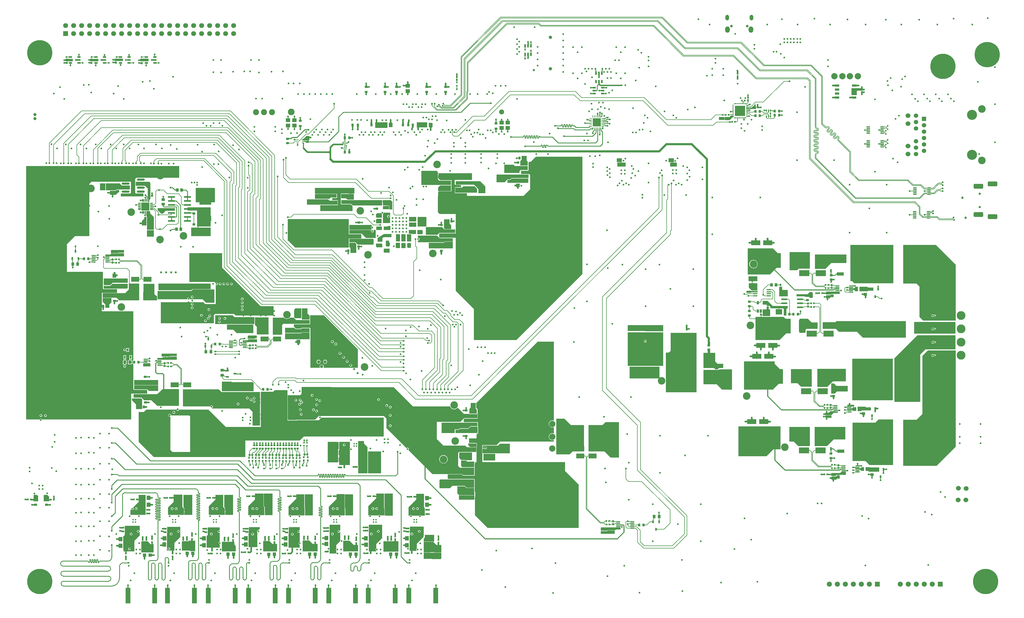
<source format=gbl>
G04*
G04 #@! TF.GenerationSoftware,Altium Limited,Altium Designer,20.2.6 (244)*
G04*
G04 Layer_Physical_Order=12*
G04 Layer_Color=16711680*
%FSLAX25Y25*%
%MOIN*%
G70*
G04*
G04 #@! TF.SameCoordinates,7BFF7E2D-F564-4378-804B-9DD5228BFDDE*
G04*
G04*
G04 #@! TF.FilePolarity,Positive*
G04*
G01*
G75*
%ADD10C,0.00984*%
%ADD12C,0.00787*%
%ADD14C,0.01000*%
%ADD15C,0.00800*%
%ADD16C,0.02362*%
%ADD18C,0.01575*%
%ADD21C,0.00500*%
%ADD36R,0.02598X0.02441*%
%ADD37R,0.02441X0.02598*%
%ADD44R,0.03543X0.02953*%
%ADD48R,0.03543X0.02756*%
%ADD49R,0.03740X0.03150*%
%ADD55R,0.03150X0.03740*%
%ADD58R,0.02362X0.02165*%
%ADD60R,0.02600X0.00900*%
%ADD61R,0.06299X0.19291*%
%ADD67R,0.04528X0.05512*%
%ADD70R,0.03937X0.04134*%
%ADD75R,0.02165X0.01772*%
%ADD79R,0.02323X0.02441*%
%ADD94R,0.02441X0.02323*%
%ADD100R,0.03740X0.02362*%
%ADD101R,0.02953X0.03543*%
%ADD104R,0.05512X0.04528*%
%ADD109R,0.03937X0.03543*%
%ADD112R,0.02756X0.03543*%
%ADD113R,0.02165X0.02362*%
%ADD117R,0.03543X0.03937*%
%ADD118R,0.02362X0.03740*%
%ADD203C,0.06300*%
G04:AMPARAMS|DCode=212|XSize=45.28mil|YSize=70.87mil|CornerRadius=22.64mil|HoleSize=0mil|Usage=FLASHONLY|Rotation=180.000|XOffset=0mil|YOffset=0mil|HoleType=Round|Shape=RoundedRectangle|*
%AMROUNDEDRECTD212*
21,1,0.04528,0.02559,0,0,180.0*
21,1,0.00000,0.07087,0,0,180.0*
1,1,0.04528,0.00000,0.01280*
1,1,0.04528,0.00000,0.01280*
1,1,0.04528,0.00000,-0.01280*
1,1,0.04528,0.00000,-0.01280*
%
%ADD212ROUNDEDRECTD212*%
G04:AMPARAMS|DCode=213|XSize=57.09mil|YSize=78.74mil|CornerRadius=28.54mil|HoleSize=0mil|Usage=FLASHONLY|Rotation=180.000|XOffset=0mil|YOffset=0mil|HoleType=Round|Shape=RoundedRectangle|*
%AMROUNDEDRECTD213*
21,1,0.05709,0.02165,0,0,180.0*
21,1,0.00000,0.07874,0,0,180.0*
1,1,0.05709,0.00000,0.01083*
1,1,0.05709,0.00000,0.01083*
1,1,0.05709,0.00000,-0.01083*
1,1,0.05709,0.00000,-0.01083*
%
%ADD213ROUNDEDRECTD213*%
%ADD214C,0.03150*%
%ADD235C,0.00872*%
%ADD244C,0.00780*%
%ADD246C,0.01181*%
%ADD247C,0.01200*%
%ADD248C,0.01500*%
%ADD249C,0.01968*%
%ADD250C,0.00872*%
%ADD251C,0.01378*%
%ADD252C,0.00980*%
%ADD253C,0.00984*%
%ADD254C,0.01180*%
%ADD255C,0.00613*%
%ADD257C,0.00872*%
%ADD260C,0.00675*%
%ADD261C,0.01800*%
%ADD262C,0.02756*%
%ADD263C,0.08300*%
%ADD264C,0.02854*%
G04:AMPARAMS|DCode=265|XSize=62.99mil|YSize=120.08mil|CornerRadius=15.75mil|HoleSize=0mil|Usage=FLASHONLY|Rotation=90.000|XOffset=0mil|YOffset=0mil|HoleType=Round|Shape=RoundedRectangle|*
%AMROUNDEDRECTD265*
21,1,0.06299,0.08858,0,0,90.0*
21,1,0.03150,0.12008,0,0,90.0*
1,1,0.03150,0.04429,0.01575*
1,1,0.03150,0.04429,-0.01575*
1,1,0.03150,-0.04429,-0.01575*
1,1,0.03150,-0.04429,0.01575*
%
%ADD265ROUNDEDRECTD265*%
%ADD266C,0.09449*%
%ADD267R,0.06496X0.06496*%
%ADD268C,0.06496*%
%ADD269R,0.06201X0.06201*%
%ADD270C,0.06201*%
%ADD271C,0.11000*%
%ADD272C,0.04252*%
%ADD273C,0.05512*%
%ADD274C,0.31496*%
%ADD275C,0.06000*%
%ADD276C,0.07874*%
%ADD277R,0.05512X0.05512*%
%ADD278C,0.06024*%
%ADD279C,0.12598*%
%ADD280C,0.02000*%
%ADD281C,0.03937*%
%ADD282C,0.07480*%
%ADD283C,0.02165*%
%ADD284C,0.04000*%
%ADD285C,0.03000*%
%ADD286C,0.02500*%
%ADD287C,0.01900*%
%ADD288C,0.02756*%
%ADD289C,0.02165*%
%ADD290C,0.01800*%
%ADD292C,0.00725*%
%ADD298C,0.00673*%
%ADD299C,0.00673*%
G04:AMPARAMS|DCode=300|XSize=43.31mil|YSize=23.62mil|CornerRadius=2.01mil|HoleSize=0mil|Usage=FLASHONLY|Rotation=90.000|XOffset=0mil|YOffset=0mil|HoleType=Round|Shape=RoundedRectangle|*
%AMROUNDEDRECTD300*
21,1,0.04331,0.01961,0,0,90.0*
21,1,0.03929,0.02362,0,0,90.0*
1,1,0.00402,0.00980,0.01965*
1,1,0.00402,0.00980,-0.01965*
1,1,0.00402,-0.00980,-0.01965*
1,1,0.00402,-0.00980,0.01965*
%
%ADD300ROUNDEDRECTD300*%
%ADD301R,0.10000X0.06100*%
%ADD302R,0.07800X0.02200*%
%ADD303R,0.05315X0.01575*%
%ADD304R,0.03543X0.04134*%
%ADD305R,0.12800X0.07500*%
%ADD306O,0.05315X0.01181*%
%ADD307R,0.07008X0.13780*%
%ADD308R,0.01968X0.03937*%
%ADD309R,0.00900X0.02600*%
%ADD310R,0.03740X0.02953*%
%ADD311R,0.02559X0.02165*%
%ADD312R,0.02559X0.02165*%
%ADD313R,0.02559X0.02165*%
%ADD314R,0.02559X0.02165*%
%ADD315R,0.09000X0.02400*%
%ADD316R,0.14567X0.06890*%
%ADD317R,0.04134X0.03543*%
%ADD318R,0.04331X0.04331*%
%ADD319R,0.32677X0.41732*%
%ADD320R,0.08661X0.04134*%
%ADD321R,0.11811X0.06496*%
%ADD322R,0.09055X0.22047*%
%ADD323R,0.02365X0.04375*%
%ADD324R,0.01417X0.00984*%
%ADD325R,0.09252X0.03543*%
%ADD326R,0.35039X0.36417*%
%ADD327R,0.09843X0.09843*%
%ADD328O,0.03740X0.00984*%
%ADD329O,0.00984X0.03740*%
%ADD330R,0.12598X0.12598*%
%ADD331R,0.01181X0.01772*%
%ADD332R,0.01772X0.01181*%
%ADD333R,0.05709X0.02559*%
%ADD334R,0.06890X0.14567*%
G04:AMPARAMS|DCode=335|XSize=11.81mil|YSize=53.15mil|CornerRadius=1.95mil|HoleSize=0mil|Usage=FLASHONLY|Rotation=90.000|XOffset=0mil|YOffset=0mil|HoleType=Round|Shape=RoundedRectangle|*
%AMROUNDEDRECTD335*
21,1,0.01181,0.04925,0,0,90.0*
21,1,0.00791,0.05315,0,0,90.0*
1,1,0.00390,0.02463,0.00396*
1,1,0.00390,0.02463,-0.00396*
1,1,0.00390,-0.02463,-0.00396*
1,1,0.00390,-0.02463,0.00396*
%
%ADD335ROUNDEDRECTD335*%
G04:AMPARAMS|DCode=336|XSize=25.59mil|YSize=47.24mil|CornerRadius=1.92mil|HoleSize=0mil|Usage=FLASHONLY|Rotation=270.000|XOffset=0mil|YOffset=0mil|HoleType=Round|Shape=RoundedRectangle|*
%AMROUNDEDRECTD336*
21,1,0.02559,0.04341,0,0,270.0*
21,1,0.02175,0.04724,0,0,270.0*
1,1,0.00384,-0.02170,-0.01088*
1,1,0.00384,-0.02170,0.01088*
1,1,0.00384,0.02170,0.01088*
1,1,0.00384,0.02170,-0.01088*
%
%ADD336ROUNDEDRECTD336*%
G04:AMPARAMS|DCode=337|XSize=124.02mil|YSize=70.87mil|CornerRadius=2.13mil|HoleSize=0mil|Usage=FLASHONLY|Rotation=90.000|XOffset=0mil|YOffset=0mil|HoleType=Round|Shape=RoundedRectangle|*
%AMROUNDEDRECTD337*
21,1,0.12402,0.06661,0,0,90.0*
21,1,0.11976,0.07087,0,0,90.0*
1,1,0.00425,0.03331,0.05988*
1,1,0.00425,0.03331,-0.05988*
1,1,0.00425,-0.03331,-0.05988*
1,1,0.00425,-0.03331,0.05988*
%
%ADD337ROUNDEDRECTD337*%
G04:AMPARAMS|DCode=338|XSize=23.62mil|YSize=70.87mil|CornerRadius=2.01mil|HoleSize=0mil|Usage=FLASHONLY|Rotation=90.000|XOffset=0mil|YOffset=0mil|HoleType=Round|Shape=RoundedRectangle|*
%AMROUNDEDRECTD338*
21,1,0.02362,0.06685,0,0,90.0*
21,1,0.01961,0.07087,0,0,90.0*
1,1,0.00402,0.03343,0.00980*
1,1,0.00402,0.03343,-0.00980*
1,1,0.00402,-0.03343,-0.00980*
1,1,0.00402,-0.03343,0.00980*
%
%ADD338ROUNDEDRECTD338*%
%ADD339R,0.01575X0.02165*%
G04:AMPARAMS|DCode=340|XSize=23.62mil|YSize=82.68mil|CornerRadius=2.01mil|HoleSize=0mil|Usage=FLASHONLY|Rotation=90.000|XOffset=0mil|YOffset=0mil|HoleType=Round|Shape=RoundedRectangle|*
%AMROUNDEDRECTD340*
21,1,0.02362,0.07866,0,0,90.0*
21,1,0.01961,0.08268,0,0,90.0*
1,1,0.00402,0.03933,0.00980*
1,1,0.00402,0.03933,-0.00980*
1,1,0.00402,-0.03933,-0.00980*
1,1,0.00402,-0.03933,0.00980*
%
%ADD340ROUNDEDRECTD340*%
G04:AMPARAMS|DCode=341|XSize=125.98mil|YSize=82.68mil|CornerRadius=2.07mil|HoleSize=0mil|Usage=FLASHONLY|Rotation=90.000|XOffset=0mil|YOffset=0mil|HoleType=Round|Shape=RoundedRectangle|*
%AMROUNDEDRECTD341*
21,1,0.12598,0.07854,0,0,90.0*
21,1,0.12185,0.08268,0,0,90.0*
1,1,0.00413,0.03927,0.06093*
1,1,0.00413,0.03927,-0.06093*
1,1,0.00413,-0.03927,-0.06093*
1,1,0.00413,-0.03927,0.06093*
%
%ADD341ROUNDEDRECTD341*%
%ADD342R,0.03937X0.01968*%
%ADD343R,0.06378X0.09370*%
%ADD344R,0.02165X0.01378*%
%ADD345R,0.03937X0.04331*%
%ADD346R,0.01772X0.02953*%
%ADD347O,0.09843X0.02756*%
%ADD348R,0.01181X0.03562*%
%ADD349R,0.03562X0.01181*%
%ADD350R,0.10236X0.10236*%
%ADD351R,0.08465X0.12598*%
%ADD352R,0.08465X0.02756*%
%ADD353R,0.06890X0.04528*%
%ADD354C,0.00900*%
%ADD355C,0.00673*%
G36*
X642377Y803299D02*
X642307Y803226D01*
X642245Y803150D01*
X642190Y803070D01*
X642143Y802987D01*
X642103Y802900D01*
X642070Y802810D01*
X642044Y802717D01*
X642026Y802620D01*
X642015Y802519D01*
X642011Y802415D01*
X641224Y802419D01*
X641220Y802523D01*
X641209Y802623D01*
X641191Y802720D01*
X641166Y802814D01*
X641133Y802904D01*
X641093Y802991D01*
X641046Y803075D01*
X640992Y803155D01*
X640930Y803232D01*
X640861Y803305D01*
X642377Y803299D01*
D02*
G37*
G36*
X638672Y802573D02*
X638737Y801550D01*
X638761Y801439D01*
X638788Y801361D01*
X638819Y801314D01*
X638854Y801298D01*
X636910D01*
X636945Y801314D01*
X636977Y801361D01*
X637005Y801439D01*
X637029Y801550D01*
X637049Y801692D01*
X637079Y802069D01*
X637096Y802873D01*
X638670D01*
X638672Y802573D01*
D02*
G37*
G36*
X642015Y801933D02*
X642027Y801797D01*
X642047Y801678D01*
X642074Y801574D01*
X642110Y801486D01*
X642153Y801414D01*
X642204Y801358D01*
X642263Y801318D01*
X642330Y801294D01*
X642405Y801286D01*
X640830D01*
X640905Y801294D01*
X640972Y801318D01*
X641031Y801358D01*
X641082Y801414D01*
X641125Y801486D01*
X641161Y801574D01*
X641188Y801678D01*
X641208Y801797D01*
X641220Y801933D01*
X641224Y802085D01*
X642011D01*
X642015Y801933D01*
D02*
G37*
G36*
X634854Y797377D02*
X634787Y797353D01*
X634728Y797314D01*
X634677Y797259D01*
X634634Y797188D01*
X634598Y797101D01*
X634571Y796999D01*
X634551Y796881D01*
X634539Y796747D01*
X634535Y796597D01*
X633748D01*
X633744Y796747D01*
X633732Y796881D01*
X633713Y796999D01*
X633685Y797101D01*
X633650Y797188D01*
X633606Y797259D01*
X633555Y797314D01*
X633496Y797353D01*
X633429Y797377D01*
X633354Y797385D01*
X634929D01*
X634854Y797377D01*
D02*
G37*
G36*
X634539Y796294D02*
X634550Y796194D01*
X634568Y796097D01*
X634594Y796003D01*
X634626Y795913D01*
X634666Y795826D01*
X634714Y795743D01*
X634768Y795663D01*
X634830Y795586D01*
X634900Y795513D01*
X633384D01*
X633453Y795586D01*
X633515Y795663D01*
X633570Y795743D01*
X633617Y795826D01*
X633657Y795913D01*
X633690Y796003D01*
X633715Y796097D01*
X633734Y796194D01*
X633744Y796294D01*
X633748Y796398D01*
X634535D01*
X634539Y796294D01*
D02*
G37*
G36*
X642311Y792573D02*
X642249Y792496D01*
X642194Y792416D01*
X642147Y792333D01*
X642107Y792246D01*
X642074Y792156D01*
X642049Y792062D01*
X642030Y791965D01*
X642019Y791865D01*
X642016Y791761D01*
X641228D01*
X641225Y791865D01*
X641214Y791965D01*
X641196Y792062D01*
X641170Y792156D01*
X641137Y792246D01*
X641097Y792333D01*
X641050Y792416D01*
X640995Y792496D01*
X640933Y792573D01*
X640864Y792646D01*
X642380D01*
X642311Y792573D01*
D02*
G37*
G36*
X642020Y791303D02*
X642031Y791167D01*
X642051Y791048D01*
X642079Y790944D01*
X642114Y790856D01*
X642158Y790784D01*
X642209Y790728D01*
X642268Y790688D01*
X642335Y790664D01*
X642410Y790656D01*
X640835D01*
X640909Y790664D01*
X640976Y790688D01*
X641035Y790728D01*
X641087Y790784D01*
X641130Y790856D01*
X641165Y790944D01*
X641193Y791048D01*
X641213Y791167D01*
X641224Y791303D01*
X641228Y791455D01*
X642016D01*
X642020Y791303D01*
D02*
G37*
G36*
X171731Y787979D02*
X171660Y787894D01*
X171597Y787807D01*
X171542Y787719D01*
X171495Y787629D01*
X171458Y787538D01*
X171428Y787445D01*
X171407Y787350D01*
X171394Y787254D01*
X171392Y787203D01*
X171394Y787149D01*
X171404Y787033D01*
X171420Y786930D01*
X171444Y786841D01*
X171474Y786765D01*
X171511Y786704D01*
X171555Y786656D01*
X171606Y786622D01*
X171663Y786601D01*
X171727Y786594D01*
X170380D01*
X170444Y786601D01*
X170501Y786622D01*
X170552Y786656D01*
X170596Y786704D01*
X170633Y786765D01*
X170663Y786841D01*
X170687Y786930D01*
X170703Y787033D01*
X170713Y787149D01*
X170715Y787203D01*
X170713Y787254D01*
X170700Y787350D01*
X170679Y787445D01*
X170650Y787538D01*
X170612Y787629D01*
X170565Y787719D01*
X170510Y787807D01*
X170447Y787894D01*
X170376Y787979D01*
X170296Y788062D01*
X171811D01*
X171731Y787979D01*
D02*
G37*
G36*
X77238Y787517D02*
X77166Y787432D01*
X77103Y787346D01*
X77048Y787258D01*
X77002Y787168D01*
X76964Y787077D01*
X76935Y786983D01*
X76925Y786938D01*
X76927Y786922D01*
X76951Y786833D01*
X76981Y786758D01*
X77018Y786696D01*
X77062Y786648D01*
X77112Y786614D01*
X77169Y786593D01*
X77233Y786586D01*
X75887D01*
X75951Y786593D01*
X76008Y786614D01*
X76059Y786648D01*
X76102Y786696D01*
X76139Y786758D01*
X76170Y786833D01*
X76193Y786922D01*
X76196Y786938D01*
X76186Y786983D01*
X76156Y787077D01*
X76118Y787168D01*
X76072Y787258D01*
X76017Y787346D01*
X75954Y787432D01*
X75882Y787517D01*
X75802Y787601D01*
X77318D01*
X77238Y787517D01*
D02*
G37*
G36*
X139850Y787319D02*
X139778Y787234D01*
X139715Y787147D01*
X139661Y787059D01*
X139614Y786970D01*
X139576Y786878D01*
X139567Y786849D01*
X139593Y786784D01*
X139630Y786722D01*
X139674Y786674D01*
X139724Y786640D01*
X139782Y786620D01*
X139846Y786613D01*
X139515D01*
X139513Y786595D01*
X139509Y786497D01*
X138836D01*
X138831Y786595D01*
X138829Y786613D01*
X138499D01*
X138563Y786620D01*
X138620Y786640D01*
X138671Y786674D01*
X138715Y786722D01*
X138751Y786784D01*
X138778Y786849D01*
X138768Y786878D01*
X138730Y786970D01*
X138684Y787059D01*
X138629Y787147D01*
X138566Y787234D01*
X138495Y787319D01*
X138414Y787402D01*
X139930D01*
X139850Y787319D01*
D02*
G37*
G36*
X109128D02*
X109057Y787234D01*
X108993Y787147D01*
X108939Y787059D01*
X108892Y786970D01*
X108854Y786878D01*
X108843Y786843D01*
X108871Y786773D01*
X108908Y786711D01*
X108952Y786663D01*
X109003Y786629D01*
X109060Y786609D01*
X109124Y786602D01*
X108792D01*
X108791Y786595D01*
X108787Y786497D01*
X108114D01*
X108110Y786595D01*
X108109Y786602D01*
X107777D01*
X107841Y786609D01*
X107898Y786629D01*
X107949Y786663D01*
X107993Y786711D01*
X108030Y786773D01*
X108058Y786843D01*
X108046Y786878D01*
X108009Y786970D01*
X107962Y787059D01*
X107907Y787147D01*
X107844Y787234D01*
X107773Y787319D01*
X107693Y787402D01*
X109208D01*
X109128Y787319D01*
D02*
G37*
G36*
X634809Y786747D02*
X634742Y786723D01*
X634683Y786684D01*
X634631Y786629D01*
X634588Y786558D01*
X634553Y786471D01*
X634525Y786369D01*
X634506Y786251D01*
X634494Y786117D01*
X634490Y785967D01*
X633702D01*
X633699Y786117D01*
X633687Y786251D01*
X633667Y786369D01*
X633639Y786471D01*
X633604Y786558D01*
X633561Y786629D01*
X633509Y786684D01*
X633451Y786723D01*
X633384Y786747D01*
X633309Y786755D01*
X634883D01*
X634809Y786747D01*
D02*
G37*
G36*
X638819Y786739D02*
X638788Y786692D01*
X638760Y786613D01*
X638736Y786503D01*
X638716Y786361D01*
X638686Y785983D01*
X638669Y785180D01*
X637094D01*
X637093Y785479D01*
X637028Y786503D01*
X637004Y786613D01*
X636976Y786692D01*
X636945Y786739D01*
X636910Y786755D01*
X638854D01*
X638819Y786739D01*
D02*
G37*
G36*
X126541Y784980D02*
X126535Y785044D01*
X126514Y785102D01*
X126480Y785152D01*
X126432Y785196D01*
X126370Y785233D01*
X126295Y785263D01*
X126206Y785287D01*
X126103Y785303D01*
X125986Y785314D01*
X125856Y785317D01*
Y785990D01*
X125986Y785994D01*
X126103Y786004D01*
X126206Y786021D01*
X126295Y786044D01*
X126370Y786074D01*
X126432Y786111D01*
X126480Y786155D01*
X126514Y786206D01*
X126535Y786263D01*
X126541Y786327D01*
Y784980D01*
D02*
G37*
G36*
X95876Y784974D02*
X95869Y785038D01*
X95849Y785095D01*
X95814Y785146D01*
X95766Y785190D01*
X95705Y785227D01*
X95629Y785257D01*
X95540Y785281D01*
X95438Y785297D01*
X95321Y785307D01*
X95191Y785311D01*
Y785984D01*
X95321Y785988D01*
X95438Y785998D01*
X95540Y786014D01*
X95629Y786038D01*
X95705Y786068D01*
X95766Y786105D01*
X95814Y786149D01*
X95849Y786200D01*
X95869Y786257D01*
X95876Y786321D01*
Y784974D01*
D02*
G37*
G36*
X158896Y784961D02*
X158889Y785024D01*
X158868Y785082D01*
X158834Y785132D01*
X158786Y785176D01*
X158724Y785213D01*
X158649Y785243D01*
X158560Y785267D01*
X158457Y785284D01*
X158341Y785294D01*
X158210Y785297D01*
Y785970D01*
X158341Y785974D01*
X158457Y785984D01*
X158560Y786001D01*
X158649Y786024D01*
X158724Y786055D01*
X158786Y786092D01*
X158834Y786135D01*
X158868Y786186D01*
X158889Y786243D01*
X158896Y786307D01*
Y784961D01*
D02*
G37*
G36*
X64007Y784953D02*
X64000Y785017D01*
X63980Y785074D01*
X63945Y785124D01*
X63897Y785168D01*
X63836Y785205D01*
X63760Y785236D01*
X63671Y785259D01*
X63568Y785276D01*
X63452Y785286D01*
X63322Y785289D01*
Y785963D01*
X63452Y785966D01*
X63568Y785976D01*
X63671Y785993D01*
X63760Y786017D01*
X63836Y786047D01*
X63897Y786084D01*
X63945Y786128D01*
X63980Y786178D01*
X64000Y786235D01*
X64007Y786299D01*
Y784953D01*
D02*
G37*
G36*
X124483Y786331D02*
X124567Y786260D01*
X124654Y786197D01*
X124742Y786142D01*
X124832Y786096D01*
X124923Y786058D01*
X125016Y786028D01*
X125111Y786007D01*
X125207Y785994D01*
X125305Y785990D01*
Y785317D01*
X125207Y785313D01*
X125111Y785300D01*
X125016Y785279D01*
X124923Y785250D01*
X124832Y785212D01*
X124742Y785165D01*
X124654Y785111D01*
X124567Y785047D01*
X124483Y784976D01*
X124399Y784896D01*
Y786411D01*
X124483Y786331D01*
D02*
G37*
G36*
X93187Y786327D02*
X93271Y786255D01*
X93358Y786191D01*
X93445Y786136D01*
X93535Y786090D01*
X93626Y786052D01*
X93719Y786022D01*
X93813Y786001D01*
X93910Y785988D01*
X94007Y785984D01*
X94003Y785311D01*
X93906Y785307D01*
X93810Y785294D01*
X93715Y785273D01*
X93622Y785244D01*
X93530Y785206D01*
X93441Y785160D01*
X93352Y785105D01*
X93265Y785042D01*
X93180Y784971D01*
X93096Y784891D01*
X93104Y786407D01*
X93187Y786327D01*
D02*
G37*
G36*
X155770Y786312D02*
X155855Y786240D01*
X155941Y786177D01*
X156030Y786122D01*
X156119Y786076D01*
X156211Y786038D01*
X156304Y786008D01*
X156398Y785987D01*
X156494Y785975D01*
X156592Y785970D01*
Y785297D01*
X156494Y785293D01*
X156398Y785280D01*
X156304Y785259D01*
X156211Y785230D01*
X156119Y785192D01*
X156030Y785146D01*
X155941Y785091D01*
X155855Y785028D01*
X155770Y784956D01*
X155687Y784876D01*
Y786392D01*
X155770Y786312D01*
D02*
G37*
G36*
X61640Y786304D02*
X61725Y786232D01*
X61812Y786169D01*
X61900Y786114D01*
X61989Y786068D01*
X62081Y786030D01*
X62174Y786000D01*
X62268Y785980D01*
X62364Y785967D01*
X62462Y785963D01*
Y785289D01*
X62364Y785285D01*
X62268Y785273D01*
X62174Y785251D01*
X62081Y785222D01*
X61989Y785184D01*
X61900Y785138D01*
X61812Y785083D01*
X61725Y785020D01*
X61640Y784948D01*
X61557Y784868D01*
Y786384D01*
X61640Y786304D01*
D02*
G37*
G36*
X634490Y785024D02*
X634493Y784920D01*
X634504Y784820D01*
X634521Y784722D01*
X634546Y784628D01*
X634577Y784537D01*
X634616Y784448D01*
X634661Y784363D01*
X634714Y784280D01*
X634773Y784201D01*
X634840Y784125D01*
X633326Y784190D01*
X633397Y784260D01*
X633461Y784333D01*
X633518Y784411D01*
X633567Y784492D01*
X633608Y784577D01*
X633642Y784666D01*
X633669Y784759D01*
X633687Y784855D01*
X633699Y784956D01*
X633702Y785060D01*
X634490Y785024D01*
D02*
G37*
G36*
X137159Y780940D02*
X137150Y781030D01*
X137119Y781110D01*
X137069Y781181D01*
X136999Y781242D01*
X136909Y781294D01*
X136800Y781337D01*
X136670Y781370D01*
X136520Y781393D01*
X136483Y781396D01*
X136408Y781389D01*
X136315Y781371D01*
X136228Y781348D01*
X136147Y781320D01*
X136074Y781286D01*
X136006Y781247D01*
X135946Y781203D01*
X135892Y781154D01*
Y782670D01*
X135946Y782621D01*
X136006Y782577D01*
X136074Y782539D01*
X136147Y782505D01*
X136228Y782477D01*
X136315Y782454D01*
X136408Y782436D01*
X136472Y782427D01*
X136520Y782431D01*
X136670Y782455D01*
X136800Y782488D01*
X136909Y782530D01*
X136999Y782582D01*
X137069Y782644D01*
X137119Y782715D01*
X137150Y782795D01*
X137159Y782885D01*
Y780940D01*
D02*
G37*
G36*
X106494Y780929D02*
X106478Y780964D01*
X106431Y780996D01*
X106352Y781023D01*
X106242Y781047D01*
X106100Y781068D01*
X105722Y781097D01*
X104919Y781114D01*
Y782689D01*
X105218Y782690D01*
X106242Y782755D01*
X106352Y782779D01*
X106431Y782807D01*
X106478Y782838D01*
X106494Y782873D01*
Y780929D01*
D02*
G37*
G36*
X169514Y780922D02*
X169498Y780957D01*
X169451Y780988D01*
X169372Y781016D01*
X169262Y781040D01*
X169120Y781060D01*
X168742Y781090D01*
X167939Y781106D01*
Y782681D01*
X168238Y782683D01*
X169262Y782748D01*
X169372Y782772D01*
X169451Y782799D01*
X169498Y782831D01*
X169514Y782866D01*
Y780922D01*
D02*
G37*
G36*
X74625Y780914D02*
X74609Y780949D01*
X74562Y780980D01*
X74483Y781008D01*
X74373Y781032D01*
X74231Y781052D01*
X73853Y781082D01*
X73050Y781098D01*
Y782673D01*
X73349Y782675D01*
X74373Y782740D01*
X74483Y782764D01*
X74562Y782792D01*
X74609Y782823D01*
X74625Y782858D01*
Y780914D01*
D02*
G37*
G36*
X125632Y783354D02*
X131070D01*
X131453Y782970D01*
X131453Y780551D01*
X121494Y780551D01*
X121141Y780905D01*
X121141Y781118D01*
X121071Y781142D01*
X120898Y781181D01*
X120693Y781212D01*
X120457Y781234D01*
X119890Y781252D01*
Y782827D01*
X120189Y782832D01*
X120693Y782877D01*
X120898Y782916D01*
X121071Y782967D01*
X121142Y782997D01*
X121142Y783612D01*
X125373Y783612D01*
X125632Y783354D01*
D02*
G37*
G36*
X93832Y783109D02*
X100787Y783109D01*
X100787Y780175D01*
X90968Y780175D01*
X90615Y780529D01*
X90615Y780735D01*
X90505Y780772D01*
X90332Y780812D01*
X90127Y780842D01*
X89891Y780864D01*
X89324Y780882D01*
Y782457D01*
X89623Y782462D01*
X90127Y782507D01*
X90332Y782546D01*
X90505Y782597D01*
X90616Y782645D01*
X90617Y783387D01*
X93554Y783387D01*
X93832Y783109D01*
D02*
G37*
G36*
X63394Y783030D02*
X68832D01*
X68918Y782944D01*
Y780165D01*
X60262Y780165D01*
X59909Y780519D01*
X59909Y780777D01*
X59784Y780820D01*
X59610Y780860D01*
X59405Y780891D01*
X59169Y780913D01*
X58602Y780930D01*
Y782505D01*
X58902Y782511D01*
X59405Y782555D01*
X59610Y782594D01*
X59784Y782645D01*
X59910Y782700D01*
X59911Y783586D01*
X62838Y783586D01*
X63394Y783030D01*
D02*
G37*
G36*
X157986Y783335D02*
X163070D01*
X163424Y782982D01*
X163424Y780027D01*
X153670D01*
X153317Y780381D01*
X153317Y780480D01*
X153260Y780493D01*
X153056Y780523D01*
X152819Y780545D01*
X152252Y780563D01*
Y782138D01*
X152552Y782143D01*
X153056Y782188D01*
X153260Y782228D01*
X153318Y782244D01*
X153319Y783594D01*
X157727Y783594D01*
X157986Y783335D01*
D02*
G37*
G36*
X141079Y778782D02*
X141099Y778724D01*
X141133Y778674D01*
X141180Y778630D01*
X141241Y778593D01*
X141315Y778563D01*
X141402Y778539D01*
X141503Y778522D01*
X141618Y778512D01*
X141746Y778509D01*
Y777836D01*
X141618Y777832D01*
X141503Y777822D01*
X141402Y777805D01*
X141315Y777782D01*
X141241Y777751D01*
X141180Y777714D01*
X141133Y777671D01*
X141099Y777620D01*
X141079Y777563D01*
X141072Y777499D01*
Y778845D01*
X141079Y778782D01*
D02*
G37*
G36*
X110414Y778770D02*
X110434Y778713D01*
X110468Y778663D01*
X110515Y778619D01*
X110575Y778582D01*
X110649Y778551D01*
X110737Y778528D01*
X110838Y778511D01*
X110952Y778501D01*
X111080Y778498D01*
Y777824D01*
X110952Y777821D01*
X110838Y777811D01*
X110737Y777794D01*
X110649Y777771D01*
X110575Y777740D01*
X110515Y777703D01*
X110468Y777660D01*
X110434Y777609D01*
X110414Y777552D01*
X110407Y777488D01*
Y778834D01*
X110414Y778770D01*
D02*
G37*
G36*
X173433Y778755D02*
X173453Y778698D01*
X173487Y778647D01*
X173534Y778604D01*
X173595Y778567D01*
X173669Y778536D01*
X173757Y778513D01*
X173857Y778496D01*
X173972Y778486D01*
X174100Y778482D01*
Y777809D01*
X173972Y777806D01*
X173857Y777796D01*
X173757Y777779D01*
X173669Y777755D01*
X173595Y777725D01*
X173534Y777688D01*
X173487Y777644D01*
X173453Y777594D01*
X173433Y777536D01*
X173427Y777472D01*
Y778819D01*
X173433Y778755D01*
D02*
G37*
G36*
X78545D02*
X78565Y778698D01*
X78598Y778647D01*
X78646Y778604D01*
X78706Y778567D01*
X78780Y778536D01*
X78868Y778513D01*
X78969Y778496D01*
X79083Y778486D01*
X79211Y778482D01*
Y777809D01*
X79083Y777806D01*
X78969Y777796D01*
X78868Y777779D01*
X78780Y777755D01*
X78706Y777725D01*
X78646Y777688D01*
X78598Y777644D01*
X78565Y777594D01*
X78545Y777536D01*
X78538Y777472D01*
Y778819D01*
X78545Y778755D01*
D02*
G37*
G36*
X143693Y777414D02*
X143610Y777494D01*
X143525Y777566D01*
X143438Y777629D01*
X143350Y777684D01*
X143260Y777730D01*
X143169Y777768D01*
X143076Y777798D01*
X142981Y777819D01*
X142885Y777831D01*
X142788Y777836D01*
Y778509D01*
X142885Y778513D01*
X142981Y778526D01*
X143076Y778547D01*
X143169Y778576D01*
X143260Y778614D01*
X143350Y778660D01*
X143438Y778715D01*
X143525Y778778D01*
X143610Y778850D01*
X143693Y778930D01*
Y777414D01*
D02*
G37*
G36*
X113028Y777403D02*
X112944Y777483D01*
X112859Y777555D01*
X112773Y777618D01*
X112685Y777673D01*
X112595Y777719D01*
X112503Y777757D01*
X112410Y777786D01*
X112316Y777808D01*
X112220Y777820D01*
X112122Y777824D01*
Y778498D01*
X112220Y778502D01*
X112316Y778514D01*
X112410Y778536D01*
X112503Y778565D01*
X112595Y778603D01*
X112685Y778649D01*
X112773Y778704D01*
X112859Y778767D01*
X112944Y778839D01*
X113028Y778919D01*
Y777403D01*
D02*
G37*
G36*
X80416Y777388D02*
X80333Y777468D01*
X80248Y777539D01*
X80161Y777603D01*
X80073Y777657D01*
X79984Y777704D01*
X79892Y777742D01*
X79799Y777771D01*
X79705Y777792D01*
X79609Y777805D01*
X79511Y777809D01*
Y778482D01*
X79609Y778486D01*
X79705Y778499D01*
X79799Y778520D01*
X79892Y778550D01*
X79984Y778588D01*
X80073Y778634D01*
X80161Y778689D01*
X80248Y778752D01*
X80333Y778824D01*
X80416Y778903D01*
Y777388D01*
D02*
G37*
G36*
X175265Y777386D02*
X175182Y777466D01*
X175098Y777538D01*
X175012Y777601D01*
X174924Y777657D01*
X174835Y777703D01*
X174743Y777741D01*
X174651Y777771D01*
X174556Y777792D01*
X174460Y777805D01*
X174362Y777809D01*
X174367Y778482D01*
X174465Y778486D01*
X174561Y778499D01*
X174656Y778520D01*
X174749Y778549D01*
X174840Y778587D01*
X174930Y778633D01*
X175019Y778688D01*
X175106Y778750D01*
X175192Y778822D01*
X175276Y778901D01*
X175265Y777386D01*
D02*
G37*
G36*
X121465Y777347D02*
X121449Y777453D01*
X121402Y777548D01*
X121323Y777632D01*
X121213Y777704D01*
X121071Y777766D01*
X120898Y777816D01*
X120693Y777855D01*
X120457Y777883D01*
X120189Y777900D01*
X119890Y777906D01*
Y779480D01*
X120189Y779485D01*
X120693Y779520D01*
X120898Y779551D01*
X121071Y779591D01*
X121213Y779639D01*
X121323Y779696D01*
X121402Y779763D01*
X121449Y779838D01*
X121465Y779921D01*
Y777347D01*
D02*
G37*
G36*
X60177Y777025D02*
X60161Y777131D01*
X60114Y777226D01*
X60036Y777310D01*
X59925Y777383D01*
X59784Y777444D01*
X59610Y777494D01*
X59405Y777533D01*
X59169Y777561D01*
X58902Y777578D01*
X58602Y777584D01*
Y779159D01*
X58902Y779163D01*
X59405Y779198D01*
X59610Y779229D01*
X59784Y779269D01*
X59925Y779317D01*
X60036Y779375D01*
X60114Y779441D01*
X60161Y779516D01*
X60177Y779599D01*
Y777025D01*
D02*
G37*
G36*
X90899Y776978D02*
X90883Y777084D01*
X90836Y777179D01*
X90757Y777262D01*
X90647Y777335D01*
X90505Y777396D01*
X90332Y777446D01*
X90127Y777485D01*
X89891Y777513D01*
X89623Y777530D01*
X89324Y777535D01*
Y779110D01*
X89623Y779115D01*
X90127Y779150D01*
X90332Y779181D01*
X90505Y779221D01*
X90647Y779270D01*
X90757Y779327D01*
X90836Y779393D01*
X90883Y779469D01*
X90899Y779553D01*
Y776978D01*
D02*
G37*
G36*
X153827Y776659D02*
X153812Y776765D01*
X153764Y776860D01*
X153685Y776943D01*
X153575Y777016D01*
X153434Y777077D01*
X153260Y777127D01*
X153056Y777166D01*
X152819Y777194D01*
X152552Y777211D01*
X152252Y777216D01*
Y778791D01*
X152552Y778796D01*
X153056Y778831D01*
X153260Y778862D01*
X153434Y778902D01*
X153575Y778951D01*
X153685Y779008D01*
X153764Y779074D01*
X153812Y779150D01*
X153827Y779234D01*
Y776659D01*
D02*
G37*
G36*
X98225Y777194D02*
X98168Y777173D01*
X98117Y777139D01*
X98073Y777091D01*
X98036Y777030D01*
X98006Y776954D01*
X97982Y776865D01*
X97966Y776762D01*
X97955Y776646D01*
X97952Y776515D01*
X97279D01*
X97275Y776646D01*
X97265Y776762D01*
X97249Y776865D01*
X97225Y776954D01*
X97195Y777030D01*
X97158Y777091D01*
X97114Y777139D01*
X97063Y777173D01*
X97006Y777194D01*
X96942Y777201D01*
X98289D01*
X98225Y777194D01*
D02*
G37*
G36*
X129217Y777206D02*
X129160Y777186D01*
X129109Y777151D01*
X129065Y777103D01*
X129028Y777042D01*
X128998Y776966D01*
X128974Y776877D01*
X128973Y776870D01*
X128982Y776831D01*
X129012Y776738D01*
X129050Y776646D01*
X129096Y776556D01*
X129151Y776468D01*
X129214Y776382D01*
X129285Y776297D01*
X129366Y776214D01*
X127850D01*
X127930Y776297D01*
X128001Y776382D01*
X128065Y776468D01*
X128119Y776556D01*
X128166Y776646D01*
X128204Y776738D01*
X128233Y776831D01*
X128242Y776870D01*
X128241Y776877D01*
X128217Y776966D01*
X128187Y777042D01*
X128150Y777103D01*
X128106Y777151D01*
X128056Y777186D01*
X127998Y777206D01*
X127934Y777213D01*
X129281D01*
X129217Y777206D01*
D02*
G37*
G36*
X66592Y777179D02*
X66535Y777158D01*
X66484Y777124D01*
X66440Y777076D01*
X66403Y777014D01*
X66373Y776939D01*
X66349Y776850D01*
X66334Y776754D01*
X66336Y776737D01*
X66357Y776643D01*
X66386Y776550D01*
X66424Y776458D01*
X66471Y776369D01*
X66525Y776280D01*
X66589Y776194D01*
X66660Y776109D01*
X66740Y776025D01*
X65224D01*
X65305Y776109D01*
X65376Y776194D01*
X65439Y776280D01*
X65494Y776369D01*
X65540Y776458D01*
X65578Y776550D01*
X65608Y776643D01*
X65629Y776737D01*
X65631Y776754D01*
X65615Y776850D01*
X65592Y776939D01*
X65562Y777014D01*
X65525Y777076D01*
X65481Y777124D01*
X65430Y777158D01*
X65373Y777179D01*
X65309Y777185D01*
X66656D01*
X66592Y777179D01*
D02*
G37*
G36*
X161257Y777186D02*
X161200Y777166D01*
X161149Y777132D01*
X161106Y777084D01*
X161068Y777022D01*
X161038Y776947D01*
X161015Y776858D01*
X160998Y776755D01*
X160988Y776638D01*
X160987Y776601D01*
X160989Y776560D01*
X161001Y776464D01*
X161022Y776369D01*
X161052Y776276D01*
X161090Y776185D01*
X161136Y776095D01*
X161191Y776007D01*
X161254Y775920D01*
X161326Y775836D01*
X161406Y775752D01*
X159890D01*
X159970Y775836D01*
X160041Y775920D01*
X160105Y776007D01*
X160159Y776095D01*
X160206Y776185D01*
X160244Y776276D01*
X160273Y776369D01*
X160294Y776464D01*
X160307Y776560D01*
X160309Y776601D01*
X160308Y776638D01*
X160298Y776755D01*
X160281Y776858D01*
X160257Y776947D01*
X160227Y777022D01*
X160190Y777084D01*
X160146Y777132D01*
X160096Y777166D01*
X160038Y777186D01*
X159974Y777193D01*
X161321D01*
X161257Y777186D01*
D02*
G37*
G36*
X97956Y776384D02*
X97969Y776288D01*
X97990Y776193D01*
X98019Y776100D01*
X98057Y776009D01*
X98104Y775919D01*
X98158Y775831D01*
X98222Y775744D01*
X98293Y775660D01*
X98373Y775576D01*
X96858D01*
X96938Y775660D01*
X97009Y775744D01*
X97072Y775831D01*
X97127Y775919D01*
X97174Y776009D01*
X97211Y776100D01*
X97241Y776193D01*
X97262Y776288D01*
X97275Y776384D01*
X97279Y776482D01*
X97952D01*
X97956Y776384D01*
D02*
G37*
G36*
X731270Y769940D02*
X731199Y769892D01*
X731136Y769836D01*
X731080Y769774D01*
X731031Y769705D01*
X730990Y769630D01*
X730957Y769548D01*
X730931Y769458D01*
X730912Y769362D01*
X730901Y769260D01*
X730897Y769150D01*
X730025Y769377D01*
X730023Y769484D01*
X730005Y769688D01*
X729988Y769784D01*
X729967Y769877D01*
X729942Y769966D01*
X729912Y770052D01*
X729877Y770133D01*
X729838Y770212D01*
X729794Y770287D01*
X731270Y769940D01*
D02*
G37*
G36*
X722918Y770212D02*
X722879Y770133D01*
X722844Y770052D01*
X722814Y769966D01*
X722788Y769877D01*
X722768Y769784D01*
X722751Y769688D01*
X722733Y769484D01*
X722731Y769377D01*
X721859Y769150D01*
X721855Y769260D01*
X721844Y769362D01*
X721825Y769458D01*
X721799Y769548D01*
X721766Y769630D01*
X721725Y769705D01*
X721676Y769774D01*
X721620Y769836D01*
X721557Y769892D01*
X721486Y769940D01*
X722962Y770287D01*
X722918Y770212D01*
D02*
G37*
G36*
X730642Y767978D02*
X730655Y767829D01*
X730677Y767699D01*
X730708Y767585D01*
X730747Y767489D01*
X730795Y767411D01*
X730851Y767350D01*
X730917Y767306D01*
X730991Y767280D01*
X731074Y767272D01*
X729330D01*
X729413Y767280D01*
X729487Y767306D01*
X729553Y767350D01*
X729609Y767411D01*
X729657Y767489D01*
X729696Y767585D01*
X729727Y767699D01*
X729749Y767829D01*
X729762Y767978D01*
X729766Y768143D01*
X730638D01*
X730642Y767978D01*
D02*
G37*
G36*
X723240D02*
X723253Y767829D01*
X723275Y767699D01*
X723306Y767585D01*
X723345Y767489D01*
X723393Y767411D01*
X723449Y767350D01*
X723515Y767306D01*
X723589Y767280D01*
X723672Y767272D01*
X721928D01*
X722011Y767280D01*
X722085Y767306D01*
X722151Y767350D01*
X722207Y767411D01*
X722255Y767489D01*
X722294Y767585D01*
X722325Y767699D01*
X722347Y767829D01*
X722360Y767978D01*
X722364Y768143D01*
X723236D01*
X723240Y767978D01*
D02*
G37*
G36*
X900469Y767258D02*
X900503Y766754D01*
X900532Y766549D01*
X900570Y766376D01*
X900616Y766234D01*
X900671Y766124D01*
X900735Y766045D01*
X900806Y765998D01*
X900886Y765982D01*
X898469D01*
X898549Y765998D01*
X898621Y766045D01*
X898684Y766124D01*
X898739Y766234D01*
X898785Y766376D01*
X898823Y766549D01*
X898852Y766754D01*
X898873Y766990D01*
X898890Y767557D01*
X900465D01*
X900469Y767258D01*
D02*
G37*
G36*
X549792Y763162D02*
X549825Y762658D01*
X549855Y762453D01*
X549893Y762280D01*
X549939Y762138D01*
X549994Y762028D01*
X550057Y761949D01*
X550129Y761902D01*
X550209Y761887D01*
X547791D01*
X547871Y761902D01*
X547943Y761949D01*
X548006Y762028D01*
X548061Y762138D01*
X548107Y762280D01*
X548145Y762453D01*
X548175Y762658D01*
X548196Y762894D01*
X548213Y763461D01*
X549787D01*
X549792Y763162D01*
D02*
G37*
G36*
X727430Y763343D02*
X727392Y763299D01*
X727359Y763224D01*
X727330Y763119D01*
X727306Y762984D01*
X727286Y762818D01*
X727259Y762398D01*
X727250Y761859D01*
X725750D01*
X725748Y762144D01*
X725694Y762984D01*
X725670Y763119D01*
X725641Y763224D01*
X725608Y763299D01*
X725570Y763343D01*
X725528Y763358D01*
X727472D01*
X727430Y763343D01*
D02*
G37*
G36*
X727258Y760781D02*
X725742D01*
X725744Y760789D01*
X725745Y760810D01*
X725750Y761314D01*
X725750Y761438D01*
X727250D01*
X727258Y760781D01*
D02*
G37*
G36*
X900806Y759927D02*
X900735Y759880D01*
X900671Y759801D01*
X900616Y759691D01*
X900570Y759549D01*
X900532Y759376D01*
X900503Y759171D01*
X900482Y758935D01*
X900465Y758368D01*
X898890D01*
X898886Y758667D01*
X898852Y759171D01*
X898823Y759376D01*
X898785Y759549D01*
X898739Y759691D01*
X898684Y759801D01*
X898621Y759880D01*
X898549Y759927D01*
X898469Y759943D01*
X900886D01*
X900806Y759927D01*
D02*
G37*
G36*
X964047Y754560D02*
X963974Y754630D01*
X963898Y754692D01*
X963818Y754746D01*
X963734Y754793D01*
X963647Y754834D01*
X963557Y754866D01*
X963464Y754892D01*
X963367Y754910D01*
X963266Y754921D01*
X963162Y754924D01*
Y755712D01*
X963266Y755716D01*
X963367Y755726D01*
X963464Y755745D01*
X963557Y755770D01*
X963647Y755803D01*
X963734Y755843D01*
X963818Y755890D01*
X963898Y755945D01*
X963974Y756007D01*
X964047Y756076D01*
Y754560D01*
D02*
G37*
G36*
X549706Y755852D02*
X549640Y755828D01*
X549581Y755788D01*
X549530Y755733D01*
X549487Y755661D01*
X549452Y755574D01*
X549425Y755471D01*
X549406Y755353D01*
X549394Y755218D01*
X549391Y755117D01*
X549394Y755015D01*
X549406Y754880D01*
X549425Y754762D01*
X549452Y754659D01*
X549487Y754571D01*
X549530Y754500D01*
X549581Y754445D01*
X549640Y754405D01*
X549706Y754381D01*
X549780Y754374D01*
X548220D01*
X548294Y754381D01*
X548360Y754405D01*
X548419Y754445D01*
X548470Y754500D01*
X548513Y754571D01*
X548548Y754659D01*
X548575Y754762D01*
X548594Y754880D01*
X548606Y755015D01*
X548609Y755117D01*
X548606Y755218D01*
X548594Y755353D01*
X548575Y755471D01*
X548548Y755574D01*
X548513Y755661D01*
X548470Y755733D01*
X548419Y755788D01*
X548360Y755828D01*
X548294Y755852D01*
X548220Y755860D01*
X549780D01*
X549706Y755852D01*
D02*
G37*
G36*
X488467Y753057D02*
X488491Y752787D01*
X488530Y752549D01*
X488585Y752343D01*
X488656Y752168D01*
X488743Y752025D01*
X488845Y751914D01*
X488963Y751835D01*
X489097Y751787D01*
X489247Y751771D01*
X486097D01*
X486246Y751787D01*
X486380Y751835D01*
X486498Y751914D01*
X486601Y752025D01*
X486687Y752168D01*
X486758Y752343D01*
X486813Y752549D01*
X486853Y752787D01*
X486876Y753057D01*
X486884Y753358D01*
X488459D01*
X488467Y753057D01*
D02*
G37*
G36*
X511913Y751096D02*
X511937Y750828D01*
X511976Y750592D01*
X512031Y750387D01*
X512102Y750214D01*
X512189Y750072D01*
X512291Y749962D01*
X512409Y749883D01*
X512543Y749836D01*
X512693Y749820D01*
X509543D01*
X509693Y749836D01*
X509827Y749883D01*
X509945Y749962D01*
X510047Y750072D01*
X510134Y750214D01*
X510205Y750387D01*
X510260Y750592D01*
X510299Y750828D01*
X510323Y751096D01*
X510331Y751395D01*
X511905D01*
X511913Y751096D01*
D02*
G37*
G36*
X535579Y751094D02*
X535603Y750827D01*
X535642Y750590D01*
X535697Y750386D01*
X535768Y750212D01*
X535855Y750071D01*
X535957Y749960D01*
X536075Y749882D01*
X536209Y749834D01*
X536359Y749819D01*
X533209D01*
X533359Y749834D01*
X533493Y749882D01*
X533611Y749960D01*
X533713Y750071D01*
X533800Y750212D01*
X533871Y750386D01*
X533926Y750590D01*
X533965Y750827D01*
X533989Y751094D01*
X533996Y751394D01*
X535571D01*
X535579Y751094D01*
D02*
G37*
G36*
X474183Y750910D02*
X474228Y750479D01*
X474267Y750304D01*
X474317Y750155D01*
X474378Y750034D01*
X474451Y749940D01*
X474535Y749873D01*
X474630Y749832D01*
X474736Y749819D01*
X472043D01*
X472149Y749832D01*
X472244Y749873D01*
X472328Y749940D01*
X472401Y750034D01*
X472463Y750155D01*
X472513Y750304D01*
X472552Y750479D01*
X472580Y750681D01*
X472597Y750910D01*
X472602Y751165D01*
X474177D01*
X474183Y750910D01*
D02*
G37*
G36*
X460013D02*
X460058Y750479D01*
X460097Y750304D01*
X460148Y750155D01*
X460209Y750034D01*
X460282Y749940D01*
X460366Y749873D01*
X460461Y749832D01*
X460567Y749819D01*
X457874D01*
X457980Y749832D01*
X458075Y749873D01*
X458159Y749940D01*
X458232Y750034D01*
X458293Y750155D01*
X458344Y750304D01*
X458383Y750479D01*
X458411Y750681D01*
X458427Y750910D01*
X458433Y751165D01*
X460008D01*
X460013Y750910D01*
D02*
G37*
G36*
X436384Y750910D02*
X436428Y750479D01*
X436468Y750304D01*
X436518Y750156D01*
X436580Y750034D01*
X436653Y749940D01*
X436736Y749873D01*
X436832Y749832D01*
X436938Y749819D01*
X434243D01*
X434349Y749832D01*
X434445Y749873D01*
X434529Y749940D01*
X434601Y750034D01*
X434663Y750156D01*
X434714Y750304D01*
X434753Y750479D01*
X434781Y750681D01*
X434797Y750910D01*
X434803Y751166D01*
X436378D01*
X436384Y750910D01*
D02*
G37*
G36*
X727298Y753349D02*
X727332Y753048D01*
X727388Y752756D01*
X727392Y752740D01*
X727470D01*
X727436Y752731D01*
X727405Y752701D01*
X727403Y752699D01*
X727466Y752473D01*
X727566Y752200D01*
X727688Y751935D01*
X727833Y751680D01*
X728000Y751435D01*
X728189Y751198D01*
X728401Y750971D01*
X727410Y749734D01*
X727192Y749939D01*
X726981Y750107D01*
X726779Y750239D01*
X726584Y750334D01*
X726398Y750393D01*
X726220Y750415D01*
X726051Y750401D01*
X725889Y750351D01*
X725735Y750264D01*
X725627Y750172D01*
X725310Y749861D01*
X724603Y750568D01*
X725713Y751759D01*
X725711Y751945D01*
X725667Y752495D01*
X725647Y752583D01*
X725623Y752652D01*
X725595Y752701D01*
X725564Y752731D01*
X725529Y752740D01*
X726907D01*
X727287Y753659D01*
X727298Y753349D01*
D02*
G37*
G36*
X1048422Y751137D02*
X1048481Y751089D01*
X1048580Y751046D01*
X1048717Y751010D01*
X1048895Y750978D01*
X1049111Y750953D01*
X1049662Y750919D01*
X1050371Y750908D01*
Y748939D01*
X1049997Y748936D01*
X1048895Y748868D01*
X1048717Y748837D01*
X1048580Y748800D01*
X1048481Y748758D01*
X1048422Y748710D01*
X1048402Y748656D01*
Y751191D01*
X1048422Y751137D01*
D02*
G37*
G36*
X1021261Y748656D02*
X1021241Y748717D01*
X1021182Y748773D01*
X1021084Y748821D01*
X1020946Y748864D01*
X1020769Y748900D01*
X1020552Y748929D01*
X1020001Y748968D01*
X1019293Y748981D01*
Y750949D01*
X1019667Y750952D01*
X1020946Y751036D01*
X1021084Y751068D01*
X1021182Y751104D01*
X1021241Y751145D01*
X1021261Y751191D01*
Y748656D01*
D02*
G37*
G36*
X549706Y749087D02*
X549640Y749063D01*
X549581Y749024D01*
X549530Y748970D01*
X549487Y748900D01*
X549452Y748814D01*
X549425Y748712D01*
X549406Y748595D01*
X549394Y748463D01*
X549390Y748315D01*
X548610D01*
X548606Y748463D01*
X548594Y748595D01*
X548575Y748712D01*
X548548Y748814D01*
X548513Y748900D01*
X548470Y748970D01*
X548419Y749024D01*
X548360Y749063D01*
X548294Y749087D01*
X548220Y749094D01*
X549780D01*
X549706Y749087D01*
D02*
G37*
G36*
X484831Y748128D02*
X484815Y748278D01*
X484768Y748412D01*
X484688Y748530D01*
X484577Y748632D01*
X484434Y748719D01*
X484260Y748790D01*
X484054Y748845D01*
X483815Y748884D01*
X483546Y748908D01*
X483244Y748916D01*
Y750490D01*
X483546Y750498D01*
X483815Y750522D01*
X484054Y750561D01*
X484260Y750616D01*
X484434Y750687D01*
X484577Y750774D01*
X484688Y750876D01*
X484768Y750994D01*
X484815Y751128D01*
X484831Y751278D01*
Y748128D01*
D02*
G37*
G36*
X718670Y746372D02*
X718661Y746455D01*
X718634Y746529D01*
X718590Y746595D01*
X718528Y746651D01*
X718449Y746699D01*
X718352Y746738D01*
X718237Y746769D01*
X718104Y746791D01*
X717966Y746803D01*
X717886Y746795D01*
X717788Y746779D01*
X717694Y746757D01*
X717605Y746728D01*
X717520Y746692D01*
X717441Y746650D01*
X717366Y746602D01*
X717295Y746547D01*
X717230Y746486D01*
Y748002D01*
X717295Y747941D01*
X717366Y747886D01*
X717441Y747838D01*
X717520Y747796D01*
X717605Y747760D01*
X717694Y747731D01*
X717788Y747709D01*
X717886Y747693D01*
X717966Y747685D01*
X718104Y747697D01*
X718237Y747719D01*
X718352Y747750D01*
X718449Y747789D01*
X718528Y747837D01*
X718590Y747893D01*
X718634Y747959D01*
X718661Y748033D01*
X718670Y748116D01*
Y746372D01*
D02*
G37*
G36*
X513067Y749684D02*
X513114Y749563D01*
X513193Y749455D01*
X513303Y749362D01*
X513445Y749283D01*
X513618Y749219D01*
X513823Y749169D01*
X514059Y749133D01*
X514327Y749112D01*
X514626Y749104D01*
Y747530D01*
X514325Y747522D01*
X514055Y747498D01*
X513818Y747459D01*
X513612Y747404D01*
X513437Y747333D01*
X513294Y747246D01*
X513183Y747144D01*
X513103Y747026D01*
X513055Y746892D01*
X513039Y746742D01*
X513051Y749820D01*
X513067Y749684D01*
D02*
G37*
G36*
X536724Y749671D02*
X536771Y749540D01*
X536850Y749423D01*
X536960Y749322D01*
X537102Y749237D01*
X537275Y749167D01*
X537480Y749113D01*
X537716Y749074D01*
X537984Y749051D01*
X538283Y749043D01*
Y747469D01*
X537984Y747461D01*
X537716Y747437D01*
X537480Y747399D01*
X537275Y747344D01*
X537102Y747275D01*
X536960Y747189D01*
X536850Y747089D01*
X536771Y746972D01*
X536724Y746840D01*
X536708Y746693D01*
Y749819D01*
X536724Y749671D01*
D02*
G37*
G36*
X475252Y749487D02*
X475300Y749353D01*
X475380Y749235D01*
X475491Y749132D01*
X475634Y749046D01*
X475809Y748975D01*
X476015Y748920D01*
X476252Y748880D01*
X476522Y748857D01*
X476823Y748849D01*
Y747274D01*
X476523Y747268D01*
X476019Y747222D01*
X475815Y747181D01*
X475641Y747129D01*
X475500Y747065D01*
X475390Y746989D01*
X475311Y746902D01*
X475264Y746804D01*
X475248Y746693D01*
X475236Y749636D01*
X475252Y749487D01*
D02*
G37*
G36*
X461083Y749476D02*
X461131Y749342D01*
X461211Y749224D01*
X461322Y749122D01*
X461465Y749035D01*
X461639Y748965D01*
X461845Y748910D01*
X462083Y748870D01*
X462352Y748846D01*
X462653Y748839D01*
Y747264D01*
X462354Y747258D01*
X461850Y747212D01*
X461646Y747172D01*
X461472Y747121D01*
X461331Y747058D01*
X461220Y746984D01*
X461141Y746899D01*
X461094Y746802D01*
X461079Y746693D01*
X461067Y749626D01*
X461083Y749476D01*
D02*
G37*
G36*
X437461D02*
X437509Y749342D01*
X437589Y749224D01*
X437700Y749122D01*
X437843Y749035D01*
X438017Y748965D01*
X438223Y748910D01*
X438461Y748870D01*
X438730Y748846D01*
X439031Y748839D01*
Y747264D01*
X438732Y747258D01*
X438228Y747212D01*
X438023Y747172D01*
X437850Y747121D01*
X437709Y747058D01*
X437598Y746984D01*
X437520Y746899D01*
X437472Y746802D01*
X437457Y746693D01*
X437444Y749626D01*
X437461Y749476D01*
D02*
G37*
G36*
X735196Y746486D02*
X735130Y746547D01*
X735060Y746602D01*
X734985Y746650D01*
X734906Y746692D01*
X734821Y746728D01*
X734732Y746757D01*
X734638Y746779D01*
X734540Y746795D01*
X734436Y746805D01*
X734328Y746808D01*
Y747680D01*
X734436Y747683D01*
X734540Y747693D01*
X734638Y747709D01*
X734732Y747731D01*
X734821Y747760D01*
X734906Y747796D01*
X734985Y747838D01*
X735060Y747886D01*
X735130Y747941D01*
X735196Y748002D01*
Y746486D01*
D02*
G37*
G36*
X733209Y748033D02*
X733236Y747959D01*
X733279Y747893D01*
X733340Y747837D01*
X733419Y747789D01*
X733514Y747750D01*
X733628Y747719D01*
X733758Y747697D01*
X733907Y747684D01*
X734072Y747680D01*
Y746808D01*
X733907Y746804D01*
X733758Y746791D01*
X733628Y746769D01*
X733514Y746738D01*
X733419Y746699D01*
X733340Y746651D01*
X733279Y746595D01*
X733236Y746529D01*
X733209Y746455D01*
X733201Y746372D01*
Y748116D01*
X733209Y748033D01*
D02*
G37*
G36*
X549394Y746809D02*
X549405Y746709D01*
X549423Y746612D01*
X549449Y746518D01*
X549482Y746428D01*
X549522Y746341D01*
X549570Y746257D01*
X549625Y746177D01*
X549688Y746100D01*
X549758Y746026D01*
X548242D01*
X548312Y746100D01*
X548375Y746177D01*
X548430Y746257D01*
X548478Y746341D01*
X548518Y746428D01*
X548551Y746518D01*
X548577Y746612D01*
X548595Y746709D01*
X548606Y746809D01*
X548610Y746912D01*
X549390D01*
X549394Y746809D01*
D02*
G37*
G36*
X729288Y742532D02*
X729276Y742624D01*
X729240Y742706D01*
X729181Y742779D01*
X729099Y742842D01*
X728992Y742896D01*
X728862Y742939D01*
X728709Y742973D01*
X728532Y742998D01*
X728334Y743012D01*
X728072Y742990D01*
X727989Y742975D01*
X727916Y742957D01*
X727851Y742935D01*
X727795Y742910D01*
X727749Y742881D01*
X727711Y742850D01*
Y744365D01*
X727749Y744334D01*
X727795Y744305D01*
X727851Y744280D01*
X727916Y744258D01*
X727989Y744240D01*
X728072Y744225D01*
X728164Y744213D01*
X728343Y744202D01*
X728862Y744243D01*
X728992Y744268D01*
X729099Y744298D01*
X729181Y744334D01*
X729240Y744376D01*
X729276Y744423D01*
X729288Y744476D01*
Y742532D01*
D02*
G37*
G36*
X1055948Y747545D02*
X1055981Y747041D01*
X1056011Y746837D01*
X1056049Y746663D01*
X1056061Y746627D01*
X1056102D01*
X1056456Y746273D01*
X1056456Y746036D01*
X1056504Y745985D01*
X1056613Y745912D01*
X1056752Y745850D01*
X1056923Y745800D01*
X1057125Y745761D01*
X1057358Y745733D01*
X1057622Y745716D01*
X1057917Y745711D01*
Y744136D01*
X1057622Y744132D01*
X1057125Y744096D01*
X1056923Y744065D01*
X1056752Y744026D01*
X1056613Y743977D01*
X1056504Y743920D01*
X1056456Y743879D01*
X1056456Y743477D01*
X1049706Y743477D01*
X1048906Y742677D01*
Y737977D01*
X1042256D01*
Y746577D01*
X1053756D01*
X1053806Y746627D01*
X1054251Y746627D01*
X1054263Y746663D01*
X1054301Y746837D01*
X1054331Y747041D01*
X1054352Y747277D01*
X1054369Y747844D01*
X1055943D01*
X1055948Y747545D01*
D02*
G37*
G36*
X722581Y744386D02*
X722611Y744306D01*
X722661Y744235D01*
X722731Y744174D01*
X722821Y744122D01*
X722931Y744079D01*
X723061Y744046D01*
X723211Y744023D01*
X723381Y744009D01*
X723571Y744004D01*
Y743004D01*
X723381Y742999D01*
X723211Y742985D01*
X723061Y742961D01*
X722931Y742928D01*
X722821Y742886D01*
X722731Y742834D01*
X722661Y742772D01*
X722611Y742702D01*
X722581Y742621D01*
X722571Y742532D01*
Y744476D01*
X722581Y744386D01*
D02*
G37*
G36*
X1056380Y742721D02*
X1056427Y742646D01*
X1056506Y742580D01*
X1056616Y742523D01*
X1056758Y742474D01*
X1056931Y742435D01*
X1057136Y742404D01*
X1057372Y742382D01*
X1057939Y742364D01*
Y740789D01*
X1057640Y740784D01*
X1057136Y740739D01*
X1056931Y740700D01*
X1056758Y740650D01*
X1056616Y740588D01*
X1056506Y740516D01*
X1056427Y740432D01*
X1056380Y740337D01*
X1056365Y740231D01*
Y742805D01*
X1056380Y742721D01*
D02*
G37*
G36*
X718670Y738892D02*
X718661Y738975D01*
X718634Y739049D01*
X718590Y739114D01*
X718528Y739171D01*
X718449Y739219D01*
X718352Y739258D01*
X718237Y739289D01*
X718104Y739311D01*
X717966Y739323D01*
X717886Y739315D01*
X717788Y739299D01*
X717694Y739276D01*
X717605Y739247D01*
X717520Y739212D01*
X717441Y739170D01*
X717366Y739122D01*
X717295Y739067D01*
X717230Y739006D01*
Y740522D01*
X717295Y740460D01*
X717366Y740406D01*
X717441Y740357D01*
X717520Y740316D01*
X717605Y740280D01*
X717694Y740251D01*
X717788Y740229D01*
X717886Y740212D01*
X717966Y740205D01*
X718104Y740217D01*
X718237Y740239D01*
X718352Y740269D01*
X718449Y740309D01*
X718528Y740356D01*
X718590Y740413D01*
X718634Y740479D01*
X718661Y740553D01*
X718670Y740635D01*
Y738892D01*
D02*
G37*
G36*
X1056127Y740220D02*
X1056089Y740190D01*
X1056055Y740139D01*
X1056025Y740068D01*
X1056000Y739977D01*
X1055980Y739865D01*
X1055964Y739734D01*
X1055946Y739409D01*
X1055943Y739216D01*
X1054369D01*
X1054366Y739409D01*
X1054332Y739865D01*
X1054312Y739977D01*
X1054287Y740068D01*
X1054257Y740139D01*
X1054223Y740190D01*
X1054185Y740220D01*
X1054142Y740231D01*
X1056170D01*
X1056127Y740220D01*
D02*
G37*
G36*
X436191Y740248D02*
X436195Y740209D01*
X436780D01*
X436668Y740197D01*
X436567Y740161D01*
X436479Y740102D01*
X436402Y740018D01*
X436337Y739911D01*
X436284Y739780D01*
X436271Y739733D01*
X436275Y739723D01*
X436301Y739668D01*
X436330Y739622D01*
X436363Y739584D01*
X436236Y739582D01*
X436213Y739445D01*
X436195Y739243D01*
X436190Y739016D01*
X435008D01*
X435003Y739243D01*
X434985Y739445D01*
X434967Y739555D01*
X434848Y739552D01*
X434878Y739590D01*
X434906Y739636D01*
X434930Y739692D01*
X434934Y739705D01*
X434914Y739780D01*
X434861Y739911D01*
X434796Y740018D01*
X434719Y740102D01*
X434630Y740161D01*
X434530Y740197D01*
X434418Y740209D01*
X435007D01*
X435007Y740217D01*
X435008Y740337D01*
X436190Y740367D01*
X436191Y740248D01*
D02*
G37*
G36*
X488990Y740571D02*
X488856Y740523D01*
X488738Y740445D01*
X488635Y740334D01*
X488549Y740193D01*
X488478Y740019D01*
X488423Y739815D01*
X488383Y739578D01*
X488360Y739311D01*
X488352Y739012D01*
X486777D01*
X486769Y739311D01*
X486746Y739578D01*
X486706Y739815D01*
X486651Y740019D01*
X486580Y740193D01*
X486494Y740334D01*
X486391Y740445D01*
X486273Y740523D01*
X486139Y740571D01*
X485990Y740586D01*
X489139D01*
X488990Y740571D01*
D02*
G37*
G36*
X733209Y740553D02*
X733236Y740479D01*
X733279Y740413D01*
X733340Y740356D01*
X733419Y740309D01*
X733514Y740269D01*
X733628Y740239D01*
X733758Y740217D01*
X733777Y740215D01*
X733858Y740229D01*
X733952Y740251D01*
X734041Y740280D01*
X734126Y740316D01*
X734205Y740357D01*
X734280Y740406D01*
X734350Y740460D01*
X734416Y740522D01*
Y739006D01*
X734350Y739067D01*
X734280Y739122D01*
X734205Y739170D01*
X734126Y739212D01*
X734041Y739247D01*
X733952Y739276D01*
X733858Y739299D01*
X733777Y739312D01*
X733758Y739311D01*
X733628Y739289D01*
X733514Y739258D01*
X733419Y739219D01*
X733340Y739171D01*
X733279Y739114D01*
X733236Y739049D01*
X733209Y738975D01*
X733201Y738892D01*
Y740635D01*
X733209Y740553D01*
D02*
G37*
G36*
X460504Y740195D02*
X460400Y740153D01*
X460308Y740082D01*
X460228Y739983D01*
X460161Y739856D01*
X460106Y739701D01*
X460063Y739517D01*
X460032Y739305D01*
X460014Y739065D01*
X460008Y738797D01*
X458433D01*
X458427Y739065D01*
X458409Y739305D01*
X458378Y739517D01*
X458335Y739701D01*
X458280Y739856D01*
X458212Y739983D01*
X458133Y740082D01*
X458041Y740153D01*
X457937Y740195D01*
X457820Y740209D01*
X460621D01*
X460504Y740195D01*
D02*
G37*
G36*
X474674Y740195D02*
X474570Y740153D01*
X474478Y740082D01*
X474398Y739983D01*
X474330Y739856D01*
X474275Y739701D01*
X474232Y739517D01*
X474202Y739305D01*
X474183Y739065D01*
X474177Y738797D01*
X472602D01*
X472596Y739065D01*
X472578Y739305D01*
X472547Y739517D01*
X472504Y739701D01*
X472449Y739856D01*
X472382Y739983D01*
X472302Y740082D01*
X472210Y740153D01*
X472106Y740195D01*
X471989Y740209D01*
X474790D01*
X474674Y740195D01*
D02*
G37*
G36*
X536088Y740195D02*
X535984Y740153D01*
X535892Y740082D01*
X535812Y739983D01*
X535744Y739856D01*
X535689Y739700D01*
X535646Y739516D01*
X535615Y739304D01*
X535597Y739064D01*
X535591Y738795D01*
X534016D01*
X534010Y739064D01*
X533991Y739304D01*
X533960Y739516D01*
X533918Y739700D01*
X533862Y739856D01*
X533795Y739983D01*
X533715Y740082D01*
X533623Y740153D01*
X533518Y740195D01*
X533401Y740209D01*
X536205D01*
X536088Y740195D01*
D02*
G37*
G36*
X512470D02*
X512365Y740153D01*
X512273Y740082D01*
X512193Y739983D01*
X512126Y739855D01*
X512070Y739700D01*
X512027Y739516D01*
X511997Y739304D01*
X511978Y739064D01*
X511972Y738795D01*
X510397D01*
X510391Y739064D01*
X510373Y739304D01*
X510342Y739516D01*
X510299Y739700D01*
X510244Y739855D01*
X510176Y739983D01*
X510096Y740082D01*
X510004Y740153D01*
X509899Y740195D01*
X509783Y740209D01*
X512587D01*
X512470Y740195D01*
D02*
G37*
G36*
X913520Y736922D02*
X913449Y736851D01*
X913385Y736776D01*
X913330Y736698D01*
X913281Y736616D01*
X913240Y736530D01*
X913207Y736441D01*
X913202Y736423D01*
X913210Y736391D01*
X913245Y736305D01*
X913289Y736234D01*
X913340Y736179D01*
X913399Y736139D01*
X913466Y736116D01*
X913541Y736108D01*
X913149D01*
X913147Y736046D01*
X912360Y736070D01*
X912358Y736108D01*
X911966D01*
X912041Y736116D01*
X912108Y736139D01*
X912167Y736179D01*
X912218Y736234D01*
X912261Y736305D01*
X912297Y736391D01*
X912310Y736439D01*
X912303Y736465D01*
X912271Y736556D01*
X912232Y736644D01*
X912186Y736729D01*
X912132Y736810D01*
X912072Y736889D01*
X912004Y736964D01*
X913520Y736922D01*
D02*
G37*
G36*
X1042718Y733656D02*
X1042698Y733713D01*
X1042639Y733765D01*
X1042541Y733810D01*
X1042403Y733850D01*
X1042226Y733883D01*
X1042009Y733910D01*
X1041458Y733947D01*
X1040749Y733959D01*
Y735927D01*
X1041123Y735930D01*
X1042403Y736022D01*
X1042541Y736056D01*
X1042639Y736096D01*
X1042698Y736141D01*
X1042718Y736191D01*
Y733656D01*
D02*
G37*
G36*
X1021261D02*
X1021241Y733710D01*
X1021182Y733758D01*
X1021084Y733800D01*
X1020946Y733837D01*
X1020769Y733868D01*
X1020552Y733894D01*
X1020001Y733928D01*
X1019293Y733939D01*
Y735908D01*
X1019667Y735910D01*
X1020769Y735978D01*
X1020946Y736010D01*
X1021084Y736046D01*
X1021182Y736089D01*
X1021241Y736137D01*
X1021261Y736191D01*
Y733656D01*
D02*
G37*
G36*
X908738Y730021D02*
X908624Y730021D01*
X908514Y730015D01*
X908409Y730000D01*
X908308Y729979D01*
X908212Y729950D01*
X908121Y729913D01*
X908035Y729869D01*
X907953Y729818D01*
X907875Y729759D01*
X907803Y729692D01*
X907340Y730184D01*
X907406Y730255D01*
X907465Y730332D01*
X907518Y730413D01*
X907564Y730500D01*
X907603Y730591D01*
X907635Y730688D01*
X907661Y730789D01*
X907680Y730895D01*
X907692Y731006D01*
X907697Y731122D01*
X908738Y730021D01*
D02*
G37*
G36*
X906238Y730678D02*
X906235Y730635D01*
X906240Y730589D01*
X906252Y730541D01*
X906273Y730490D01*
X906301Y730437D01*
X906337Y730381D01*
X906382Y730323D01*
X906434Y730263D01*
X906494Y730200D01*
X906017Y729723D01*
X905946Y729791D01*
X905815Y729903D01*
X905754Y729947D01*
X905696Y729983D01*
X905641Y730011D01*
X905590Y730031D01*
X905542Y730042D01*
X905496Y730046D01*
X905454Y730042D01*
X906249Y730719D01*
X906238Y730678D01*
D02*
G37*
G36*
X913466Y730073D02*
X913399Y730049D01*
X913340Y730009D01*
X913289Y729953D01*
X913245Y729881D01*
X913210Y729793D01*
X913183Y729689D01*
X913163Y729569D01*
X913151Y729433D01*
X913147Y729281D01*
X912360D01*
X912356Y729433D01*
X912344Y729569D01*
X912324Y729689D01*
X912297Y729793D01*
X912261Y729881D01*
X912218Y729953D01*
X912167Y730009D01*
X912108Y730049D01*
X912041Y730073D01*
X911966Y730081D01*
X913541D01*
X913466Y730073D01*
D02*
G37*
G36*
X590723Y726957D02*
X590669Y727006D01*
X590609Y727050D01*
X590542Y727088D01*
X590468Y727122D01*
X590388Y727150D01*
X590301Y727173D01*
X590207Y727191D01*
X590107Y727204D01*
X590000Y727212D01*
X589887Y727215D01*
Y728215D01*
X590000Y728217D01*
X590207Y728238D01*
X590301Y728256D01*
X590388Y728279D01*
X590468Y728307D01*
X590542Y728341D01*
X590609Y728380D01*
X590669Y728424D01*
X590723Y728473D01*
Y726957D01*
D02*
G37*
G36*
X910370Y727779D02*
X910394Y727713D01*
X910434Y727654D01*
X910490Y727602D01*
X910562Y727559D01*
X910650Y727524D01*
X910754Y727496D01*
X910874Y727476D01*
X911009Y727465D01*
X911161Y727461D01*
Y726673D01*
X911009Y726669D01*
X910874Y726657D01*
X910754Y726638D01*
X910650Y726610D01*
X910562Y726575D01*
X910490Y726532D01*
X910434Y726480D01*
X910394Y726421D01*
X910370Y726354D01*
X910362Y726279D01*
Y727854D01*
X910370Y727779D01*
D02*
G37*
G36*
X532885Y727174D02*
X532894Y727063D01*
X532911Y726957D01*
X532935Y726856D01*
X532965Y726760D01*
X533003Y726668D01*
X533048Y726582D01*
X533100Y726500D01*
X533159Y726423D01*
X533225Y726351D01*
X532749Y725875D01*
X532677Y725941D01*
X532600Y726000D01*
X532518Y726052D01*
X532432Y726097D01*
X532340Y726135D01*
X532244Y726165D01*
X532143Y726189D01*
X532037Y726206D01*
X531926Y726215D01*
X531811Y726217D01*
X532883Y727289D01*
X532885Y727174D01*
D02*
G37*
G36*
X521776Y726243D02*
X521705Y726159D01*
X521641Y726072D01*
X521587Y725984D01*
X521540Y725894D01*
X521502Y725803D01*
X521473Y725710D01*
X521452Y725615D01*
X521439Y725519D01*
X521435Y725421D01*
X520762D01*
X520758Y725519D01*
X520745Y725615D01*
X520724Y725710D01*
X520694Y725803D01*
X520656Y725894D01*
X520610Y725984D01*
X520555Y726072D01*
X520492Y726159D01*
X520421Y726243D01*
X520340Y726327D01*
X521856D01*
X521776Y726243D01*
D02*
G37*
G36*
X518493D02*
X518421Y726159D01*
X518358Y726072D01*
X518303Y725984D01*
X518257Y725894D01*
X518219Y725803D01*
X518189Y725710D01*
X518168Y725615D01*
X518156Y725519D01*
X518152Y725421D01*
X517478D01*
X517474Y725519D01*
X517461Y725615D01*
X517440Y725710D01*
X517411Y725803D01*
X517373Y725894D01*
X517327Y725984D01*
X517272Y726072D01*
X517209Y726159D01*
X517137Y726243D01*
X517057Y726327D01*
X518573D01*
X518493Y726243D01*
D02*
G37*
G36*
X396175Y726144D02*
X396114Y726068D01*
X396060Y725989D01*
X396014Y725906D01*
X395974Y725820D01*
X395942Y725730D01*
X395917Y725636D01*
X395899Y725539D01*
X395888Y725438D01*
X395885Y725333D01*
X395085D01*
X395081Y725438D01*
X395071Y725539D01*
X395053Y725636D01*
X395028Y725730D01*
X394995Y725820D01*
X394956Y725906D01*
X394910Y725989D01*
X394856Y726068D01*
X394795Y726144D01*
X394727Y726216D01*
X396243D01*
X396175Y726144D01*
D02*
G37*
G36*
X925531Y724988D02*
X925572Y724484D01*
X925609Y724279D01*
X925655Y724106D01*
X925713Y723964D01*
X925780Y723854D01*
X925858Y723775D01*
X925947Y723728D01*
X926046Y723712D01*
X923471D01*
X923562Y723728D01*
X923644Y723775D01*
X923716Y723854D01*
X923778Y723964D01*
X923831Y724106D01*
X923874Y724279D01*
X923907Y724484D01*
X923932Y724720D01*
X923951Y725287D01*
X925525D01*
X925531Y724988D01*
D02*
G37*
G36*
X532099Y724617D02*
X532120Y724543D01*
X532151Y724477D01*
X532193Y724420D01*
X532246Y724372D01*
X532309Y724333D01*
X532384Y724303D01*
X532469Y724281D01*
X532565Y724268D01*
X532671Y724263D01*
X532469Y723590D01*
X531214Y723581D01*
X532089Y724700D01*
X532099Y724617D01*
D02*
G37*
G36*
X525257Y724605D02*
X525342Y724533D01*
X525428Y724470D01*
X525516Y724415D01*
X525606Y724369D01*
X525697Y724331D01*
X525790Y724301D01*
X525885Y724280D01*
X525981Y724268D01*
X526079Y724263D01*
Y723590D01*
X525981Y723586D01*
X525885Y723573D01*
X525790Y723552D01*
X525697Y723523D01*
X525606Y723485D01*
X525516Y723438D01*
X525428Y723384D01*
X525342Y723320D01*
X525257Y723249D01*
X525173Y723169D01*
Y724685D01*
X525257Y724605D01*
D02*
G37*
G36*
X912547Y723772D02*
X912571Y723740D01*
X912610Y723713D01*
X912665Y723689D01*
X912736Y723668D01*
X912823Y723652D01*
X912925Y723639D01*
X913177Y723624D01*
X913327Y723622D01*
Y722835D01*
X913177Y722833D01*
X912823Y722805D01*
X912736Y722788D01*
X912665Y722768D01*
X912610Y722744D01*
X912571Y722716D01*
X912547Y722685D01*
X912539Y722650D01*
Y723807D01*
X912547Y723772D01*
D02*
G37*
G36*
X922145Y724860D02*
X922180Y724407D01*
X922211Y724222D01*
X922250Y724067D01*
X922279Y723992D01*
X922515D01*
X922752Y723833D01*
X922861Y723708D01*
X922959Y723492D01*
Y720784D01*
X922655Y720409D01*
X915865D01*
X915491Y720659D01*
X914873Y720782D01*
X914256Y720659D01*
X913974Y720471D01*
X913871Y720446D01*
X913834Y720419D01*
X913818Y720409D01*
X912543Y720409D01*
X912539Y720411D01*
X912535Y720409D01*
X910585D01*
X910585Y721784D01*
X910939Y722138D01*
X912398D01*
X912421Y722122D01*
X912482Y722132D01*
X912539Y722109D01*
X912560Y722117D01*
X913051Y722138D01*
D01*
X913503Y722267D01*
X917396Y722267D01*
X919121Y723992D01*
X920390Y723992D01*
X920426Y724067D01*
X920476Y724222D01*
X920515Y724407D01*
X920543Y724619D01*
X920560Y724860D01*
X920566Y725129D01*
X922140D01*
X922145Y724860D01*
D02*
G37*
G36*
X926061Y723624D02*
X926109Y723544D01*
X926187Y723474D01*
X926298Y723413D01*
X926439Y723361D01*
X926612Y723319D01*
X926817Y723286D01*
X927054Y723263D01*
X927620Y723244D01*
Y721669D01*
X927321Y721665D01*
X926612Y721609D01*
X926439Y721576D01*
X926298Y721535D01*
X926187Y721486D01*
X926109Y721430D01*
X926061Y721367D01*
X926046Y721295D01*
Y723712D01*
X926061Y723624D01*
D02*
G37*
G36*
X914019Y718503D02*
X913969Y718560D01*
X913913Y718610D01*
X913849Y718654D01*
X913778Y718693D01*
X913700Y718725D01*
X913616Y718752D01*
X913524Y718773D01*
X913425Y718787D01*
X913319Y718796D01*
X913306Y718797D01*
X912628Y718757D01*
X912579Y718744D01*
X912549Y718729D01*
X912539Y718713D01*
Y719870D01*
X912549Y719853D01*
X912579Y719839D01*
X912628Y719826D01*
X912697Y719815D01*
X912785Y719805D01*
X913169Y719787D01*
X913395Y719785D01*
X913445Y719786D01*
X913653Y719804D01*
X913748Y719820D01*
X913837Y719840D01*
X913920Y719865D01*
X913997Y719894D01*
X914067Y719928D01*
X914132Y719966D01*
X914191Y720009D01*
X914019Y718503D01*
D02*
G37*
G36*
X934952Y717904D02*
X934944Y717979D01*
X934920Y718046D01*
X934880Y718105D01*
X934824Y718156D01*
X934752Y718200D01*
X934665Y718235D01*
X934561Y718263D01*
X934448Y718281D01*
X934363Y718265D01*
X934269Y718240D01*
X934179Y718207D01*
X934092Y718167D01*
X934009Y718120D01*
X933929Y718065D01*
X933853Y718003D01*
X933780Y717934D01*
Y719450D01*
X933853Y719380D01*
X933929Y719318D01*
X934009Y719264D01*
X934092Y719216D01*
X934179Y719176D01*
X934269Y719144D01*
X934363Y719118D01*
X934448Y719102D01*
X934561Y719121D01*
X934665Y719148D01*
X934752Y719184D01*
X934824Y719227D01*
X934880Y719278D01*
X934920Y719337D01*
X934944Y719404D01*
X934952Y719479D01*
Y717904D01*
D02*
G37*
G36*
X941802Y719344D02*
X941826Y719277D01*
X941866Y719218D01*
X941922Y719167D01*
X941994Y719124D01*
X942082Y719089D01*
X942186Y719061D01*
X942306Y719041D01*
X942442Y719029D01*
X942593Y719026D01*
Y718238D01*
X942442Y718234D01*
X942306Y718222D01*
X942186Y718203D01*
X942082Y718175D01*
X941994Y718140D01*
X941922Y718096D01*
X941866Y718045D01*
X941826Y717986D01*
X941802Y717919D01*
X941794Y717844D01*
Y719419D01*
X941802Y719344D01*
D02*
G37*
G36*
X953163Y718697D02*
X953187Y718630D01*
X953227Y718571D01*
X953283Y718520D01*
X953355Y718476D01*
X953443Y718441D01*
X953547Y718413D01*
X953658Y718395D01*
X953740Y718411D01*
X953834Y718436D01*
X953924Y718469D01*
X954011Y718509D01*
X954094Y718556D01*
X954174Y718611D01*
X954250Y718673D01*
X954323Y718742D01*
Y717226D01*
X954250Y717296D01*
X954174Y717357D01*
X954094Y717412D01*
X954011Y717459D01*
X953924Y717499D01*
X953834Y717532D01*
X953740Y717558D01*
X953658Y717573D01*
X953547Y717555D01*
X953443Y717527D01*
X953355Y717492D01*
X953283Y717449D01*
X953227Y717398D01*
X953187Y717339D01*
X953163Y717272D01*
X953155Y717197D01*
Y718772D01*
X953163Y718697D01*
D02*
G37*
G36*
X944924Y717176D02*
X944916Y717251D01*
X944892Y717318D01*
X944853Y717377D01*
X944798Y717428D01*
X944727Y717471D01*
X944640Y717507D01*
X944538Y717534D01*
X944420Y717554D01*
X944286Y717566D01*
X944136Y717570D01*
Y718357D01*
X944286Y718361D01*
X944420Y718373D01*
X944538Y718393D01*
X944640Y718420D01*
X944727Y718456D01*
X944798Y718499D01*
X944853Y718550D01*
X944892Y718609D01*
X944916Y718676D01*
X944924Y718751D01*
Y717176D01*
D02*
G37*
G36*
X920669Y717140D02*
X920665Y717147D01*
X920652Y717153D01*
X920630Y717158D01*
X920600Y717163D01*
X920561Y717167D01*
X920393Y717175D01*
X920239Y717176D01*
Y717964D01*
X920320Y717964D01*
X920652Y717987D01*
X920665Y717993D01*
X920669Y718000D01*
Y717140D01*
D02*
G37*
G36*
X928909Y718282D02*
X928932Y718216D01*
X928972Y718156D01*
X929028Y718105D01*
X929100Y718062D01*
X929188Y718026D01*
X929292Y717999D01*
X929412Y717979D01*
X929548Y717967D01*
X929700Y717964D01*
Y717176D01*
X929548Y717172D01*
X929412Y717160D01*
X929292Y717141D01*
X929188Y717113D01*
X929100Y717078D01*
X929028Y717034D01*
X928972Y716983D01*
X928932Y716924D01*
X928909Y716857D01*
X928901Y716782D01*
Y718357D01*
X928909Y718282D01*
D02*
G37*
G36*
X912547Y717866D02*
X912571Y717835D01*
X912610Y717807D01*
X912665Y717783D01*
X912736Y717763D01*
X912823Y717746D01*
X912925Y717733D01*
X913177Y717718D01*
X913327Y717717D01*
Y716929D01*
X913177Y716927D01*
X912823Y716900D01*
X912736Y716883D01*
X912665Y716863D01*
X912610Y716839D01*
X912571Y716811D01*
X912547Y716779D01*
X912539Y716744D01*
Y717901D01*
X912547Y717866D01*
D02*
G37*
G36*
X891991Y718028D02*
X892053Y717984D01*
X892121Y717944D01*
X892196Y717910D01*
X892277Y717881D01*
X892365Y717857D01*
X892458Y717839D01*
X892558Y717826D01*
X892594Y717823D01*
X893183Y717857D01*
X893233Y717870D01*
X893262Y717885D01*
X893272Y717901D01*
Y716744D01*
X893262Y716761D01*
X893233Y716775D01*
X893183Y716788D01*
X893114Y716800D01*
X893026Y716809D01*
X892658Y716826D01*
X892467Y716807D01*
X892373Y716788D01*
X892286Y716764D01*
X892205Y716734D01*
X892131Y716699D01*
X892063Y716659D01*
X892002Y716614D01*
X891947Y716563D01*
X891936Y718078D01*
X891991Y718028D01*
D02*
G37*
G36*
X938931Y717173D02*
X938897Y717155D01*
X938866Y717125D01*
X938840Y717082D01*
X938818Y717027D01*
X938799Y716960D01*
X938785Y716881D01*
X938775Y716790D01*
X938767Y716571D01*
X937980D01*
X937978Y716686D01*
X937961Y716881D01*
X937947Y716960D01*
X937929Y717027D01*
X937906Y717082D01*
X937880Y717125D01*
X937850Y717155D01*
X937815Y717173D01*
X937777Y717179D01*
X938970D01*
X938931Y717173D01*
D02*
G37*
G36*
X912547Y715898D02*
X912571Y715866D01*
X912610Y715839D01*
X912665Y715815D01*
X912736Y715794D01*
X912823Y715778D01*
X912925Y715765D01*
X913177Y715750D01*
X913327Y715748D01*
Y714961D01*
X913177Y714959D01*
X912823Y714931D01*
X912736Y714914D01*
X912665Y714894D01*
X912610Y714870D01*
X912571Y714842D01*
X912547Y714811D01*
X912539Y714776D01*
Y715933D01*
X912547Y715898D01*
D02*
G37*
G36*
X728436Y715307D02*
X728381Y715237D01*
X728333Y715162D01*
X728291Y715082D01*
X728255Y714998D01*
X728226Y714909D01*
X728204Y714815D01*
X728188Y714716D01*
X728178Y714613D01*
X728175Y714505D01*
X727303D01*
X727300Y714613D01*
X727290Y714716D01*
X727274Y714815D01*
X727251Y714909D01*
X727222Y714998D01*
X727187Y715082D01*
X727145Y715162D01*
X727097Y715237D01*
X727042Y715307D01*
X726981Y715373D01*
X728497D01*
X728436Y715307D01*
D02*
G37*
G36*
X730899Y713900D02*
X730844Y713830D01*
X730795Y713755D01*
X730754Y713675D01*
X730718Y713591D01*
X730689Y713502D01*
X730667Y713408D01*
X730651Y713309D01*
X730641Y713206D01*
X730638Y713098D01*
X729766D01*
X729763Y713206D01*
X729753Y713309D01*
X729737Y713408D01*
X729714Y713502D01*
X729685Y713591D01*
X729650Y713675D01*
X729608Y713755D01*
X729560Y713830D01*
X729505Y713900D01*
X729444Y713966D01*
X730960D01*
X730899Y713900D01*
D02*
G37*
G36*
X893272Y712807D02*
X893264Y712851D01*
X893240Y712889D01*
X893201Y712923D01*
X893146Y712953D01*
X893075Y712978D01*
X892988Y712999D01*
X892886Y713015D01*
X892768Y713026D01*
X892484Y713035D01*
Y713823D01*
X892634Y713824D01*
X893075Y713858D01*
X893146Y713874D01*
X893201Y713892D01*
X893240Y713913D01*
X893264Y713937D01*
X893272Y713964D01*
Y712807D01*
D02*
G37*
G36*
X725425Y714020D02*
X725370Y713949D01*
X725322Y713874D01*
X725280Y713795D01*
X725245Y713710D01*
X725216Y713621D01*
X725193Y713527D01*
X725177Y713429D01*
X725170Y713349D01*
X725181Y712745D01*
X724276D01*
X724279Y712759D01*
X724282Y712789D01*
X724288Y712982D01*
X724290Y713291D01*
X724289Y713326D01*
X724280Y713429D01*
X724263Y713527D01*
X724241Y713621D01*
X724212Y713710D01*
X724177Y713795D01*
X724135Y713874D01*
X724086Y713949D01*
X724032Y714020D01*
X723971Y714085D01*
X725486D01*
X725425Y714020D01*
D02*
G37*
G36*
X941690Y714242D02*
X941621Y714169D01*
X941559Y714092D01*
X941505Y714013D01*
X941457Y713929D01*
X941417Y713842D01*
X941384Y713752D01*
X941359Y713659D01*
X941341Y713562D01*
X941330Y713461D01*
X941327Y713377D01*
X941330Y713254D01*
X941342Y713120D01*
X941361Y713002D01*
X941389Y712899D01*
X941424Y712813D01*
X941468Y712742D01*
X941519Y712687D01*
X941578Y712647D01*
X941645Y712624D01*
X941720Y712616D01*
X940145D01*
X940220Y712624D01*
X940287Y712647D01*
X940346Y712687D01*
X940397Y712742D01*
X940440Y712813D01*
X940476Y712899D01*
X940503Y713002D01*
X940523Y713120D01*
X940535Y713254D01*
X940538Y713377D01*
X940535Y713462D01*
X940524Y713562D01*
X940506Y713659D01*
X940480Y713753D01*
X940448Y713843D01*
X940408Y713930D01*
X940360Y714013D01*
X940306Y714093D01*
X940244Y714170D01*
X940175Y714243D01*
X941690Y714242D01*
D02*
G37*
G36*
X938769Y713121D02*
X938788Y712921D01*
X938804Y712840D01*
X938824Y712772D01*
X938850Y712716D01*
X938879Y712672D01*
X938914Y712641D01*
X938953Y712622D01*
X938997Y712616D01*
X937750D01*
X937794Y712622D01*
X937833Y712641D01*
X937867Y712672D01*
X937897Y712716D01*
X937922Y712772D01*
X937943Y712840D01*
X937959Y712921D01*
X937970Y713015D01*
X937977Y713121D01*
X937980Y713239D01*
X938767D01*
X938769Y713121D01*
D02*
G37*
G36*
X889714Y713659D02*
X889731Y713627D01*
X889760Y713598D01*
X889801Y713574D01*
X889853Y713553D01*
X889917Y713536D01*
X889993Y713523D01*
X890081Y713514D01*
X890290Y713506D01*
Y712719D01*
X890180Y712717D01*
X889993Y712702D01*
X889917Y712688D01*
X889853Y712672D01*
X889801Y712651D01*
X889760Y712626D01*
X889731Y712598D01*
X889714Y712566D01*
X889708Y712530D01*
Y713695D01*
X889714Y713659D01*
D02*
G37*
G36*
X882106Y713786D02*
X882186Y713727D01*
X882269Y713675D01*
X882355Y713630D01*
X882444Y713592D01*
X882536Y713561D01*
X882630Y713537D01*
X882728Y713520D01*
X882828Y713510D01*
X882932Y713506D01*
X882980Y712719D01*
X882876Y712715D01*
X882775Y712704D01*
X882679Y712684D01*
X882586Y712658D01*
X882498Y712624D01*
X882413Y712582D01*
X882333Y712532D01*
X882257Y712475D01*
X882184Y712410D01*
X882116Y712338D01*
X882028Y713851D01*
X882106Y713786D01*
D02*
G37*
G36*
X880484Y712338D02*
X880416Y712410D01*
X880344Y712475D01*
X880267Y712532D01*
X880186Y712582D01*
X880102Y712624D01*
X880014Y712658D01*
X879921Y712684D01*
X879825Y712704D01*
X879724Y712715D01*
X879620Y712719D01*
X879669Y713506D01*
X879772Y713510D01*
X879872Y713520D01*
X879970Y713537D01*
X880064Y713561D01*
X880156Y713592D01*
X880245Y713630D01*
X880331Y713675D01*
X880414Y713727D01*
X880494Y713786D01*
X880572Y713851D01*
X880484Y712338D01*
D02*
G37*
G36*
X884035Y712325D02*
X884027Y712400D01*
X884003Y712467D01*
X883963Y712526D01*
X883907Y712577D01*
X883835Y712620D01*
X883747Y712656D01*
X883644Y712683D01*
X883524Y712703D01*
X883388Y712715D01*
X883236Y712719D01*
Y713506D01*
X883388Y713510D01*
X883524Y713522D01*
X883644Y713542D01*
X883747Y713569D01*
X883835Y713604D01*
X883907Y713648D01*
X883963Y713699D01*
X884003Y713758D01*
X884027Y713825D01*
X884035Y713900D01*
Y712325D01*
D02*
G37*
G36*
X913388Y711911D02*
X913523Y711909D01*
Y710925D01*
X913388Y710925D01*
Y710660D01*
X913333Y710710D01*
X913272Y710755D01*
X913203Y710795D01*
X913129Y710829D01*
X913048Y710859D01*
X912961Y710883D01*
X912884Y710898D01*
X912628Y710883D01*
X912579Y710870D01*
X912549Y710855D01*
X912539Y710839D01*
Y711996D01*
X912549Y711979D01*
X912579Y711965D01*
X912628Y711952D01*
X912697Y711941D01*
X912785Y711931D01*
X912826Y711929D01*
X912867Y711933D01*
X912961Y711952D01*
X913048Y711976D01*
X913129Y712005D01*
X913203Y712040D01*
X913272Y712079D01*
X913333Y712125D01*
X913388Y712175D01*
Y711911D01*
D02*
G37*
G36*
X953163Y713381D02*
X953187Y713314D01*
X953227Y713255D01*
X953283Y713204D01*
X953355Y713160D01*
X953443Y713125D01*
X953547Y713097D01*
X953658Y713079D01*
X953740Y713095D01*
X953834Y713120D01*
X953924Y713153D01*
X954011Y713193D01*
X954094Y713240D01*
X954174Y713295D01*
X954250Y713357D01*
X954323Y713426D01*
Y711910D01*
X954250Y711980D01*
X954174Y712042D01*
X954094Y712096D01*
X954011Y712143D01*
X953924Y712184D01*
X953834Y712216D01*
X953740Y712242D01*
X953658Y712257D01*
X953547Y712239D01*
X953443Y712212D01*
X953355Y712176D01*
X953283Y712133D01*
X953227Y712082D01*
X953187Y712023D01*
X953163Y711956D01*
X953155Y711881D01*
Y713456D01*
X953163Y713381D01*
D02*
G37*
G36*
X928920Y712771D02*
X928944Y712704D01*
X928983Y712645D01*
X929038Y712593D01*
X929109Y712550D01*
X929196Y712515D01*
X929298Y712487D01*
X929416Y712467D01*
X929550Y712456D01*
X929700Y712452D01*
Y711664D01*
X929550Y711660D01*
X929416Y711649D01*
X929298Y711629D01*
X929196Y711601D01*
X929109Y711566D01*
X929038Y711523D01*
X928983Y711471D01*
X928944Y711412D01*
X928920Y711345D01*
X928912Y711271D01*
Y712845D01*
X928920Y712771D01*
D02*
G37*
G36*
X920681Y711271D02*
X920673Y711345D01*
X920649Y711412D01*
X920609Y711471D01*
X920553Y711523D01*
X920481Y711566D01*
X920393Y711601D01*
X920289Y711629D01*
X920169Y711649D01*
X920033Y711660D01*
X919881Y711664D01*
Y712452D01*
X920033Y712456D01*
X920169Y712467D01*
X920289Y712487D01*
X920393Y712515D01*
X920481Y712550D01*
X920553Y712593D01*
X920609Y712645D01*
X920649Y712704D01*
X920673Y712771D01*
X920681Y712845D01*
Y711271D01*
D02*
G37*
G36*
X729148Y711634D02*
X729162Y711630D01*
X729185Y711627D01*
X729218Y711624D01*
X729444Y711617D01*
X729613Y711616D01*
Y710744D01*
X729143Y710722D01*
Y711638D01*
X729148Y711634D01*
D02*
G37*
G36*
X892760Y712295D02*
Y712295D01*
X893251Y712275D01*
X893272Y712266D01*
X893319Y712286D01*
X893369Y712275D01*
X893400Y712295D01*
X894743D01*
X895096Y711942D01*
X895096Y710933D01*
X894925D01*
Y710851D01*
X894572Y710497D01*
X893715Y710497D01*
X889830Y706613D01*
X883934Y706613D01*
X883934Y710497D01*
X889614Y710497D01*
X891568Y712452D01*
X892322D01*
X892760Y712295D01*
D02*
G37*
G36*
X947002Y710913D02*
X946935Y710889D01*
X946876Y710849D01*
X946825Y710793D01*
X946782Y710721D01*
X946746Y710633D01*
X946719Y710529D01*
X946699Y710409D01*
X946687Y710273D01*
X946683Y710121D01*
X945896D01*
X945892Y710273D01*
X945880Y710409D01*
X945860Y710529D01*
X945833Y710633D01*
X945797Y710721D01*
X945754Y710793D01*
X945703Y710849D01*
X945644Y710889D01*
X945577Y710913D01*
X945502Y710921D01*
X947077D01*
X947002Y710913D01*
D02*
G37*
G36*
X736642Y708901D02*
X736576Y708961D01*
X736505Y709015D01*
X736429Y709063D01*
X736348Y709104D01*
X736263Y709139D01*
X736174Y709167D01*
X736080Y709189D01*
X735981Y709205D01*
X735878Y709214D01*
X735770Y709218D01*
X735752Y710089D01*
X735861Y710093D01*
X735964Y710103D01*
X736062Y710119D01*
X736156Y710142D01*
X736244Y710171D01*
X736328Y710207D01*
X736407Y710250D01*
X736481Y710299D01*
X736550Y710355D01*
X736615Y710417D01*
X736642Y708901D01*
D02*
G37*
G36*
X346681Y710181D02*
X346638Y710120D01*
X346599Y710053D01*
X346565Y709979D01*
X346537Y709899D01*
X346514Y709812D01*
X346496Y709719D01*
X346483Y709618D01*
X346481Y709594D01*
X346492Y709462D01*
X346517Y709310D01*
X346552Y709179D01*
X346597Y709068D01*
X346652Y708977D01*
X346717Y708906D01*
X346792Y708855D01*
X346877Y708825D01*
X346972Y708815D01*
X344972D01*
X345067Y708825D01*
X345152Y708855D01*
X345227Y708906D01*
X345292Y708977D01*
X345347Y709068D01*
X345392Y709179D01*
X345427Y709310D01*
X345452Y709462D01*
X345463Y709582D01*
X345449Y709719D01*
X345431Y709812D01*
X345408Y709899D01*
X345380Y709979D01*
X345346Y710053D01*
X345307Y710120D01*
X345264Y710181D01*
X345215Y710235D01*
X346730D01*
X346681Y710181D01*
D02*
G37*
G36*
X338702Y710181D02*
X338658Y710121D01*
X338619Y710054D01*
X338586Y709980D01*
X338557Y709900D01*
X338534Y709813D01*
X338516Y709719D01*
X338503Y709619D01*
X338501Y709594D01*
X338513Y709462D01*
X338538Y709310D01*
X338573Y709179D01*
X338618Y709068D01*
X338673Y708977D01*
X338738Y708906D01*
X338813Y708855D01*
X338898Y708825D01*
X338993Y708815D01*
X336993D01*
X337088Y708825D01*
X337173Y708855D01*
X337248Y708906D01*
X337313Y708977D01*
X337368Y709068D01*
X337413Y709179D01*
X337448Y709310D01*
X337473Y709462D01*
X337483Y709582D01*
X337470Y709718D01*
X337452Y709812D01*
X337428Y709899D01*
X337400Y709979D01*
X337366Y710053D01*
X337328Y710120D01*
X337284Y710180D01*
X337235Y710234D01*
X338751Y710235D01*
X338702Y710181D01*
D02*
G37*
G36*
X732803Y709070D02*
X732832Y709068D01*
X733020Y709062D01*
X733665Y709058D01*
Y708186D01*
X732790Y708169D01*
Y709073D01*
X732803Y709070D01*
D02*
G37*
G36*
X900496Y708666D02*
X900465Y708642D01*
X900437Y708603D01*
X900413Y708547D01*
X900393Y708477D01*
X900376Y708390D01*
X900363Y708288D01*
X900348Y708036D01*
X900346Y707886D01*
X899559D01*
X899557Y708036D01*
X899529Y708390D01*
X899513Y708477D01*
X899492Y708547D01*
X899469Y708603D01*
X899441Y708642D01*
X899409Y708666D01*
X899374Y708673D01*
X900531D01*
X900496Y708666D01*
D02*
G37*
G36*
X908389Y708664D02*
X908374Y708634D01*
X908361Y708585D01*
X908350Y708516D01*
X908340Y708427D01*
X908339Y708387D01*
X908343Y708346D01*
X908361Y708252D01*
X908385Y708165D01*
X908415Y708084D01*
X908449Y708009D01*
X908489Y707941D01*
X908534Y707879D01*
X908585Y707824D01*
X908320D01*
X908319Y707689D01*
X907335D01*
X907334Y707824D01*
X907069D01*
X907119Y707879D01*
X907165Y707941D01*
X907204Y708009D01*
X907239Y708084D01*
X907268Y708165D01*
X907292Y708252D01*
X907307Y708328D01*
X907292Y708585D01*
X907279Y708634D01*
X907265Y708664D01*
X907248Y708673D01*
X908405D01*
X908389Y708664D01*
D02*
G37*
G36*
X353936Y708507D02*
X353892Y708446D01*
X353853Y708379D01*
X353819Y708305D01*
X353791Y708225D01*
X353768Y708138D01*
X353750Y708044D01*
X353744Y707996D01*
X353747Y707960D01*
X353772Y707808D01*
X353807Y707677D01*
X353852Y707566D01*
X353907Y707475D01*
X353972Y707404D01*
X354047Y707353D01*
X354132Y707323D01*
X354227Y707313D01*
X352227D01*
X352322Y707323D01*
X352407Y707353D01*
X352482Y707404D01*
X352547Y707475D01*
X352602Y707566D01*
X352647Y707677D01*
X352682Y707808D01*
X352707Y707960D01*
X352709Y707988D01*
X352703Y708044D01*
X352685Y708138D01*
X352662Y708225D01*
X352634Y708305D01*
X352600Y708379D01*
X352562Y708446D01*
X352518Y708507D01*
X352469Y708561D01*
X353984D01*
X353936Y708507D01*
D02*
G37*
G36*
X883393Y710056D02*
X883393Y706825D01*
X876986Y706811D01*
X876632Y707164D01*
X876632Y710556D01*
X882917Y710556D01*
X883393Y710056D01*
D02*
G37*
G36*
X739436Y706757D02*
X739365Y706811D01*
X739290Y706859D01*
X739210Y706902D01*
X739127Y706938D01*
X739039Y706970D01*
X738948Y706995D01*
X738853Y707015D01*
X738753Y707029D01*
X738650Y707038D01*
X738542Y707041D01*
X738437Y707912D01*
X738546Y707916D01*
X738649Y707926D01*
X738747Y707944D01*
X738838Y707968D01*
X738924Y708000D01*
X739005Y708039D01*
X739080Y708084D01*
X739149Y708137D01*
X739213Y708197D01*
X739271Y708263D01*
X739436Y706757D01*
D02*
G37*
G36*
X712700Y707687D02*
X712749Y707648D01*
X712807Y707613D01*
X712873Y707583D01*
X712947Y707557D01*
X713030Y707537D01*
X713122Y707520D01*
X713222Y707509D01*
X713448Y707500D01*
Y706628D01*
X713331Y706626D01*
X713122Y706607D01*
X713030Y706591D01*
X712947Y706570D01*
X712873Y706544D01*
X712807Y706514D01*
X712749Y706480D01*
X712700Y706440D01*
X712660Y706396D01*
Y707731D01*
X712700Y707687D01*
D02*
G37*
G36*
X732803Y707102D02*
X732833Y707099D01*
X733026Y707093D01*
X733686Y707088D01*
Y706217D01*
X732790Y706200D01*
Y707105D01*
X732803Y707102D01*
D02*
G37*
G36*
X714699Y706200D02*
X714686Y706203D01*
X714658Y706206D01*
X714555Y706211D01*
X713873Y706217D01*
Y707088D01*
X714699Y707105D01*
Y706200D01*
D02*
G37*
G36*
X598507Y706627D02*
X598469Y706564D01*
X598435Y706495D01*
X598406Y706419D01*
X598381Y706337D01*
X598361Y706249D01*
X598345Y706154D01*
X598334Y706053D01*
X598325Y705832D01*
X597325Y705725D01*
X597322Y705839D01*
X597313Y705945D01*
X597299Y706045D01*
X597279Y706137D01*
X597254Y706222D01*
X597223Y706300D01*
X597186Y706371D01*
X597143Y706435D01*
X597095Y706491D01*
X597041Y706541D01*
X598550Y706683D01*
X598507Y706627D01*
D02*
G37*
G36*
X612958Y706654D02*
X612971Y706506D01*
X613211D01*
X613162Y706453D01*
X613118Y706392D01*
X613079Y706325D01*
X613046Y706251D01*
X613030Y706208D01*
X613033Y706199D01*
X613078Y706087D01*
X613133Y705996D01*
X613198Y705925D01*
X613273Y705875D01*
X613358Y705844D01*
X613453Y705834D01*
X612959D01*
X612955Y705783D01*
X612953Y705670D01*
X611953D01*
X611950Y705783D01*
X611945Y705834D01*
X611453D01*
X611548Y705844D01*
X611633Y705875D01*
X611708Y705925D01*
X611773Y705996D01*
X611828Y706087D01*
X611873Y706199D01*
X611875Y706208D01*
X611860Y706251D01*
X611826Y706325D01*
X611788Y706392D01*
X611744Y706453D01*
X611695Y706506D01*
X611935D01*
X611948Y706654D01*
X611953Y706846D01*
X612953D01*
X612958Y706654D01*
D02*
G37*
G36*
X605416D02*
X605429Y706506D01*
X605669D01*
X605620Y706453D01*
X605576Y706392D01*
X605538Y706325D01*
X605504Y706251D01*
X605489Y706208D01*
X605491Y706199D01*
X605536Y706087D01*
X605591Y705996D01*
X605656Y705925D01*
X605731Y705875D01*
X605816Y705844D01*
X605911Y705834D01*
X605417D01*
X605414Y705783D01*
X605411Y705670D01*
X604411D01*
X604409Y705783D01*
X604403Y705834D01*
X603911D01*
X604006Y705844D01*
X604091Y705875D01*
X604166Y705925D01*
X604231Y705996D01*
X604286Y706087D01*
X604331Y706199D01*
X604334Y706208D01*
X604318Y706251D01*
X604285Y706325D01*
X604246Y706392D01*
X604202Y706453D01*
X604153Y706506D01*
X604393D01*
X604406Y706654D01*
X604411Y706846D01*
X605411D01*
X605416Y706654D01*
D02*
G37*
G36*
X892109Y703650D02*
X892101Y703724D01*
X892077Y703791D01*
X892037Y703850D01*
X891981Y703901D01*
X891909Y703945D01*
X891821Y703980D01*
X891718Y704008D01*
X891618Y704024D01*
X891537Y704007D01*
X891447Y703979D01*
X891362Y703942D01*
X891282Y703898D01*
X891207Y703846D01*
X891137Y703785D01*
X891072Y703716D01*
X891012Y703640D01*
X890773Y705136D01*
X890857Y705078D01*
X890943Y705026D01*
X891031Y704981D01*
X891121Y704941D01*
X891212Y704907D01*
X891306Y704880D01*
X891402Y704858D01*
X891500Y704843D01*
X891528Y704840D01*
X891598Y704846D01*
X891718Y704866D01*
X891821Y704894D01*
X891909Y704929D01*
X891981Y704972D01*
X892037Y705023D01*
X892077Y705083D01*
X892101Y705150D01*
X892109Y705224D01*
Y703650D01*
D02*
G37*
G36*
X732803Y705133D02*
X732833Y705130D01*
X733026Y705124D01*
X733686Y705120D01*
Y704248D01*
X732790Y704232D01*
Y705136D01*
X732803Y705133D01*
D02*
G37*
G36*
X598330Y704807D02*
X598345Y704635D01*
X598370Y704483D01*
X598405Y704352D01*
X598450Y704241D01*
X598505Y704149D01*
X598570Y704079D01*
X598645Y704028D01*
X598730Y703998D01*
X598825Y703988D01*
X596825D01*
X596920Y703998D01*
X597005Y704028D01*
X597080Y704079D01*
X597145Y704149D01*
X597200Y704241D01*
X597245Y704352D01*
X597280Y704483D01*
X597305Y704635D01*
X597320Y704807D01*
X597325Y704999D01*
X598325D01*
X598330Y704807D01*
D02*
G37*
G36*
X736229Y703908D02*
X736167Y703973D01*
X736101Y704031D01*
X736029Y704081D01*
X735952Y704126D01*
X735870Y704163D01*
X735782Y704194D01*
X735690Y704218D01*
X735592Y704235D01*
X735489Y704245D01*
X735380Y704248D01*
X735441Y705120D01*
X735549Y705123D01*
X735652Y705132D01*
X735751Y705147D01*
X735846Y705168D01*
X735937Y705195D01*
X736023Y705228D01*
X736105Y705267D01*
X736182Y705312D01*
X736256Y705364D01*
X736325Y705421D01*
X736229Y703908D01*
D02*
G37*
G36*
X897790Y705151D02*
X897813Y705084D01*
X897853Y705025D01*
X897908Y704974D01*
X897979Y704930D01*
X898065Y704895D01*
X898168Y704867D01*
X898286Y704848D01*
X898420Y704836D01*
X898569Y704832D01*
Y704045D01*
X898420Y704041D01*
X898286Y704029D01*
X898168Y704009D01*
X898065Y703982D01*
X897979Y703946D01*
X897908Y703903D01*
X897853Y703852D01*
X897813Y703793D01*
X897790Y703726D01*
X897782Y703651D01*
Y705226D01*
X897790Y705151D01*
D02*
G37*
G36*
X889356Y703508D02*
X889283Y703578D01*
X889207Y703640D01*
X889126Y703694D01*
X889043Y703742D01*
X888956Y703782D01*
X888866Y703814D01*
X888772Y703840D01*
X888675Y703858D01*
X888575Y703869D01*
X888471Y703873D01*
Y704660D01*
X888575Y704664D01*
X888675Y704675D01*
X888772Y704693D01*
X888866Y704718D01*
X888956Y704751D01*
X889043Y704791D01*
X889126Y704838D01*
X889207Y704893D01*
X889283Y704955D01*
X889356Y705024D01*
Y703508D01*
D02*
G37*
G36*
X467104Y704746D02*
X467134Y704409D01*
X467183Y704112D01*
X467252Y703854D01*
X467341Y703637D01*
X467449Y703458D01*
X467577Y703320D01*
X467724Y703221D01*
X467892Y703161D01*
X468079Y703141D01*
X464142D01*
X464329Y703161D01*
X464496Y703221D01*
X464644Y703320D01*
X464772Y703458D01*
X464880Y703637D01*
X464968Y703854D01*
X465037Y704112D01*
X465087Y704409D01*
X465116Y704746D01*
X465126Y705122D01*
X467095D01*
X467104Y704746D01*
D02*
G37*
G36*
X443002Y703862D02*
X443048Y703232D01*
X443089Y702976D01*
X443141Y702760D01*
X443204Y702583D01*
X443280Y702445D01*
X443366Y702346D01*
X443465Y702287D01*
X443575Y702268D01*
X440449D01*
X440559Y702287D01*
X440657Y702346D01*
X440744Y702445D01*
X440819Y702583D01*
X440883Y702760D01*
X440935Y702976D01*
X440976Y703232D01*
X441004Y703527D01*
X441028Y704236D01*
X442996D01*
X443002Y703862D01*
D02*
G37*
G36*
X732803Y703165D02*
X732833Y703162D01*
X733025Y703156D01*
X733684Y703152D01*
X733687Y702281D01*
X732790Y702263D01*
Y703168D01*
X732803Y703165D01*
D02*
G37*
G36*
X714699Y702263D02*
X714685Y702266D01*
X714655Y702269D01*
X714462Y702276D01*
X713802Y702280D01*
Y703151D01*
X714699Y703168D01*
Y702263D01*
D02*
G37*
G36*
X482600Y703834D02*
X482647Y703204D01*
X482687Y702949D01*
X482739Y702732D01*
X482803Y702555D01*
X482878Y702417D01*
X482965Y702319D01*
X483063Y702260D01*
X483173Y702240D01*
X480047D01*
X480157Y702260D01*
X480256Y702319D01*
X480342Y702417D01*
X480418Y702555D01*
X480481Y702732D01*
X480533Y702949D01*
X480574Y703204D01*
X480603Y703500D01*
X480626Y704209D01*
X482594D01*
X482600Y703834D01*
D02*
G37*
G36*
X489092Y703146D02*
X489140Y702409D01*
X489158Y702330D01*
X489178Y702273D01*
X489202Y702239D01*
X489228Y702228D01*
X486985D01*
X487011Y702239D01*
X487035Y702273D01*
X487055Y702330D01*
X487073Y702409D01*
X487088Y702511D01*
X487110Y702783D01*
X487122Y703361D01*
X489091D01*
X489092Y703146D01*
D02*
G37*
G36*
X709894Y703413D02*
X709964Y703358D01*
X710039Y703310D01*
X710119Y703268D01*
X710203Y703232D01*
X710292Y703203D01*
X710386Y703181D01*
X710485Y703165D01*
X710588Y703155D01*
X710696Y703152D01*
X710696Y702280D01*
X710588Y702277D01*
X710484Y702267D01*
X710386Y702251D01*
X710292Y702229D01*
X710203Y702200D01*
X710118Y702164D01*
X710039Y702122D01*
X709964Y702074D01*
X709894Y702020D01*
X709828Y701958D01*
X709829Y703474D01*
X709894Y703413D01*
D02*
G37*
G36*
X738901Y701623D02*
X738861Y701696D01*
X738813Y701760D01*
X738757Y701818D01*
X738693Y701867D01*
X738622Y701909D01*
X738543Y701943D01*
X738456Y701970D01*
X738362Y701989D01*
X738259Y702001D01*
X738149Y702004D01*
X738483Y702876D01*
X738591Y702878D01*
X738795Y702893D01*
X738891Y702905D01*
X739073Y702942D01*
X739158Y702965D01*
X739240Y702992D01*
X739317Y703023D01*
X739391Y703058D01*
X738901Y701623D01*
D02*
G37*
G36*
X672239Y700243D02*
X672309Y700188D01*
X672384Y700140D01*
X672464Y700098D01*
X672548Y700063D01*
X672637Y700034D01*
X672731Y700011D01*
X672829Y699995D01*
X672933Y699985D01*
X673041Y699982D01*
Y699110D01*
X672933Y699107D01*
X672829Y699097D01*
X672731Y699081D01*
X672637Y699059D01*
X672548Y699030D01*
X672464Y698994D01*
X672384Y698952D01*
X672309Y698904D01*
X672239Y698849D01*
X672173Y698788D01*
Y700304D01*
X672239Y700243D01*
D02*
G37*
G36*
X736494Y698569D02*
X736429Y698630D01*
X736359Y698685D01*
X736284Y698733D01*
X736204Y698775D01*
X736120Y698810D01*
X736031Y698839D01*
X735937Y698862D01*
X735838Y698878D01*
X735735Y698888D01*
X735627Y698891D01*
Y699763D01*
X735735Y699766D01*
X735838Y699776D01*
X735937Y699792D01*
X736031Y699814D01*
X736120Y699843D01*
X736204Y699879D01*
X736284Y699920D01*
X736359Y699969D01*
X736429Y700024D01*
X736494Y700085D01*
Y698569D01*
D02*
G37*
G36*
X715576Y698301D02*
X715495Y698335D01*
X715404Y698347D01*
X715304Y698338D01*
X715195Y698307D01*
X715077Y698255D01*
X714949Y698181D01*
X714811Y698087D01*
X714665Y697970D01*
X714508Y697832D01*
X714343Y697673D01*
X713878Y698440D01*
X714434Y698966D01*
X715576Y698301D01*
D02*
G37*
G36*
X1087589Y698444D02*
X1087498Y698441D01*
X1087411Y698432D01*
X1087325Y698417D01*
X1087243Y698395D01*
X1087163Y698366D01*
X1087086Y698331D01*
X1087012Y698289D01*
X1086940Y698241D01*
X1086871Y698186D01*
X1086805Y698124D01*
X1086329Y698600D01*
X1086391Y698666D01*
X1086446Y698735D01*
X1086494Y698807D01*
X1086536Y698881D01*
X1086571Y698958D01*
X1086600Y699038D01*
X1086622Y699120D01*
X1086637Y699205D01*
X1086646Y699293D01*
X1086648Y699384D01*
X1087589Y698444D01*
D02*
G37*
G36*
X1082937Y698557D02*
X1083008Y698521D01*
X1083085Y698490D01*
X1083168Y698463D01*
X1083257Y698440D01*
X1083352Y698421D01*
X1083559Y698396D01*
X1083672Y698390D01*
X1083790Y698388D01*
Y697715D01*
X1083672Y697712D01*
X1083453Y697696D01*
X1083352Y697681D01*
X1083168Y697640D01*
X1083085Y697612D01*
X1083008Y697581D01*
X1082937Y697546D01*
X1082872Y697506D01*
Y698596D01*
X1082937Y698557D01*
D02*
G37*
G36*
X511960Y697463D02*
X501508Y697463D01*
X501489Y697264D01*
X501466Y696555D01*
X499497D01*
X499491Y696929D01*
X499452Y697463D01*
X498752D01*
Y703691D01*
X511960Y703691D01*
Y697463D01*
D02*
G37*
G36*
X732013Y698292D02*
X731939Y698266D01*
X731874Y698221D01*
X731817Y698160D01*
X731769Y698080D01*
X731730Y697983D01*
X731700Y697868D01*
X731678Y697735D01*
X731672Y697673D01*
X731673Y697664D01*
X731689Y697565D01*
X731712Y697472D01*
X731741Y697382D01*
X731776Y697298D01*
X731818Y697218D01*
X731866Y697144D01*
X731921Y697073D01*
X731982Y697008D01*
X730467D01*
X730528Y697073D01*
X730583Y697144D01*
X730631Y697218D01*
X730673Y697298D01*
X730708Y697382D01*
X730737Y697472D01*
X730760Y697565D01*
X730776Y697664D01*
X730777Y697673D01*
X730771Y697735D01*
X730749Y697868D01*
X730719Y697983D01*
X730680Y698080D01*
X730632Y698160D01*
X730575Y698221D01*
X730510Y698266D01*
X730436Y698292D01*
X730353Y698301D01*
X732096D01*
X732013Y698292D01*
D02*
G37*
G36*
X426421Y698536D02*
X426289Y698488D01*
X426173Y698410D01*
X426072Y698299D01*
X425987Y698158D01*
X425917Y697984D01*
X425863Y697780D01*
X425824Y697543D01*
X425801Y697276D01*
X425793Y696977D01*
X424218D01*
X424211Y697276D01*
X424187Y697543D01*
X424148Y697780D01*
X424094Y697984D01*
X424024Y698158D01*
X423939Y698299D01*
X423838Y698410D01*
X423722Y698488D01*
X423590Y698536D01*
X423443Y698551D01*
X426568D01*
X426421Y698536D01*
D02*
G37*
G36*
X419923D02*
X419792Y698488D01*
X419675Y698410D01*
X419574Y698299D01*
X419489Y698158D01*
X419419Y697984D01*
X419365Y697780D01*
X419326Y697543D01*
X419303Y697276D01*
X419295Y696977D01*
X417721D01*
X417713Y697276D01*
X417690Y697543D01*
X417651Y697780D01*
X417596Y697984D01*
X417527Y698158D01*
X417441Y698299D01*
X417341Y698410D01*
X417224Y698488D01*
X417092Y698536D01*
X416945Y698551D01*
X420071D01*
X419923Y698536D01*
D02*
G37*
G36*
X449498Y703862D02*
X449501Y703818D01*
X461945Y703818D01*
X462298Y703465D01*
X462298Y696816D01*
X446678Y696816D01*
Y703818D01*
X447510D01*
X447524Y704236D01*
X449492D01*
X449498Y703862D01*
D02*
G37*
G36*
X338898Y697620D02*
X338813Y697590D01*
X338738Y697540D01*
X338673Y697470D01*
X338618Y697380D01*
X338573Y697270D01*
X338538Y697140D01*
X338513Y696990D01*
X338511Y696974D01*
X338516Y696927D01*
X338534Y696834D01*
X338557Y696746D01*
X338586Y696666D01*
X338619Y696592D01*
X338658Y696525D01*
X338702Y696465D01*
X338751Y696411D01*
X337235Y696412D01*
X337284Y696466D01*
X337328Y696526D01*
X337366Y696593D01*
X337400Y696667D01*
X337428Y696747D01*
X337452Y696834D01*
X337470Y696928D01*
X337475Y696968D01*
X337473Y696990D01*
X337448Y697140D01*
X337413Y697270D01*
X337368Y697380D01*
X337313Y697470D01*
X337248Y697540D01*
X337173Y697590D01*
X337088Y697620D01*
X336993Y697630D01*
X338993D01*
X338898Y697620D01*
D02*
G37*
G36*
X354125Y697693D02*
X354041Y697663D01*
X353965Y697613D01*
X353901Y697543D01*
X353846Y697453D01*
X353801Y697343D01*
X353766Y697213D01*
X353741Y697063D01*
X353726Y696893D01*
X353723Y696786D01*
X353723Y696768D01*
X353744Y696561D01*
X353762Y696467D01*
X353785Y696380D01*
X353813Y696300D01*
X353847Y696226D01*
X353886Y696159D01*
X353929Y696099D01*
X353978Y696045D01*
X352463D01*
X352512Y696099D01*
X352555Y696159D01*
X352594Y696226D01*
X352628Y696300D01*
X352656Y696380D01*
X352679Y696467D01*
X352697Y696561D01*
X352710Y696661D01*
X352718Y696768D01*
X352718Y696786D01*
X352715Y696893D01*
X352700Y697063D01*
X352676Y697213D01*
X352641Y697343D01*
X352595Y697453D01*
X352540Y697543D01*
X352476Y697613D01*
X352400Y697663D01*
X352315Y697693D01*
X352221Y697703D01*
X354221D01*
X354125Y697693D01*
D02*
G37*
G36*
X346877Y697620D02*
X346792Y697590D01*
X346717Y697540D01*
X346652Y697470D01*
X346597Y697380D01*
X346552Y697270D01*
X346517Y697140D01*
X346492Y696990D01*
X346477Y696820D01*
X346476Y696760D01*
X346496Y696561D01*
X346514Y696467D01*
X346537Y696380D01*
X346565Y696300D01*
X346599Y696226D01*
X346638Y696159D01*
X346681Y696099D01*
X346730Y696045D01*
X345215D01*
X345264Y696099D01*
X345307Y696159D01*
X345346Y696226D01*
X345380Y696300D01*
X345408Y696380D01*
X345431Y696467D01*
X345449Y696561D01*
X345462Y696661D01*
X345469Y696757D01*
X345467Y696820D01*
X345452Y696990D01*
X345427Y697140D01*
X345392Y697270D01*
X345347Y697380D01*
X345292Y697470D01*
X345227Y697540D01*
X345152Y697590D01*
X345067Y697620D01*
X344972Y697630D01*
X346972D01*
X346877Y697620D01*
D02*
G37*
G36*
X518014Y697870D02*
X517846Y697811D01*
X517699Y697712D01*
X517571Y697573D01*
X517463Y697395D01*
X517374Y697177D01*
X517305Y696920D01*
X517256Y696623D01*
X517226Y696286D01*
X517216Y695910D01*
X515248D01*
X515238Y696286D01*
X515209Y696623D01*
X515160Y696920D01*
X515091Y697177D01*
X515002Y697395D01*
X514894Y697573D01*
X514766Y697712D01*
X514618Y697811D01*
X514451Y697870D01*
X514264Y697890D01*
X518201D01*
X518014Y697870D01*
D02*
G37*
G36*
X1082937Y696588D02*
X1083008Y696553D01*
X1083085Y696521D01*
X1083168Y696494D01*
X1083257Y696471D01*
X1083352Y696453D01*
X1083559Y696428D01*
X1083672Y696421D01*
X1083790Y696419D01*
Y695746D01*
X1083672Y695744D01*
X1083453Y695727D01*
X1083352Y695713D01*
X1083168Y695671D01*
X1083085Y695644D01*
X1083008Y695613D01*
X1082937Y695577D01*
X1082872Y695538D01*
Y696628D01*
X1082937Y696588D01*
D02*
G37*
G36*
X676188Y696862D02*
X676241Y696798D01*
X676302Y696741D01*
X676369Y696693D01*
X676443Y696651D01*
X676525Y696617D01*
X676613Y696591D01*
X676709Y696572D01*
X676811Y696561D01*
X676921Y696557D01*
X676663Y695685D01*
X676556Y695683D01*
X676352Y695666D01*
X676256Y695651D01*
X676073Y695607D01*
X675988Y695579D01*
X675906Y695547D01*
X675827Y695510D01*
X675752Y695469D01*
X676142Y696933D01*
X676188Y696862D01*
D02*
G37*
G36*
X1086871Y696291D02*
X1086940Y696236D01*
X1087012Y696187D01*
X1087086Y696146D01*
X1087163Y696110D01*
X1087243Y696082D01*
X1087325Y696060D01*
X1087411Y696044D01*
X1087498Y696035D01*
X1087589Y696033D01*
X1086648Y695092D01*
X1086646Y695183D01*
X1086637Y695271D01*
X1086622Y695356D01*
X1086600Y695439D01*
X1086571Y695518D01*
X1086536Y695595D01*
X1086494Y695670D01*
X1086446Y695741D01*
X1086391Y695810D01*
X1086329Y695876D01*
X1086805Y696352D01*
X1086871Y696291D01*
D02*
G37*
G36*
X718345Y695069D02*
X718336Y695152D01*
X718310Y695226D01*
X718266Y695291D01*
X718204Y695348D01*
X718124Y695396D01*
X718027Y695435D01*
X717912Y695466D01*
X717780Y695487D01*
X717629Y695501D01*
X717462Y695505D01*
Y696377D01*
X717629Y696381D01*
X717780Y696394D01*
X717912Y696416D01*
X718027Y696446D01*
X718124Y696486D01*
X718204Y696533D01*
X718266Y696590D01*
X718310Y696656D01*
X718336Y696730D01*
X718345Y696812D01*
Y695069D01*
D02*
G37*
G36*
X362809Y693890D02*
X362772Y693922D01*
X362726Y693950D01*
X362670Y693975D01*
X362605Y693997D01*
X362531Y694015D01*
X362449Y694030D01*
X362356Y694042D01*
X362145Y694056D01*
X362026Y694057D01*
Y695238D01*
X362145Y695240D01*
X362449Y695265D01*
X362531Y695280D01*
X362605Y695298D01*
X362670Y695320D01*
X362726Y695345D01*
X362772Y695374D01*
X362809Y695406D01*
Y693890D01*
D02*
G37*
G36*
X725177Y694641D02*
X725175Y694611D01*
X725168Y694418D01*
X725164Y693758D01*
X724293D01*
X724276Y694654D01*
X725181D01*
X725177Y694641D01*
D02*
G37*
G36*
X723209D02*
X723206Y694611D01*
X723200Y694418D01*
X723196Y693758D01*
X722324D01*
X722308Y694654D01*
X723212D01*
X723209Y694641D01*
D02*
G37*
G36*
X1059588Y694746D02*
X1059632Y694717D01*
X1059685Y694691D01*
X1059744Y694668D01*
X1059811Y694650D01*
X1059885Y694634D01*
X1059966Y694622D01*
X1059986Y694620D01*
X1060767Y694659D01*
Y693569D01*
X1060742Y693579D01*
X1060699Y693588D01*
X1060638Y693596D01*
X1060461Y693609D01*
X1060085Y693615D01*
X1059966Y693607D01*
X1059885Y693594D01*
X1059811Y693579D01*
X1059744Y693560D01*
X1059685Y693537D01*
X1059632Y693511D01*
X1059588Y693482D01*
X1059550Y693449D01*
Y694779D01*
X1059588Y694746D01*
D02*
G37*
G36*
X1077061Y694765D02*
X1077090Y694752D01*
X1077129Y694741D01*
X1077178Y694732D01*
X1077237Y694723D01*
X1077384Y694711D01*
X1077677Y694705D01*
X1077677Y693524D01*
X1077570Y693523D01*
X1077178Y693497D01*
X1077129Y693487D01*
X1077090Y693476D01*
X1077061Y693463D01*
X1077042Y693449D01*
X1077042Y694779D01*
X1077061Y694765D01*
D02*
G37*
G36*
X613358Y694640D02*
X613273Y694610D01*
X613198Y694560D01*
X613133Y694490D01*
X613078Y694400D01*
X613033Y694290D01*
X612998Y694160D01*
X612973Y694010D01*
X612958Y693840D01*
X612956Y693781D01*
X612976Y693582D01*
X612994Y693489D01*
X613017Y693402D01*
X613046Y693322D01*
X613079Y693248D01*
X613118Y693181D01*
X613162Y693120D01*
X613211Y693066D01*
X611695Y693066D01*
X611744Y693120D01*
X611788Y693181D01*
X611826Y693248D01*
X611860Y693322D01*
X611888Y693402D01*
X611911Y693489D01*
X611930Y693582D01*
X611942Y693683D01*
X611949Y693779D01*
X611948Y693840D01*
X611933Y694010D01*
X611908Y694160D01*
X611873Y694290D01*
X611828Y694400D01*
X611773Y694490D01*
X611708Y694560D01*
X611633Y694610D01*
X611548Y694640D01*
X611453Y694650D01*
X613453D01*
X613358Y694640D01*
D02*
G37*
G36*
X598628Y694368D02*
X598543Y694338D01*
X598468Y694288D01*
X598403Y694218D01*
X598348Y694128D01*
X598303Y694018D01*
X598268Y693888D01*
X598243Y693738D01*
X598237Y693673D01*
X598246Y693583D01*
X598264Y693490D01*
X598288Y693403D01*
X598316Y693322D01*
X598350Y693249D01*
X598388Y693182D01*
X598432Y693121D01*
X598481Y693067D01*
X596966Y693065D01*
X597015Y693119D01*
X597058Y693180D01*
X597097Y693247D01*
X597130Y693321D01*
X597159Y693401D01*
X597182Y693488D01*
X597200Y693582D01*
X597210Y693660D01*
X597203Y693738D01*
X597178Y693888D01*
X597143Y694018D01*
X597098Y694128D01*
X597043Y694218D01*
X596978Y694288D01*
X596903Y694338D01*
X596818Y694368D01*
X596723Y694378D01*
X598723D01*
X598628Y694368D01*
D02*
G37*
G36*
X605816Y694640D02*
X605731Y694610D01*
X605656Y694560D01*
X605591Y694490D01*
X605536Y694400D01*
X605491Y694290D01*
X605456Y694160D01*
X605431Y694010D01*
X605416Y693840D01*
X605414Y693780D01*
X605434Y693582D01*
X605452Y693488D01*
X605476Y693401D01*
X605504Y693321D01*
X605537Y693247D01*
X605576Y693180D01*
X605620Y693119D01*
X605668Y693065D01*
X604153Y693068D01*
X604202Y693121D01*
X604246Y693182D01*
X604284Y693249D01*
X604318Y693323D01*
X604347Y693403D01*
X604370Y693490D01*
X604388Y693583D01*
X604401Y693684D01*
X604408Y693779D01*
X604406Y693840D01*
X604391Y694010D01*
X604366Y694160D01*
X604331Y694290D01*
X604286Y694400D01*
X604231Y694490D01*
X604166Y694560D01*
X604091Y694610D01*
X604006Y694640D01*
X603911Y694650D01*
X605911D01*
X605816Y694640D01*
D02*
G37*
G36*
X543835Y693711D02*
X543765Y693639D01*
X543702Y693564D01*
X543646Y693485D01*
X543598Y693403D01*
X543557Y693317D01*
X543524Y693228D01*
X543498Y693134D01*
X543479Y693038D01*
X543468Y692937D01*
X543465Y692833D01*
X542677Y692851D01*
X542674Y692955D01*
X542663Y693055D01*
X542645Y693153D01*
X542620Y693247D01*
X542588Y693338D01*
X542549Y693425D01*
X542502Y693510D01*
X542449Y693591D01*
X542388Y693669D01*
X542320Y693744D01*
X543835Y693711D01*
D02*
G37*
G36*
X719348Y691832D02*
X719357Y691729D01*
X719373Y691630D01*
X719396Y691536D01*
X719425Y691447D01*
X719460Y691363D01*
X719502Y691283D01*
X719551Y691208D01*
X719605Y691138D01*
X719666Y691073D01*
X718151D01*
X718212Y691138D01*
X718267Y691208D01*
X718315Y691283D01*
X718357Y691363D01*
X718392Y691447D01*
X718421Y691536D01*
X718444Y691630D01*
X718460Y691729D01*
X718469Y691832D01*
X718473Y691940D01*
X719344D01*
X719348Y691832D01*
D02*
G37*
G36*
X546357Y691991D02*
X546427Y691925D01*
X546502Y691867D01*
X546581Y691817D01*
X546665Y691774D01*
X546752Y691739D01*
X546844Y691712D01*
X546941Y691693D01*
X547041Y691681D01*
X547146Y691677D01*
X547075Y690890D01*
X546972Y690886D01*
X546871Y690876D01*
X546773Y690860D01*
X546678Y690836D01*
X546586Y690806D01*
X546496Y690769D01*
X546409Y690725D01*
X546325Y690675D01*
X546243Y690618D01*
X546164Y690554D01*
X546291Y692065D01*
X546357Y691991D01*
D02*
G37*
G36*
X727939Y690133D02*
X727949Y690029D01*
X727965Y689931D01*
X727987Y689837D01*
X728016Y689748D01*
X728052Y689664D01*
X728094Y689584D01*
X728142Y689509D01*
X728197Y689439D01*
X728258Y689373D01*
X726742D01*
X726803Y689439D01*
X726858Y689509D01*
X726906Y689584D01*
X726948Y689664D01*
X726984Y689748D01*
X727013Y689837D01*
X727035Y689931D01*
X727051Y690029D01*
X727061Y690133D01*
X727064Y690241D01*
X727936D01*
X727939Y690133D01*
D02*
G37*
G36*
X409525Y687945D02*
X409496Y687899D01*
X409471Y687843D01*
X409449Y687778D01*
X409431Y687705D01*
X409416Y687622D01*
X409404Y687530D01*
X409391Y687318D01*
X409390Y687280D01*
X409395Y687097D01*
X409413Y686894D01*
X409442Y686715D01*
X409484Y686560D01*
X409537Y686429D01*
X409602Y686322D01*
X409679Y686238D01*
X409767Y686178D01*
X409868Y686143D01*
X409980Y686131D01*
X407618D01*
X407730Y686143D01*
X407830Y686178D01*
X407919Y686238D01*
X407996Y686322D01*
X408061Y686429D01*
X408114Y686560D01*
X408155Y686715D01*
X408184Y686894D01*
X408202Y687097D01*
X408207Y687280D01*
X408207Y687318D01*
X408181Y687622D01*
X408166Y687705D01*
X408148Y687778D01*
X408126Y687843D01*
X408101Y687899D01*
X408073Y687945D01*
X408041Y687983D01*
X409557D01*
X409525Y687945D01*
D02*
G37*
G36*
X683744Y687097D02*
X683814Y687042D01*
X683889Y686994D01*
X683969Y686952D01*
X684053Y686916D01*
X684142Y686887D01*
X684236Y686865D01*
X684335Y686849D01*
X684438Y686839D01*
X684546Y686836D01*
Y685964D01*
X684438Y685961D01*
X684335Y685951D01*
X684236Y685935D01*
X684142Y685913D01*
X684053Y685884D01*
X683969Y685848D01*
X683889Y685806D01*
X683814Y685758D01*
X683744Y685703D01*
X683678Y685642D01*
Y687158D01*
X683744Y687097D01*
D02*
G37*
G36*
X617453Y686249D02*
X617524Y686194D01*
X617599Y686146D01*
X617678Y686104D01*
X617763Y686068D01*
X617852Y686039D01*
X617946Y686017D01*
X618044Y686001D01*
X618148Y685991D01*
X618256Y685988D01*
Y685116D01*
X618148Y685113D01*
X618044Y685103D01*
X617946Y685087D01*
X617852Y685065D01*
X617763Y685036D01*
X617678Y685000D01*
X617599Y684958D01*
X617524Y684910D01*
X617453Y684855D01*
X617388Y684794D01*
Y686310D01*
X617453Y686249D01*
D02*
G37*
G36*
X415744Y685451D02*
X415780Y685350D01*
X415839Y685262D01*
X415923Y685185D01*
X416030Y685120D01*
X416161Y685067D01*
X416317Y685026D01*
X416496Y684996D01*
X416698Y684978D01*
X416786Y684976D01*
X417066Y684999D01*
X417149Y685014D01*
X417223Y685033D01*
X417288Y685054D01*
X417343Y685079D01*
X417390Y685108D01*
X417427Y685140D01*
Y683624D01*
X417390Y683656D01*
X417343Y683684D01*
X417288Y683709D01*
X417223Y683731D01*
X417149Y683749D01*
X417066Y683765D01*
X416974Y683776D01*
X416791Y683788D01*
X416698Y683785D01*
X416496Y683768D01*
X416317Y683738D01*
X416161Y683697D01*
X416030Y683644D01*
X415923Y683579D01*
X415839Y683502D01*
X415780Y683413D01*
X415744Y683313D01*
X415732Y683201D01*
Y685563D01*
X415744Y685451D01*
D02*
G37*
G36*
X339012Y684569D02*
X339048Y684470D01*
X339107Y684383D01*
X339189Y684308D01*
X339296Y684244D01*
X339425Y684192D01*
X339579Y684151D01*
X339756Y684122D01*
X339957Y684104D01*
X340181Y684099D01*
Y682918D01*
X339955Y682912D01*
X339753Y682894D01*
X339574Y682864D01*
X339419Y682823D01*
X339288Y682770D01*
X339181Y682705D01*
X339097Y682628D01*
X339037Y682540D01*
X339001Y682439D01*
X338988Y682327D01*
X339000Y684679D01*
X339012Y684569D01*
D02*
G37*
G36*
X348682Y681723D02*
X348677Y681761D01*
X348662Y681794D01*
X348638Y681824D01*
X348603Y681850D01*
X348557Y681871D01*
X348502Y681889D01*
X348438Y681903D01*
X348362Y681913D01*
X348277Y681919D01*
X348183Y681921D01*
Y682421D01*
X348277Y682423D01*
X348438Y682437D01*
X348502Y682449D01*
X348557Y682465D01*
X348603Y682485D01*
X348638Y682508D01*
X348662Y682535D01*
X348677Y682565D01*
X348682Y682599D01*
Y681723D01*
D02*
G37*
G36*
X409721Y682625D02*
X409638Y682596D01*
X409564Y682546D01*
X409500Y682476D01*
X409446Y682386D01*
X409401Y682277D01*
X409367Y682147D01*
X409342Y681998D01*
X409328Y681828D01*
X409323Y681639D01*
X408338D01*
X408333Y681828D01*
X408319Y681998D01*
X408294Y682147D01*
X408260Y682277D01*
X408215Y682386D01*
X408161Y682476D01*
X408097Y682546D01*
X408024Y682596D01*
X407940Y682625D01*
X407846Y682635D01*
X409815D01*
X409721Y682625D01*
D02*
G37*
G36*
X346822Y682832D02*
X347016Y682670D01*
X347111Y682604D01*
X347205Y682548D01*
X347297Y682502D01*
X347388Y682467D01*
X347478Y682441D01*
X347566Y682426D01*
X347653Y682421D01*
Y681921D01*
X347566Y681916D01*
X347478Y681901D01*
X347388Y681875D01*
X347297Y681840D01*
X347205Y681794D01*
X347111Y681738D01*
X347016Y681672D01*
X346920Y681596D01*
X346822Y681509D01*
X346724Y681413D01*
Y682929D01*
X346822Y682832D01*
D02*
G37*
G36*
X364578Y685824D02*
X364605Y685818D01*
X364810Y685785D01*
X365046Y685763D01*
X365613Y685744D01*
Y684169D01*
X365314Y684162D01*
X365046Y684141D01*
X364810Y684106D01*
X364605Y684058D01*
X364578Y684048D01*
Y681265D01*
X358717D01*
X358686Y681309D01*
X358535Y681336D01*
X358490Y681355D01*
X358486Y681358D01*
X358484Y681357D01*
X358393Y681395D01*
X358338Y681372D01*
X358279Y681383D01*
X358152Y681296D01*
X358078Y681265D01*
X356068D01*
X356045Y681320D01*
Y683106D01*
X357307Y683106D01*
X360887Y686687D01*
X364578D01*
Y685824D01*
D02*
G37*
G36*
X1087643Y681051D02*
X1087552Y681044D01*
X1087464Y681030D01*
X1087378Y681011D01*
X1087296Y680986D01*
X1087216Y680955D01*
X1087139Y680917D01*
X1087065Y680874D01*
X1086994Y680825D01*
X1086925Y680769D01*
X1086860Y680708D01*
X1086354Y681155D01*
X1086416Y681222D01*
X1086471Y681291D01*
X1086518Y681363D01*
X1086559Y681437D01*
X1086592Y681514D01*
X1086618Y681593D01*
X1086637Y681675D01*
X1086648Y681760D01*
X1086653Y681847D01*
X1086651Y681936D01*
X1087643Y681051D01*
D02*
G37*
G36*
X348682Y679755D02*
X348675Y679759D01*
X348651Y679763D01*
X348610Y679766D01*
X348290Y679775D01*
X347883Y679778D01*
Y680578D01*
X348035Y680578D01*
X348675Y680620D01*
X348682Y680631D01*
Y679755D01*
D02*
G37*
G36*
X358400Y680823D02*
X358419Y680796D01*
X358452Y680772D01*
X358499Y680751D01*
X358558Y680733D01*
X358631Y680718D01*
X358717Y680707D01*
X358929Y680694D01*
X359054Y680693D01*
Y679693D01*
X358929Y679691D01*
X358631Y679667D01*
X358558Y679652D01*
X358499Y679634D01*
X358452Y679613D01*
X358419Y679589D01*
X358400Y679562D01*
X358393Y679531D01*
Y680854D01*
X358400Y680823D01*
D02*
G37*
G36*
X360531Y678728D02*
X360525Y678746D01*
X360507Y678763D01*
X360476Y678777D01*
X360434Y678790D01*
X360379Y678800D01*
X360312Y678809D01*
X360141Y678821D01*
X359922Y678825D01*
Y679825D01*
X360038Y679826D01*
X360379Y679849D01*
X360434Y679860D01*
X360476Y679872D01*
X360507Y679887D01*
X360525Y679903D01*
X360531Y679921D01*
Y678728D01*
D02*
G37*
G36*
X364037Y680230D02*
X364067Y680145D01*
X364118Y680070D01*
X364188Y680005D01*
X364279Y679950D01*
X364391Y679905D01*
X364522Y679870D01*
X364674Y679845D01*
X364846Y679830D01*
X365038Y679825D01*
Y678825D01*
X364846Y678820D01*
X364674Y678805D01*
X364522Y678780D01*
X364391Y678745D01*
X364279Y678700D01*
X364188Y678645D01*
X364118Y678580D01*
X364067Y678505D01*
X364037Y678420D01*
X364026Y678325D01*
Y680325D01*
X364037Y680230D01*
D02*
G37*
G36*
X413413Y677925D02*
X413314Y677922D01*
X413218Y677912D01*
X413124Y677894D01*
X413032Y677868D01*
X412943Y677835D01*
X412857Y677794D01*
X412773Y677746D01*
X412691Y677689D01*
X412613Y677626D01*
X412536Y677554D01*
X412069Y678021D01*
Y677290D01*
X411915Y677286D01*
X411777Y677274D01*
X411655Y677254D01*
X411549Y677226D01*
X411460Y677190D01*
X411387Y677146D01*
X411330Y677094D01*
X411289Y677034D01*
X411265Y676966D01*
X411257Y676890D01*
Y678490D01*
X411265Y678414D01*
X411289Y678346D01*
X411330Y678286D01*
X411387Y678234D01*
X411460Y678190D01*
X411549Y678154D01*
X411655Y678126D01*
X411777Y678106D01*
X411915Y678094D01*
X411999Y678092D01*
X411970Y678120D01*
X412042Y678196D01*
X412106Y678275D01*
X412162Y678357D01*
X412210Y678441D01*
X412251Y678527D01*
X412285Y678616D01*
X412310Y678708D01*
X412328Y678802D01*
X412339Y678898D01*
X412341Y678997D01*
X413413Y677925D01*
D02*
G37*
G36*
X1086925Y678730D02*
X1086994Y678675D01*
X1087065Y678626D01*
X1087139Y678583D01*
X1087216Y678546D01*
X1087296Y678514D01*
X1087378Y678489D01*
X1087464Y678470D01*
X1087552Y678456D01*
X1087643Y678449D01*
X1086651Y677564D01*
X1086653Y677653D01*
X1086648Y677740D01*
X1086637Y677825D01*
X1086618Y677907D01*
X1086592Y677986D01*
X1086559Y678063D01*
X1086518Y678137D01*
X1086471Y678209D01*
X1086416Y678278D01*
X1086354Y678345D01*
X1086860Y678792D01*
X1086925Y678730D01*
D02*
G37*
G36*
X350196Y677793D02*
X350153Y677778D01*
X350116Y677752D01*
X350083Y677716D01*
X350056Y677670D01*
X350033Y677614D01*
X350016Y677547D01*
X350004Y677470D01*
X349996Y677383D01*
X349993Y677286D01*
X349494D01*
X349491Y677383D01*
X349483Y677470D01*
X349471Y677547D01*
X349453Y677614D01*
X349431Y677670D01*
X349404Y677716D01*
X349371Y677752D01*
X349334Y677778D01*
X349291Y677793D01*
X349243Y677798D01*
X350243D01*
X350196Y677793D01*
D02*
G37*
G36*
X338997Y678525D02*
X339021Y678457D01*
X339061Y678397D01*
X339118Y678345D01*
X339191Y678301D01*
X339281Y678265D01*
X339386Y678237D01*
X339508Y678217D01*
X339646Y678205D01*
X339800Y678201D01*
Y677401D01*
X339646Y677397D01*
X339508Y677385D01*
X339386Y677365D01*
X339281Y677337D01*
X339191Y677301D01*
X339118Y677257D01*
X339061Y677205D01*
X339021Y677145D01*
X338997Y677077D01*
X338988Y677001D01*
Y678601D01*
X338997Y678525D01*
D02*
G37*
G36*
X1059588Y677602D02*
X1059632Y677572D01*
X1059685Y677547D01*
X1059744Y677524D01*
X1059811Y677505D01*
X1059885Y677490D01*
X1059966Y677478D01*
X1059987Y677476D01*
X1060767Y677515D01*
Y676425D01*
X1060742Y676435D01*
X1060699Y676444D01*
X1060638Y676452D01*
X1060461Y676464D01*
X1060084Y676471D01*
X1059966Y676462D01*
X1059885Y676450D01*
X1059811Y676434D01*
X1059744Y676415D01*
X1059685Y676393D01*
X1059632Y676367D01*
X1059588Y676338D01*
X1059550Y676305D01*
Y677635D01*
X1059588Y677602D01*
D02*
G37*
G36*
X1077061Y677621D02*
X1077090Y677608D01*
X1077129Y677597D01*
X1077178Y677587D01*
X1077237Y677579D01*
X1077384Y677567D01*
X1077677Y677560D01*
X1077677Y676379D01*
X1077570Y676378D01*
X1077178Y676352D01*
X1077129Y676343D01*
X1077090Y676332D01*
X1077061Y676319D01*
X1077042Y676305D01*
X1077042Y677635D01*
X1077061Y677621D01*
D02*
G37*
G36*
X349999Y677095D02*
X350014Y677006D01*
X350039Y676917D01*
X350075Y676826D01*
X350120Y676733D01*
X350176Y676640D01*
X350242Y676545D01*
X350319Y676449D01*
X350405Y676351D01*
X350501Y676252D01*
X348986D01*
X349082Y676351D01*
X349245Y676545D01*
X349311Y676640D01*
X349366Y676733D01*
X349412Y676826D01*
X349448Y676917D01*
X349473Y677006D01*
X349488Y677095D01*
X349494Y677182D01*
X349993D01*
X349999Y677095D01*
D02*
G37*
G36*
X357758Y677786D02*
X357788Y677772D01*
X357814Y677731D01*
X357837Y677662D01*
X357857Y677566D01*
X357861Y677537D01*
X358393D01*
X358302Y677523D01*
X358220Y677482D01*
X358148Y677413D01*
X358086Y677317D01*
X358033Y677193D01*
X357990Y677041D01*
X357956Y676862D01*
X357932Y676655D01*
X357917Y676421D01*
X357913Y676159D01*
X356535D01*
X356530Y676421D01*
X356492Y676862D01*
X356458Y677041D01*
X356415Y677193D01*
X356362Y677317D01*
X356299Y677413D01*
X356227Y677482D01*
X356146Y677523D01*
X356055Y677537D01*
X356309D01*
X356287Y677574D01*
X356197Y677671D01*
X356094Y677741D01*
X355977Y677783D01*
X355846Y677798D01*
X357758Y677786D01*
D02*
G37*
G36*
X634972Y674691D02*
X635045Y674640D01*
X635123Y674595D01*
X635205Y674556D01*
X635291Y674523D01*
X635381Y674496D01*
X635476Y674474D01*
X635575Y674459D01*
X635679Y674450D01*
X635786Y674447D01*
X635846Y673576D01*
X635738Y673572D01*
X635634Y673562D01*
X635536Y673545D01*
X635444Y673521D01*
X635356Y673491D01*
X635274Y673453D01*
X635197Y673409D01*
X635125Y673358D01*
X635059Y673300D01*
X634997Y673236D01*
X634903Y674749D01*
X634972Y674691D01*
D02*
G37*
G36*
X411522Y673764D02*
X411475Y673718D01*
X411432Y673666D01*
X411395Y673609D01*
X411363Y673548D01*
X411335Y673481D01*
X411313Y673409D01*
X411295Y673331D01*
X411283Y673249D01*
X411275Y673161D01*
X411273Y673069D01*
X411272Y673069D01*
X411269Y672478D01*
X410393D01*
X410410Y672486D01*
X410426Y672509D01*
X410440Y672549D01*
X410452Y672604D01*
X410462Y672675D01*
X410477Y672864D01*
X410484Y673185D01*
X410483Y673208D01*
X410466Y673379D01*
X410450Y673458D01*
X410430Y673532D01*
X410406Y673601D01*
X410377Y673666D01*
X410344Y673726D01*
X410306Y673781D01*
X410264Y673832D01*
X411522Y673764D01*
D02*
G37*
G36*
X357920Y672061D02*
X356527D01*
X356529Y672082D01*
X356532Y672380D01*
X356535Y674037D01*
X357913D01*
X357920Y672061D01*
D02*
G37*
G36*
X405695Y672413D02*
X405772Y672351D01*
X405852Y672297D01*
X405935Y672249D01*
X406022Y672209D01*
X406112Y672176D01*
X406142Y672168D01*
X406172Y672176D01*
X406259Y672208D01*
X406330Y672248D01*
X406385Y672294D01*
X406424Y672348D01*
X406448Y672409D01*
X406456Y672478D01*
Y672120D01*
X406507Y672118D01*
Y671331D01*
X406456Y671329D01*
Y670937D01*
X406448Y671012D01*
X406424Y671079D01*
X406385Y671138D01*
X406330Y671189D01*
X406259Y671232D01*
X406172Y671268D01*
X406133Y671278D01*
X406112Y671272D01*
X406022Y671240D01*
X405935Y671200D01*
X405852Y671152D01*
X405772Y671098D01*
X405695Y671036D01*
X405622Y670966D01*
Y672482D01*
X405695Y672413D01*
D02*
G37*
G36*
X409328Y668964D02*
X409342Y668795D01*
X409367Y668645D01*
X409401Y668516D01*
X409446Y668406D01*
X409500Y668317D01*
X409564Y668247D01*
X409638Y668197D01*
X409721Y668167D01*
X409815Y668157D01*
X407846D01*
X407940Y668167D01*
X408024Y668197D01*
X408097Y668247D01*
X408161Y668317D01*
X408215Y668406D01*
X408260Y668516D01*
X408294Y668645D01*
X408319Y668795D01*
X408333Y668964D01*
X408338Y669154D01*
X409323D01*
X409328Y668964D01*
D02*
G37*
G36*
X414974Y669124D02*
X414992Y668921D01*
X415008Y668823D01*
X415136D01*
X415104Y668786D01*
X415076Y668739D01*
X415051Y668684D01*
X415043Y668662D01*
X415063Y668587D01*
X415116Y668456D01*
X415181Y668348D01*
X415258Y668265D01*
X415346Y668205D01*
X415447Y668169D01*
X415559Y668157D01*
X414970D01*
X414968Y668039D01*
X413787D01*
X413786Y668157D01*
X413197D01*
X413309Y668169D01*
X413410Y668205D01*
X413498Y668265D01*
X413575Y668348D01*
X413640Y668456D01*
X413693Y668587D01*
X413713Y668662D01*
X413705Y668684D01*
X413680Y668739D01*
X413652Y668786D01*
X413620Y668823D01*
X413748D01*
X413764Y668921D01*
X413781Y669124D01*
X413787Y669350D01*
X414968D01*
X414974Y669124D01*
D02*
G37*
G36*
X391940Y666496D02*
X389972Y663544D01*
X389952Y663918D01*
X389893Y664252D01*
X389795Y664548D01*
X389657Y664804D01*
X389480Y665020D01*
X389263Y665197D01*
X389007Y665335D01*
X388712Y665433D01*
X388377Y665492D01*
X388003Y665512D01*
Y667481D01*
X388377Y667500D01*
X388712Y667559D01*
X389007Y667658D01*
X389263Y667796D01*
X389480Y667973D01*
X389657Y668189D01*
X389795Y668445D01*
X389893Y668741D01*
X389952Y669075D01*
X389972Y669449D01*
X391940Y666496D01*
D02*
G37*
G36*
X625622Y658354D02*
X625614Y658429D01*
X625590Y658496D01*
X625551Y658555D01*
X625494Y658606D01*
X625423Y658650D01*
X625335Y658685D01*
X625231Y658713D01*
X625130Y658729D01*
X625045Y658711D01*
X624957Y658682D01*
X624874Y658644D01*
X624798Y658599D01*
X624727Y658545D01*
X624662Y658482D01*
X624603Y658412D01*
X624550Y658333D01*
X624201Y659808D01*
X624288Y659756D01*
X624377Y659710D01*
X624468Y659669D01*
X624559Y659634D01*
X624653Y659604D01*
X624748Y659579D01*
X624845Y659560D01*
X624943Y659546D01*
X625001Y659542D01*
X625111Y659551D01*
X625231Y659571D01*
X625335Y659598D01*
X625423Y659634D01*
X625494Y659677D01*
X625551Y659728D01*
X625590Y659787D01*
X625614Y659854D01*
X625622Y659929D01*
Y658354D01*
D02*
G37*
G36*
X336015Y658721D02*
X335953Y658644D01*
X335898Y658565D01*
X335851Y658481D01*
X335811Y658394D01*
X335778Y658304D01*
X335753Y658211D01*
X335734Y658113D01*
X335723Y658013D01*
X335720Y657909D01*
X334932D01*
X334929Y658013D01*
X334918Y658113D01*
X334899Y658211D01*
X334874Y658304D01*
X334841Y658394D01*
X334801Y658481D01*
X334754Y658565D01*
X334699Y658644D01*
X334637Y658721D01*
X334568Y658794D01*
X336084Y658794D01*
X336015Y658721D01*
D02*
G37*
G36*
X333012Y656444D02*
X332950Y656368D01*
X332895Y656288D01*
X332848Y656204D01*
X332808Y656118D01*
X332775Y656027D01*
X332750Y655934D01*
X332732Y655837D01*
X332721Y655736D01*
X332717Y655632D01*
X331929D01*
X331926Y655736D01*
X331915Y655837D01*
X331897Y655934D01*
X331871Y656027D01*
X331838Y656118D01*
X331798Y656204D01*
X331751Y656288D01*
X331697Y656368D01*
X331634Y656444D01*
X331565Y656517D01*
X333081Y656517D01*
X333012Y656444D01*
D02*
G37*
G36*
X623233Y652219D02*
X623221Y652331D01*
X623185Y652432D01*
X623125Y652521D01*
X623042Y652597D01*
X622934Y652662D01*
X622803Y652715D01*
X622648Y652757D01*
X622549Y652773D01*
X622505Y652764D01*
X622431Y652744D01*
X622367Y652720D01*
X622312Y652693D01*
X622266Y652661D01*
X622229Y652627D01*
X622220Y652805D01*
X622040Y652810D01*
Y653991D01*
X622153Y653994D01*
X622145Y654140D01*
X622182Y654112D01*
X622229Y654086D01*
X622284Y654064D01*
X622349Y654044D01*
X622423Y654028D01*
X622488Y654018D01*
X622648Y654044D01*
X622803Y654085D01*
X622934Y654139D01*
X623042Y654204D01*
X623125Y654280D01*
X623185Y654369D01*
X623221Y654469D01*
X623233Y654581D01*
Y652219D01*
D02*
G37*
G36*
X755167Y654416D02*
X754687Y653999D01*
X751734D01*
X751631Y654041D01*
X749553Y654041D01*
X749170Y653883D01*
X748846Y653987D01*
X748693Y654140D01*
X748693Y658826D01*
X755133Y658826D01*
X755167Y654416D01*
D02*
G37*
G36*
X820136Y654394D02*
X819650Y653961D01*
X816668D01*
X816600Y653989D01*
X815640D01*
X815257Y653831D01*
X815222Y653746D01*
X814015Y653746D01*
X813662Y654100D01*
X813662Y658786D01*
X820102Y658786D01*
X820136Y654394D01*
D02*
G37*
G36*
X45281Y654409D02*
X45292Y654309D01*
X45310Y654212D01*
X45335Y654118D01*
X45368Y654028D01*
X45408Y653941D01*
X45455Y653858D01*
X45510Y653778D01*
X45572Y653701D01*
X45641Y653628D01*
X44125D01*
X44195Y653701D01*
X44256Y653778D01*
X44311Y653858D01*
X44359Y653941D01*
X44398Y654028D01*
X44431Y654118D01*
X44457Y654212D01*
X44475Y654309D01*
X44486Y654409D01*
X44490Y654513D01*
X45277D01*
X45281Y654409D01*
D02*
G37*
G36*
X39952Y654284D02*
X39963Y654183D01*
X39981Y654086D01*
X40007Y653993D01*
X40039Y653902D01*
X40079Y653816D01*
X40127Y653732D01*
X40181Y653652D01*
X40243Y653576D01*
X40312Y653503D01*
X38797D01*
X38866Y653576D01*
X38928Y653652D01*
X38982Y653732D01*
X39030Y653816D01*
X39070Y653902D01*
X39103Y653993D01*
X39128Y654086D01*
X39146Y654183D01*
X39157Y654284D01*
X39161Y654388D01*
X39948D01*
X39952Y654284D01*
D02*
G37*
G36*
X154370Y654133D02*
X154390Y653932D01*
X154408Y653843D01*
X154431Y653761D01*
X154460Y653688D01*
X154493Y653622D01*
X154531Y653564D01*
X154575Y653513D01*
X154624Y653471D01*
X153323D01*
X153372Y653513D01*
X153415Y653564D01*
X153454Y653622D01*
X153487Y653688D01*
X153515Y653761D01*
X153539Y653843D01*
X153557Y653932D01*
X153569Y654029D01*
X153577Y654133D01*
X153580Y654246D01*
X154367D01*
X154370Y654133D01*
D02*
G37*
G36*
X759945Y648816D02*
X759593Y648461D01*
X749906Y648461D01*
X749553Y648814D01*
X749553Y653500D01*
X751631Y653500D01*
Y653457D01*
X755072D01*
Y653500D01*
X759908Y653500D01*
X759945Y648816D01*
D02*
G37*
G36*
X135957Y654160D02*
X135968Y654059D01*
X135986Y653962D01*
X136012Y653869D01*
X136045Y653778D01*
X136085Y653692D01*
X136132Y653608D01*
X136187Y653528D01*
X136249Y653452D01*
X136318Y653379D01*
X134802D01*
X134871Y653452D01*
X134933Y653528D01*
X134988Y653608D01*
X135035Y653692D01*
X135075Y653778D01*
X135108Y653869D01*
X135133Y653962D01*
X135152Y654059D01*
X135163Y654160D01*
X135166Y654264D01*
X135954D01*
X135957Y654160D01*
D02*
G37*
G36*
X82557Y654158D02*
X82568Y654058D01*
X82586Y653961D01*
X82611Y653867D01*
X82644Y653777D01*
X82684Y653690D01*
X82731Y653607D01*
X82786Y653527D01*
X82848Y653450D01*
X82917Y653377D01*
X81401D01*
X81471Y653450D01*
X81533Y653527D01*
X81587Y653607D01*
X81634Y653690D01*
X81675Y653777D01*
X81707Y653867D01*
X81733Y653961D01*
X81751Y654058D01*
X81762Y654158D01*
X81766Y654262D01*
X82553D01*
X82557Y654158D01*
D02*
G37*
G36*
X77029D02*
X77040Y654058D01*
X77058Y653961D01*
X77084Y653867D01*
X77117Y653777D01*
X77157Y653690D01*
X77204Y653607D01*
X77258Y653527D01*
X77320Y653450D01*
X77390Y653377D01*
X75874D01*
X75943Y653450D01*
X76005Y653527D01*
X76060Y653607D01*
X76107Y653690D01*
X76147Y653777D01*
X76180Y653867D01*
X76205Y653961D01*
X76223Y654058D01*
X76234Y654158D01*
X76238Y654262D01*
X77026D01*
X77029Y654158D01*
D02*
G37*
G36*
X63528Y654158D02*
X63539Y654058D01*
X63557Y653961D01*
X63583Y653867D01*
X63616Y653777D01*
X63656Y653690D01*
X63703Y653607D01*
X63757Y653527D01*
X63819Y653450D01*
X63889Y653377D01*
X62373D01*
X62442Y653450D01*
X62504Y653527D01*
X62559Y653607D01*
X62606Y653690D01*
X62646Y653777D01*
X62679Y653867D01*
X62704Y653961D01*
X62722Y654058D01*
X62733Y654158D01*
X62737Y654262D01*
X63525D01*
X63528Y654158D01*
D02*
G37*
G36*
X58000D02*
X58012Y654058D01*
X58030Y653961D01*
X58055Y653867D01*
X58088Y653777D01*
X58128Y653690D01*
X58175Y653607D01*
X58230Y653527D01*
X58292Y653450D01*
X58361Y653377D01*
X56845D01*
X56915Y653450D01*
X56976Y653527D01*
X57031Y653607D01*
X57078Y653690D01*
X57118Y653777D01*
X57151Y653867D01*
X57177Y653961D01*
X57195Y654058D01*
X57206Y654158D01*
X57209Y654262D01*
X57997D01*
X58000Y654158D01*
D02*
G37*
G36*
X148380Y654120D02*
X148390Y654020D01*
X148409Y653923D01*
X148434Y653829D01*
X148467Y653739D01*
X148507Y653652D01*
X148554Y653569D01*
X148609Y653489D01*
X148671Y653412D01*
X148740Y653339D01*
X147224D01*
X147293Y653412D01*
X147355Y653489D01*
X147410Y653569D01*
X147457Y653652D01*
X147497Y653739D01*
X147530Y653829D01*
X147556Y653923D01*
X147574Y654020D01*
X147585Y654120D01*
X147588Y654224D01*
X148376D01*
X148380Y654120D01*
D02*
G37*
G36*
X130430D02*
X130441Y654020D01*
X130459Y653923D01*
X130484Y653829D01*
X130517Y653739D01*
X130557Y653652D01*
X130605Y653569D01*
X130659Y653489D01*
X130721Y653412D01*
X130790Y653339D01*
X129274D01*
X129344Y653412D01*
X129406Y653489D01*
X129460Y653569D01*
X129508Y653652D01*
X129548Y653739D01*
X129580Y653829D01*
X129606Y653923D01*
X129624Y654020D01*
X129635Y654120D01*
X129639Y654224D01*
X130426D01*
X130430Y654120D01*
D02*
G37*
G36*
X118457D02*
X118468Y654020D01*
X118486Y653923D01*
X118512Y653829D01*
X118545Y653739D01*
X118585Y653652D01*
X118632Y653569D01*
X118687Y653489D01*
X118749Y653412D01*
X118818Y653339D01*
X117302D01*
X117371Y653412D01*
X117433Y653489D01*
X117488Y653569D01*
X117535Y653652D01*
X117575Y653739D01*
X117608Y653829D01*
X117633Y653923D01*
X117652Y654020D01*
X117663Y654120D01*
X117666Y654224D01*
X118454D01*
X118457Y654120D01*
D02*
G37*
G36*
X112930D02*
X112941Y654020D01*
X112959Y653923D01*
X112984Y653829D01*
X113017Y653739D01*
X113057Y653652D01*
X113104Y653569D01*
X113159Y653489D01*
X113221Y653412D01*
X113290Y653339D01*
X111775D01*
X111844Y653412D01*
X111906Y653489D01*
X111960Y653569D01*
X112007Y653652D01*
X112048Y653739D01*
X112080Y653829D01*
X112106Y653923D01*
X112124Y654020D01*
X112135Y654120D01*
X112139Y654224D01*
X112926D01*
X112930Y654120D01*
D02*
G37*
G36*
X100457D02*
X100468Y654020D01*
X100486Y653923D01*
X100512Y653829D01*
X100545Y653739D01*
X100585Y653652D01*
X100632Y653569D01*
X100687Y653489D01*
X100749Y653412D01*
X100818Y653339D01*
X99302D01*
X99371Y653412D01*
X99433Y653489D01*
X99488Y653569D01*
X99535Y653652D01*
X99575Y653739D01*
X99608Y653829D01*
X99633Y653923D01*
X99652Y654020D01*
X99663Y654120D01*
X99666Y654224D01*
X100454D01*
X100457Y654120D01*
D02*
G37*
G36*
X94930D02*
X94941Y654020D01*
X94959Y653923D01*
X94984Y653829D01*
X95017Y653739D01*
X95057Y653652D01*
X95104Y653569D01*
X95159Y653489D01*
X95221Y653412D01*
X95290Y653339D01*
X93774D01*
X93844Y653412D01*
X93906Y653489D01*
X93960Y653569D01*
X94007Y653652D01*
X94048Y653739D01*
X94080Y653829D01*
X94106Y653923D01*
X94124Y654020D01*
X94135Y654120D01*
X94139Y654224D01*
X94926D01*
X94930Y654120D01*
D02*
G37*
G36*
X170575Y653857D02*
X170586Y653757D01*
X170605Y653660D01*
X170630Y653566D01*
X170663Y653476D01*
X170703Y653389D01*
X170750Y653306D01*
X170805Y653226D01*
X170867Y653149D01*
X170936Y653076D01*
X169420D01*
X169489Y653149D01*
X169551Y653226D01*
X169606Y653306D01*
X169653Y653389D01*
X169693Y653476D01*
X169726Y653566D01*
X169752Y653660D01*
X169770Y653757D01*
X169781Y653857D01*
X169784Y653961D01*
X170572D01*
X170575Y653857D01*
D02*
G37*
G36*
X176066Y653871D02*
X176077Y653770D01*
X176096Y653674D01*
X176122Y653581D01*
X176156Y653491D01*
X176197Y653406D01*
X176245Y653324D01*
X176302Y653246D01*
X176365Y653172D01*
X176436Y653102D01*
X174922Y653050D01*
X174989Y653125D01*
X175049Y653204D01*
X175102Y653286D01*
X175148Y653371D01*
X175186Y653459D01*
X175218Y653550D01*
X175243Y653645D01*
X175260Y653742D01*
X175271Y653842D01*
X175275Y653946D01*
X176062Y653975D01*
X176066Y653871D01*
D02*
G37*
G36*
X289279Y654494D02*
X289356Y654433D01*
X289436Y654378D01*
X289519Y654331D01*
X289606Y654291D01*
X289696Y654258D01*
X289790Y654232D01*
X289887Y654214D01*
X289987Y654203D01*
X290091Y654200D01*
Y653412D01*
X289987Y653408D01*
X289887Y653398D01*
X289790Y653379D01*
X289696Y653354D01*
X289606Y653321D01*
X289519Y653281D01*
X289436Y653234D01*
X289356Y653179D01*
X289279Y653117D01*
X289206Y653048D01*
Y654564D01*
X289279Y654494D01*
D02*
G37*
G36*
X636169Y656228D02*
X637557Y654850D01*
X637602Y650146D01*
X637251Y649791D01*
X628187Y649791D01*
Y655648D01*
X629683Y657144D01*
Y661661D01*
X636169D01*
Y656228D01*
D02*
G37*
G36*
X816600Y653448D02*
Y653420D01*
X820041D01*
Y653448D01*
X823709D01*
X823746Y648763D01*
X823393Y648409D01*
X815640D01*
X815640Y653448D01*
X816600D01*
D02*
G37*
G36*
X289122Y648823D02*
X289060Y648746D01*
X289005Y648666D01*
X288958Y648583D01*
X288918Y648496D01*
X288885Y648406D01*
X288860Y648312D01*
X288841Y648215D01*
X288830Y648115D01*
X288827Y648011D01*
X288039D01*
X288036Y648115D01*
X288025Y648215D01*
X288007Y648312D01*
X287981Y648406D01*
X287948Y648496D01*
X287908Y648583D01*
X287861Y648666D01*
X287806Y648746D01*
X287744Y648823D01*
X287675Y648896D01*
X289191D01*
X289122Y648823D01*
D02*
G37*
G36*
X619801Y650943D02*
X621494Y649250D01*
X637616Y649250D01*
Y644663D01*
Y644152D01*
X628374D01*
X627183Y642961D01*
Y640487D01*
X608128Y640487D01*
X608128Y650458D01*
X608613Y650943D01*
X619801Y650943D01*
D02*
G37*
G36*
X806204Y636559D02*
X806143Y636483D01*
X806088Y636403D01*
X806040Y636319D01*
X806001Y636233D01*
X805968Y636142D01*
X805942Y636049D01*
X805924Y635952D01*
X805913Y635851D01*
X805910Y635747D01*
X805122D01*
X805118Y635851D01*
X805107Y635952D01*
X805089Y636049D01*
X805064Y636142D01*
X805031Y636233D01*
X804991Y636319D01*
X804944Y636403D01*
X804889Y636483D01*
X804827Y636559D01*
X804758Y636632D01*
X806274D01*
X806204Y636559D01*
D02*
G37*
G36*
X325476Y635393D02*
X325417Y635313D01*
X325365Y635230D01*
X325321Y635144D01*
X325283Y635055D01*
X325252Y634963D01*
X325228Y634868D01*
X325211Y634771D01*
X325200Y634670D01*
X325197Y634567D01*
X324410Y634515D01*
X324406Y634620D01*
X324394Y634720D01*
X324375Y634817D01*
X324348Y634909D01*
X324314Y634998D01*
X324272Y635082D01*
X324222Y635162D01*
X324165Y635239D01*
X324100Y635311D01*
X324028Y635379D01*
X325541Y635471D01*
X325476Y635393D01*
D02*
G37*
G36*
X638343Y634149D02*
X638313Y634130D01*
X617240D01*
X617240Y634130D01*
X616857Y633971D01*
X615352Y632466D01*
X612094D01*
X611712Y632308D01*
X611553Y631925D01*
Y631659D01*
X608674Y628780D01*
X598429Y628780D01*
X598429Y638571D01*
X638343D01*
Y634149D01*
D02*
G37*
G36*
X802212Y633874D02*
X802150Y633798D01*
X802096Y633718D01*
X802048Y633634D01*
X802008Y633548D01*
X801976Y633457D01*
X801950Y633364D01*
X801932Y633267D01*
X801921Y633166D01*
X801917Y633062D01*
X801130D01*
X801126Y633166D01*
X801115Y633267D01*
X801097Y633364D01*
X801072Y633457D01*
X801039Y633548D01*
X800999Y633634D01*
X800951Y633718D01*
X800897Y633798D01*
X800835Y633874D01*
X800766Y633947D01*
X802281D01*
X802212Y633874D01*
D02*
G37*
G36*
X638313Y628204D02*
X612094D01*
Y631925D01*
X615577D01*
X617240Y633588D01*
X638313D01*
Y628204D01*
D02*
G37*
G36*
X1155843Y627751D02*
X1155793Y627759D01*
X1155741Y627759D01*
X1155688Y627751D01*
X1155632Y627735D01*
X1155573Y627710D01*
X1155513Y627677D01*
X1155450Y627635D01*
X1155385Y627586D01*
X1155318Y627528D01*
X1155249Y627462D01*
X1154773Y627938D01*
X1154839Y628007D01*
X1154947Y628139D01*
X1154988Y628202D01*
X1155021Y628262D01*
X1155046Y628320D01*
X1155062Y628376D01*
X1155071Y628430D01*
X1155071Y628482D01*
X1155062Y628532D01*
X1155843Y627751D01*
D02*
G37*
G36*
X817863Y626579D02*
X817801Y626502D01*
X817747Y626422D01*
X817699Y626339D01*
X817659Y626252D01*
X817627Y626162D01*
X817601Y626068D01*
X817583Y625971D01*
X817572Y625871D01*
X817568Y625767D01*
X816781D01*
X816777Y625871D01*
X816766Y625971D01*
X816748Y626068D01*
X816723Y626162D01*
X816690Y626252D01*
X816650Y626339D01*
X816603Y626422D01*
X816548Y626502D01*
X816486Y626579D01*
X816417Y626652D01*
X817933D01*
X817863Y626579D01*
D02*
G37*
G36*
X523914Y643131D02*
X525224Y641821D01*
X525106Y632814D01*
X527111Y630810D01*
X541546D01*
Y625499D01*
X504493D01*
X504493Y643164D01*
X514756D01*
X523914Y643131D01*
D02*
G37*
G36*
X1155223Y626659D02*
X1155300Y626600D01*
X1155382Y626548D01*
X1155468Y626503D01*
X1155560Y626465D01*
X1155656Y626435D01*
X1155757Y626411D01*
X1155863Y626394D01*
X1155974Y626385D01*
X1156089Y626383D01*
X1155017Y625311D01*
X1155015Y625426D01*
X1155006Y625537D01*
X1154989Y625643D01*
X1154965Y625744D01*
X1154935Y625840D01*
X1154897Y625932D01*
X1154852Y626018D01*
X1154800Y626100D01*
X1154741Y626177D01*
X1154675Y626249D01*
X1155151Y626725D01*
X1155223Y626659D01*
D02*
G37*
G36*
X191757Y622863D02*
X191815Y622817D01*
X191881Y622776D01*
X191954Y622741D01*
X192033Y622711D01*
X192119Y622687D01*
X192212Y622668D01*
X192312Y622654D01*
X192418Y622646D01*
X192532Y622643D01*
X192480Y621643D01*
X192367Y621641D01*
X192159Y621622D01*
X192065Y621604D01*
X191977Y621583D01*
X191896Y621556D01*
X191821Y621524D01*
X191753Y621488D01*
X191691Y621447D01*
X191635Y621400D01*
X191705Y622915D01*
X191757Y622863D01*
D02*
G37*
G36*
X627614Y627073D02*
X627614Y622899D01*
X626492Y622899D01*
X626221Y622629D01*
X626202Y620823D01*
X624110D01*
Y622447D01*
X623657Y622899D01*
X622909D01*
Y623608D01*
X622801Y623716D01*
X621049D01*
X620931Y623834D01*
Y625803D01*
X622811D01*
X622909Y625901D01*
X622909Y627073D01*
X627614Y627073D01*
D02*
G37*
G36*
X1155177Y620554D02*
X1155148Y620594D01*
X1155113Y620629D01*
X1155070Y620661D01*
X1155019Y620688D01*
X1154961Y620711D01*
X1154896Y620730D01*
X1154823Y620745D01*
X1154743Y620755D01*
X1154655Y620761D01*
X1154560Y620763D01*
Y621437D01*
X1154655Y621439D01*
X1154823Y621455D01*
X1154896Y621470D01*
X1154961Y621489D01*
X1155019Y621512D01*
X1155070Y621539D01*
X1155113Y621571D01*
X1155148Y621606D01*
X1155177Y621646D01*
Y620554D01*
D02*
G37*
G36*
X130294Y624677D02*
X140069D01*
Y619715D01*
X126759D01*
Y619782D01*
X123318D01*
Y619715D01*
X123184D01*
X122232Y618763D01*
X110124Y618763D01*
X110124Y627472D01*
X127498Y627472D01*
X130294Y624677D01*
D02*
G37*
G36*
X109526Y618663D02*
X102908D01*
Y627472D01*
X109526D01*
Y618663D01*
D02*
G37*
G36*
X177472Y619885D02*
X177548Y619824D01*
X177627Y619771D01*
X177710Y619724D01*
X177796Y619685D01*
X177886Y619653D01*
X177980Y619628D01*
X178077Y619610D01*
X178178Y619599D01*
X178283Y619595D01*
Y618795D01*
X178178Y618792D01*
X178077Y618781D01*
X177980Y618763D01*
X177886Y618738D01*
X177796Y618706D01*
X177710Y618666D01*
X177627Y618620D01*
X177548Y618566D01*
X177472Y618505D01*
X177400Y618437D01*
Y619953D01*
X177472Y619885D01*
D02*
G37*
G36*
X175854Y618437D02*
X175782Y618505D01*
X175706Y618566D01*
X175627Y618620D01*
X175544Y618666D01*
X175458Y618706D01*
X175368Y618738D01*
X175274Y618763D01*
X175177Y618781D01*
X175076Y618792D01*
X174971Y618795D01*
Y619595D01*
X175076Y619599D01*
X175177Y619610D01*
X175274Y619628D01*
X175368Y619653D01*
X175458Y619685D01*
X175544Y619724D01*
X175627Y619771D01*
X175706Y619824D01*
X175782Y619885D01*
X175854Y619953D01*
Y618437D01*
D02*
G37*
G36*
X197626Y618195D02*
X197616Y618290D01*
X197586Y618375D01*
X197536Y618450D01*
X197466Y618515D01*
X197376Y618570D01*
X197266Y618615D01*
X197136Y618650D01*
X196986Y618675D01*
X196816Y618690D01*
X196626Y618695D01*
Y619695D01*
X196816Y619700D01*
X196986Y619715D01*
X197136Y619740D01*
X197266Y619775D01*
X197376Y619820D01*
X197466Y619875D01*
X197536Y619940D01*
X197586Y620015D01*
X197616Y620100D01*
X197626Y620195D01*
Y618195D01*
D02*
G37*
G36*
X206656Y619905D02*
X206686Y619820D01*
X206737Y619745D01*
X206807Y619680D01*
X206898Y619625D01*
X207010Y619580D01*
X207141Y619545D01*
X207293Y619520D01*
X207465Y619505D01*
X207658Y619500D01*
Y618500D01*
X207465Y618495D01*
X207293Y618480D01*
X207141Y618455D01*
X207010Y618420D01*
X206898Y618375D01*
X206807Y618320D01*
X206737Y618255D01*
X206686Y618180D01*
X206656Y618095D01*
X206645Y618000D01*
Y620000D01*
X206656Y619905D01*
D02*
G37*
G36*
X541427Y618190D02*
X541327Y617947D01*
X525480D01*
Y622306D01*
X527939Y624765D01*
X541427D01*
Y618190D01*
D02*
G37*
G36*
X1136767Y617355D02*
X1136718Y617383D01*
X1136658Y617407D01*
X1136586Y617429D01*
X1136503Y617448D01*
X1136408Y617464D01*
X1136185Y617487D01*
X1135916Y617498D01*
X1135764Y617500D01*
Y618300D01*
X1135916Y618301D01*
X1136408Y618336D01*
X1136503Y618352D01*
X1136586Y618371D01*
X1136658Y618393D01*
X1136718Y618417D01*
X1136767Y618445D01*
Y617355D01*
D02*
G37*
G36*
X1119248D02*
X1119198Y617383D01*
X1119138Y617407D01*
X1119066Y617429D01*
X1118983Y617448D01*
X1118888Y617464D01*
X1118665Y617487D01*
X1118396Y617498D01*
X1118245Y617500D01*
Y618300D01*
X1118396Y618301D01*
X1118888Y618336D01*
X1118983Y618352D01*
X1119066Y618371D01*
X1119138Y618393D01*
X1119198Y618417D01*
X1119248Y618445D01*
Y617355D01*
D02*
G37*
G36*
X1155338Y617142D02*
X1155255Y617222D01*
X1155170Y617294D01*
X1155083Y617357D01*
X1154995Y617412D01*
X1154905Y617458D01*
X1154814Y617496D01*
X1154721Y617525D01*
X1154626Y617547D01*
X1154530Y617559D01*
X1154433Y617563D01*
Y618237D01*
X1154530Y618241D01*
X1154626Y618254D01*
X1154721Y618274D01*
X1154814Y618304D01*
X1154905Y618342D01*
X1154995Y618388D01*
X1155083Y618443D01*
X1155170Y618506D01*
X1155255Y618578D01*
X1155338Y618658D01*
Y617142D01*
D02*
G37*
G36*
X1134352Y618590D02*
X1134428Y618529D01*
X1134507Y618475D01*
X1134589Y618429D01*
X1134676Y618390D01*
X1134766Y618357D01*
X1134860Y618332D01*
X1134957Y618314D01*
X1135058Y618304D01*
X1135162Y618300D01*
Y617500D01*
X1135058Y617496D01*
X1134957Y617486D01*
X1134860Y617468D01*
X1134766Y617443D01*
X1134676Y617411D01*
X1134589Y617371D01*
X1134507Y617325D01*
X1134428Y617271D01*
X1134352Y617210D01*
X1134280Y617142D01*
Y618658D01*
X1134352Y618590D01*
D02*
G37*
G36*
X1115545D02*
X1115621Y618529D01*
X1115700Y618475D01*
X1115783Y618429D01*
X1115869Y618390D01*
X1115959Y618357D01*
X1116053Y618332D01*
X1116150Y618314D01*
X1116251Y618304D01*
X1116356Y618300D01*
Y617500D01*
X1116251Y617496D01*
X1116150Y617486D01*
X1116053Y617468D01*
X1115959Y617443D01*
X1115869Y617411D01*
X1115783Y617371D01*
X1115700Y617325D01*
X1115621Y617271D01*
X1115545Y617210D01*
X1115473Y617142D01*
Y618658D01*
X1115545Y618590D01*
D02*
G37*
G36*
X126684Y619205D02*
X126684Y616548D01*
X126331Y616195D01*
X125605Y616195D01*
X122625Y613214D01*
X119711D01*
X119630Y613080D01*
X119559Y612906D01*
X119504Y612699D01*
X119465Y612461D01*
X119441Y612191D01*
X119433Y611890D01*
X117858D01*
X117850Y612191D01*
X117827Y612461D01*
X117787Y612699D01*
X117732Y612906D01*
X117661Y613080D01*
X117580Y613214D01*
X115120D01*
Y614861D01*
X114898Y614898D01*
X114629Y614921D01*
X114327Y614929D01*
Y616504D01*
X114629Y616512D01*
X114898Y616535D01*
X115120Y616572D01*
Y618199D01*
X122403Y618200D01*
X122562Y618359D01*
X122614Y618380D01*
X122614Y618380D01*
X123472Y619238D01*
X123479Y619241D01*
X126597D01*
X126684Y619205D01*
D02*
G37*
G36*
X574111Y620884D02*
Y615855D01*
X574074Y615817D01*
X546890D01*
Y622093D01*
X555132D01*
X556909Y623871D01*
X571125D01*
X574111Y620884D01*
D02*
G37*
G36*
X577986Y630140D02*
X584400Y623673D01*
X584400Y615000D01*
X575825Y615000D01*
Y620341D01*
X570483Y625683D01*
X552912D01*
X552904Y625695D01*
X552675Y625848D01*
X552405Y625901D01*
X548065D01*
X547847Y625858D01*
X547747Y625880D01*
X547347Y626150D01*
Y630140D01*
X577986Y630140D01*
D02*
G37*
G36*
X421004Y614884D02*
X420893Y614772D01*
X420505Y614612D01*
X420213Y614733D01*
X418404D01*
X418198Y614647D01*
X414067D01*
X413861Y614733D01*
X404273D01*
X403890Y614574D01*
X403847Y614566D01*
X403819Y614593D01*
X403732Y614192D01*
X403732Y614114D01*
Y608923D01*
X403819Y608712D01*
Y601127D01*
X403756Y601064D01*
X416461D01*
X418484Y599041D01*
Y592807D01*
X378281Y592807D01*
X378281Y600183D01*
X399700D01*
X399836Y600240D01*
X399971Y600240D01*
X399971Y600296D01*
X400083Y600342D01*
X400241Y600725D01*
Y605851D01*
X400200Y605950D01*
X400200Y606058D01*
X400200Y606059D01*
X400124Y606134D01*
X400083Y606234D01*
X399983Y606275D01*
X399907Y606351D01*
X399852Y606374D01*
X399852Y606374D01*
X399831Y606374D01*
X399744D01*
X399645Y606415D01*
X393154Y606415D01*
X393139Y608857D01*
X393491Y609211D01*
X398572Y609211D01*
X398705Y609266D01*
X398967D01*
X398968Y609403D01*
X399033Y609560D01*
X399113Y609751D01*
X399128Y613656D01*
X399128Y613657D01*
X399128Y613657D01*
X399050Y613847D01*
X398998Y613975D01*
X399000Y614277D01*
X398951Y614325D01*
X398687Y614325D01*
X398618Y614395D01*
X398618Y614395D01*
X398618Y614395D01*
X398425Y614475D01*
X398236Y614554D01*
X398235Y614554D01*
X398235Y614554D01*
X371789Y614581D01*
X371788Y614582D01*
X371444Y614980D01*
Y621761D01*
X420980D01*
X421004Y614884D01*
D02*
G37*
G36*
X420213Y607097D02*
X412204D01*
X410377Y608923D01*
X404273D01*
Y614192D01*
X413861D01*
Y614106D01*
X418404D01*
Y614192D01*
X420213D01*
Y607097D01*
D02*
G37*
G36*
X168670Y614139D02*
X168714Y613635D01*
X168752Y613431D01*
X168801Y613257D01*
X168862Y613116D01*
X168933Y613005D01*
X169016Y612927D01*
X169109Y612879D01*
X169213Y612864D01*
X166639D01*
X166725Y612879D01*
X166801Y612927D01*
X166869Y613005D01*
X166927Y613116D01*
X166977Y613257D01*
X167017Y613431D01*
X167049Y613635D01*
X167071Y613871D01*
X167089Y614438D01*
X168664D01*
X168670Y614139D01*
D02*
G37*
G36*
X705692Y594301D02*
Y514019D01*
X623188Y431516D01*
X570117Y431516D01*
Y470564D01*
X547654Y493026D01*
Y508046D01*
X547654Y559094D01*
X547654Y559137D01*
X547331Y559460D01*
X547288Y559460D01*
X532150D01*
X526977Y559552D01*
Y564974D01*
X547654D01*
X547654Y589095D01*
X527454Y589070D01*
X525014Y591510D01*
X525014Y611925D01*
X525588D01*
X525570Y616972D01*
X526069Y617406D01*
X541327D01*
X541397Y617435D01*
X542078Y617437D01*
X542173Y617342D01*
Y630808D01*
X542728Y631363D01*
X528152Y631363D01*
X525661Y633853D01*
X525745Y640319D01*
X567711Y640319D01*
X567711Y631727D01*
X546021Y631695D01*
X546010Y625858D01*
X546927D01*
X546964Y625767D01*
X547014Y625747D01*
X547044Y625702D01*
X547444Y625431D01*
X547545Y625411D01*
X547546Y625408D01*
X547551Y625407D01*
X547633Y625351D01*
X547733Y625329D01*
X547843Y625349D01*
X547953Y625327D01*
X548118Y625360D01*
X552352D01*
X552464Y625338D01*
X552603Y625245D01*
X552695Y625226D01*
X552806Y625152D01*
X552860Y625163D01*
X552912Y625142D01*
X554263D01*
X554274Y623248D01*
X553694Y622669D01*
X547025D01*
X547024Y622634D01*
X546890D01*
X546507Y622476D01*
X546349Y622093D01*
Y615817D01*
X546507Y615435D01*
X546890Y615276D01*
X561559D01*
Y611925D01*
X632055D01*
X640402Y620272D01*
Y638029D01*
X639309Y639122D01*
X629241Y639122D01*
Y643305D01*
X638089Y643305D01*
X638630Y643847D01*
Y653775D01*
X639270Y654415D01*
X641049D01*
X647363Y660729D01*
X705692D01*
Y594301D01*
D02*
G37*
G36*
X212547Y612445D02*
X212562Y612275D01*
X212587Y612125D01*
X212622Y611995D01*
X212667Y611885D01*
X212722Y611795D01*
X212787Y611725D01*
X212862Y611675D01*
X212947Y611645D01*
X213042Y611635D01*
X211042D01*
X211137Y611645D01*
X211222Y611675D01*
X211297Y611725D01*
X211362Y611795D01*
X211417Y611885D01*
X211462Y611995D01*
X211497Y612125D01*
X211522Y612275D01*
X211537Y612445D01*
X211542Y612635D01*
X212542D01*
X212547Y612445D01*
D02*
G37*
G36*
X160545Y612735D02*
X160557Y612659D01*
X160577Y612583D01*
X160605Y612506D01*
X160642Y612428D01*
X160686Y612350D01*
X160740Y612270D01*
X160801Y612190D01*
X160871Y612109D01*
X160948Y612027D01*
X160252Y611331D01*
X160171Y611409D01*
X160010Y611540D01*
X159930Y611593D01*
X159852Y611638D01*
X159774Y611675D01*
X159697Y611703D01*
X159620Y611723D01*
X159545Y611735D01*
X159470Y611738D01*
X160542Y612810D01*
X160545Y612735D01*
D02*
G37*
G36*
X201801Y634432D02*
X148130D01*
X146952Y633255D01*
Y629923D01*
X146831Y629629D01*
Y624445D01*
X146952Y624152D01*
Y615916D01*
X147968Y614900D01*
X157104D01*
X157185Y614819D01*
Y611510D01*
X156719Y611044D01*
X128801Y611124D01*
Y614900D01*
X140798Y614900D01*
X141633Y615736D01*
X141633Y629559D01*
X92529D01*
X89636Y626666D01*
Y561451D01*
X71674D01*
X61555Y551332D01*
Y516848D01*
X106354D01*
Y495847D01*
X106810Y495391D01*
X106966D01*
X106998Y495313D01*
X107381Y495154D01*
X124213D01*
Y490596D01*
X106365Y490588D01*
X106365Y490588D01*
X106365Y490588D01*
X106165Y490505D01*
X106103Y490479D01*
X105176D01*
X105054Y490357D01*
X105054Y474904D01*
X105174Y474977D01*
X105285Y475079D01*
X105365Y475197D01*
X105412Y475331D01*
X105428Y475481D01*
Y472331D01*
X105412Y472481D01*
X105365Y472614D01*
X105285Y472733D01*
X105174Y472835D01*
X105054Y472908D01*
Y467611D01*
X144408Y467611D01*
X144409Y406055D01*
X143477D01*
Y404623D01*
X143417Y404613D01*
X143320Y404604D01*
X143187Y404601D01*
X143135Y404577D01*
X142791D01*
X142738Y404601D01*
X142605Y404604D01*
X142509Y404613D01*
X142449Y404623D01*
Y406135D01*
X142135D01*
X141970Y406635D01*
X142102Y406832D01*
X142171Y407180D01*
Y407289D01*
X142194Y407341D01*
X142198Y407474D01*
X142206Y407571D01*
X142217Y407631D01*
X142941D01*
Y412371D01*
X139579D01*
Y407631D01*
X139715D01*
X139922Y407131D01*
X139533Y406742D01*
X139335Y406446D01*
X139289Y406215D01*
X139254Y406135D01*
X137905D01*
Y401197D01*
X142449D01*
Y402709D01*
X142509Y402719D01*
X142605Y402728D01*
X142738Y402731D01*
X142791Y402755D01*
X143135D01*
X143187Y402731D01*
X143320Y402728D01*
X143417Y402719D01*
X143477Y402709D01*
Y401512D01*
X144409D01*
X144409Y370128D01*
X145312Y369225D01*
X145727D01*
X145731Y369223D01*
X145731Y369223D01*
X161751D01*
Y364877D01*
X161397Y364524D01*
X160895Y364524D01*
X141755D01*
X141674Y332044D01*
X30385Y332044D01*
X30062Y332527D01*
X29539Y332877D01*
X28921Y332999D01*
X28304Y332877D01*
X27780Y332527D01*
X27458Y332044D01*
X10539Y332044D01*
X10539Y403526D01*
X10539Y516848D01*
X10668Y517792D01*
Y629559D01*
X10668Y649247D01*
X201801Y649247D01*
Y634432D01*
D02*
G37*
G36*
X182598Y610152D02*
X182554Y610091D01*
X182516Y610024D01*
X182482Y609950D01*
X182454Y609870D01*
X182431Y609783D01*
X182413Y609690D01*
X182404Y609619D01*
X182409Y609551D01*
X182434Y609399D01*
X182469Y609268D01*
X182514Y609157D01*
X182569Y609065D01*
X182634Y608995D01*
X182709Y608944D01*
X182794Y608914D01*
X182889Y608904D01*
X180889D01*
X180984Y608914D01*
X181069Y608944D01*
X181144Y608995D01*
X181209Y609065D01*
X181264Y609157D01*
X181309Y609268D01*
X181344Y609399D01*
X181369Y609551D01*
X181374Y609608D01*
X181366Y609690D01*
X181348Y609783D01*
X181325Y609870D01*
X181297Y609950D01*
X181263Y610024D01*
X181224Y610091D01*
X181181Y610152D01*
X181131Y610206D01*
X182647D01*
X182598Y610152D01*
D02*
G37*
G36*
X212947Y609261D02*
X212862Y609230D01*
X212787Y609179D01*
X212722Y609109D01*
X212667Y609018D01*
X212622Y608906D01*
X212587Y608775D01*
X212562Y608623D01*
X212547Y608451D01*
X212542Y608259D01*
X211542D01*
X211537Y608451D01*
X211522Y608623D01*
X211497Y608775D01*
X211462Y608906D01*
X211417Y609018D01*
X211362Y609109D01*
X211297Y609179D01*
X211222Y609230D01*
X211137Y609261D01*
X211042Y609271D01*
X213042D01*
X212947Y609261D01*
D02*
G37*
G36*
X193147D02*
X193062Y609230D01*
X192987Y609179D01*
X192922Y609109D01*
X192867Y609018D01*
X192822Y608906D01*
X192787Y608775D01*
X192762Y608623D01*
X192747Y608451D01*
X192742Y608259D01*
X191742D01*
X191737Y608451D01*
X191722Y608623D01*
X191697Y608775D01*
X191662Y608906D01*
X191617Y609018D01*
X191562Y609109D01*
X191497Y609179D01*
X191422Y609230D01*
X191337Y609261D01*
X191242Y609271D01*
X193242D01*
X193147Y609261D01*
D02*
G37*
G36*
X465392Y608137D02*
X465319Y608206D01*
X465242Y608268D01*
X465163Y608323D01*
X465079Y608370D01*
X464992Y608410D01*
X464902Y608443D01*
X464809Y608468D01*
X464712Y608487D01*
X464611Y608497D01*
X464507Y608501D01*
Y609289D01*
X464611Y609292D01*
X464712Y609303D01*
X464809Y609321D01*
X464902Y609347D01*
X464992Y609380D01*
X465079Y609420D01*
X465163Y609467D01*
X465242Y609522D01*
X465319Y609584D01*
X465392Y609653D01*
Y608137D01*
D02*
G37*
G36*
X398234Y614013D02*
X398587Y613659D01*
X398572Y609753D01*
X391146Y609753D01*
X389520Y608127D01*
X371434Y608127D01*
X371434Y613687D01*
X371788Y614040D01*
X398234Y614013D01*
D02*
G37*
G36*
X162089Y608654D02*
X162131Y607946D01*
X162144Y607897D01*
X162159Y607867D01*
X162175Y607857D01*
X161018D01*
X161034Y607867D01*
X161049Y607897D01*
X161062Y607946D01*
X161073Y608015D01*
X161083Y608103D01*
X161101Y608487D01*
X161104Y608842D01*
X162089D01*
X162089Y608654D01*
D02*
G37*
G36*
X160261Y609202D02*
X160231Y609138D01*
X160205Y609067D01*
X160183Y608990D01*
X160163Y608907D01*
X160148Y608818D01*
X160127Y608621D01*
X160125Y608582D01*
X160162Y607946D01*
X160175Y607897D01*
X160190Y607867D01*
X160206Y607857D01*
X159049D01*
X159066Y607867D01*
X159081Y607897D01*
X159093Y607946D01*
X159105Y608015D01*
X159114Y608103D01*
X159125Y608332D01*
X159123Y608352D01*
X159107Y608450D01*
X159085Y608539D01*
X159057Y608621D01*
X159022Y608695D01*
X158981Y608761D01*
X158933Y608819D01*
X158879Y608869D01*
X158819Y608911D01*
X160294Y609260D01*
X160261Y609202D01*
D02*
G37*
G36*
X212547Y607445D02*
X212562Y607275D01*
X212587Y607125D01*
X212622Y606995D01*
X212667Y606885D01*
X212722Y606795D01*
X212787Y606725D01*
X212862Y606675D01*
X212947Y606645D01*
X213042Y606635D01*
X211042D01*
X211137Y606645D01*
X211222Y606675D01*
X211297Y606725D01*
X211362Y606795D01*
X211417Y606885D01*
X211462Y606995D01*
X211497Y607125D01*
X211522Y607275D01*
X211537Y607445D01*
X211542Y607635D01*
X212542D01*
X212547Y607445D01*
D02*
G37*
G36*
X192747D02*
X192762Y607275D01*
X192787Y607125D01*
X192822Y606995D01*
X192867Y606885D01*
X192922Y606795D01*
X192987Y606725D01*
X193062Y606675D01*
X193147Y606645D01*
X193242Y606635D01*
X191242D01*
X191337Y606645D01*
X191422Y606675D01*
X191497Y606725D01*
X191562Y606795D01*
X191617Y606885D01*
X191662Y606995D01*
X191697Y607125D01*
X191722Y607275D01*
X191737Y607445D01*
X191742Y607635D01*
X192742D01*
X192747Y607445D01*
D02*
G37*
G36*
X155124Y606486D02*
X155132Y606486D01*
X155236Y606482D01*
X155237Y605694D01*
X155134Y605691D01*
X155124Y605690D01*
Y605301D01*
X155116Y605376D01*
X155092Y605442D01*
X155052Y605502D01*
X154996Y605553D01*
X154924Y605596D01*
X154837Y605631D01*
X154833Y605632D01*
X154752Y605603D01*
X154666Y605563D01*
X154582Y605516D01*
X154502Y605461D01*
X154426Y605399D01*
X154353Y605330D01*
X154352Y605694D01*
X154325Y605694D01*
Y606482D01*
X154351Y606483D01*
X154351Y606846D01*
X154424Y606777D01*
X154501Y606715D01*
X154581Y606660D01*
X154664Y606613D01*
X154751Y606573D01*
X154832Y606544D01*
X154837Y606545D01*
X154924Y606580D01*
X154996Y606624D01*
X155052Y606675D01*
X155092Y606734D01*
X155116Y606801D01*
X155124Y606876D01*
Y606486D01*
D02*
G37*
G36*
X157093Y605301D02*
X157085Y605376D01*
X157061Y605442D01*
X157021Y605502D01*
X156965Y605553D01*
X156893Y605596D01*
X156805Y605631D01*
X156701Y605659D01*
X156675Y605663D01*
X156649Y605659D01*
X156545Y605631D01*
X156457Y605596D01*
X156385Y605553D01*
X156329Y605502D01*
X156289Y605442D01*
X156265Y605376D01*
X156257Y605301D01*
Y606876D01*
X156265Y606801D01*
X156289Y606734D01*
X156329Y606675D01*
X156385Y606624D01*
X156457Y606580D01*
X156545Y606545D01*
X156649Y606517D01*
X156675Y606513D01*
X156701Y606517D01*
X156805Y606545D01*
X156893Y606580D01*
X156965Y606624D01*
X157021Y606675D01*
X157061Y606734D01*
X157085Y606801D01*
X157093Y606876D01*
Y605301D01*
D02*
G37*
G36*
X196728Y606352D02*
X196758Y606267D01*
X196809Y606192D01*
X196880Y606127D01*
X196971Y606072D01*
X197082Y606027D01*
X197214Y605992D01*
X197366Y605967D01*
X197538Y605952D01*
X197730Y605947D01*
Y604947D01*
X197538Y604942D01*
X197366Y604927D01*
X197214Y604902D01*
X197082Y604867D01*
X196971Y604822D01*
X196880Y604767D01*
X196809Y604702D01*
X196758Y604627D01*
X196728Y604542D01*
X196718Y604447D01*
Y606447D01*
X196728Y606352D01*
D02*
G37*
G36*
X165939Y628070D02*
Y608024D01*
X164361Y606446D01*
Y604258D01*
X162687D01*
Y607787D01*
X162716Y607857D01*
X162690Y607921D01*
X162700Y607989D01*
X162687Y608369D01*
X162648D01*
X162630Y608672D01*
X162630Y608844D01*
X162610Y608890D01*
Y620986D01*
X159151Y624445D01*
X147372D01*
Y629629D01*
X164379D01*
X165939Y628070D01*
D02*
G37*
G36*
X246378Y621320D02*
X246378Y603800D01*
X222622D01*
Y621637D01*
X222672Y621758D01*
X245878D01*
X246378Y621320D01*
D02*
G37*
G36*
X389696Y605874D02*
X399645Y605874D01*
X399700Y605851D01*
Y600725D01*
X361433D01*
Y607509D01*
X388060D01*
X389696Y605874D01*
D02*
G37*
G36*
X168895Y601112D02*
X168919Y601081D01*
X168959Y601054D01*
X169015Y601031D01*
X169087Y601012D01*
X169175Y600995D01*
X169279Y600983D01*
X169535Y600969D01*
X169687Y600967D01*
Y600167D01*
X169535Y600165D01*
X169175Y600138D01*
X169087Y600122D01*
X169015Y600103D01*
X168959Y600079D01*
X168919Y600053D01*
X168895Y600022D01*
X168887Y599988D01*
Y601146D01*
X168895Y601112D01*
D02*
G37*
G36*
X150369Y599988D02*
X150361Y600024D01*
X150338Y600055D01*
X150298Y600083D01*
X150243Y600107D01*
X150172Y600127D01*
X150086Y600144D01*
X149983Y600157D01*
X149731Y600171D01*
X149582Y600173D01*
Y600961D01*
X149731Y600962D01*
X150086Y600990D01*
X150172Y601007D01*
X150243Y601027D01*
X150298Y601051D01*
X150338Y601079D01*
X150361Y601110D01*
X150369Y601145D01*
Y599988D01*
D02*
G37*
G36*
X148714Y601256D02*
X148791Y601194D01*
X148871Y601139D01*
X148954Y601092D01*
X149041Y601052D01*
X149131Y601019D01*
X149225Y600993D01*
X149322Y600975D01*
X149422Y600964D01*
X149526Y600961D01*
Y600173D01*
X149422Y600170D01*
X149322Y600159D01*
X149225Y600140D01*
X149131Y600115D01*
X149041Y600082D01*
X148954Y600042D01*
X148871Y599995D01*
X148791Y599940D01*
X148714Y599878D01*
X148641Y599809D01*
Y601325D01*
X148714Y601256D01*
D02*
G37*
G36*
X196726Y601291D02*
X196750Y601223D01*
X196791Y601163D01*
X196848Y601111D01*
X196921Y601067D01*
X197010Y601031D01*
X197116Y601003D01*
X197238Y600983D01*
X197376Y600971D01*
X197530Y600967D01*
Y600167D01*
X197376Y600163D01*
X197238Y600151D01*
X197116Y600131D01*
X197010Y600103D01*
X196921Y600067D01*
X196848Y600023D01*
X196791Y599971D01*
X196750Y599911D01*
X196726Y599843D01*
X196718Y599767D01*
Y601367D01*
X196726Y601291D01*
D02*
G37*
G36*
X455671Y606556D02*
X455671Y599720D01*
X418681Y599720D01*
X416691Y601736D01*
X404394D01*
X404394Y606556D01*
X413908D01*
X455671Y606556D01*
D02*
G37*
G36*
X207566Y599647D02*
X207558Y599723D01*
X207534Y599791D01*
X207493Y599851D01*
X207436Y599903D01*
X207363Y599947D01*
X207274Y599983D01*
X207168Y600011D01*
X207046Y600031D01*
X206908Y600043D01*
X206754Y600047D01*
Y600847D01*
X206908Y600851D01*
X207046Y600863D01*
X207168Y600883D01*
X207274Y600911D01*
X207363Y600947D01*
X207436Y600991D01*
X207493Y601043D01*
X207534Y601103D01*
X207558Y601171D01*
X207566Y601247D01*
Y599647D01*
D02*
G37*
G36*
X182794Y599874D02*
X182709Y599844D01*
X182634Y599794D01*
X182569Y599724D01*
X182514Y599634D01*
X182469Y599524D01*
X182434Y599394D01*
X182409Y599244D01*
X182394Y599074D01*
X182389Y598884D01*
X181389D01*
X181384Y599074D01*
X181369Y599244D01*
X181344Y599394D01*
X181309Y599524D01*
X181264Y599634D01*
X181209Y599724D01*
X181144Y599794D01*
X181069Y599844D01*
X180984Y599874D01*
X180889Y599884D01*
X182889D01*
X182794Y599874D01*
D02*
G37*
G36*
X168895Y599142D02*
X168918Y599110D01*
X168958Y599083D01*
X169013Y599059D01*
X169084Y599038D01*
X169170Y599022D01*
X169273Y599009D01*
X169525Y598994D01*
X169674Y598992D01*
Y598205D01*
X169525Y598203D01*
X169170Y598175D01*
X169084Y598159D01*
X169013Y598138D01*
X168958Y598114D01*
X168918Y598086D01*
X168895Y598055D01*
X168887Y598020D01*
Y599177D01*
X168895Y599142D01*
D02*
G37*
G36*
X171466Y597930D02*
X171379Y597982D01*
X171290Y598029D01*
X171200Y598070D01*
X171108Y598106D01*
X171015Y598136D01*
X170920Y598161D01*
X170823Y598180D01*
X170725Y598194D01*
X170625Y598202D01*
X170523Y598205D01*
X170326Y598992D01*
X170432Y598996D01*
X170532Y599009D01*
X170627Y599029D01*
X170715Y599058D01*
X170798Y599096D01*
X170875Y599141D01*
X170946Y599195D01*
X171011Y599257D01*
X171070Y599328D01*
X171124Y599407D01*
X171466Y597930D01*
D02*
G37*
G36*
X196405Y593007D02*
X184600Y593007D01*
Y592900D01*
X181200Y589500D01*
X179477D01*
X174800Y594200D01*
Y596276D01*
X175154Y596630D01*
X178200Y596630D01*
X196405Y596630D01*
Y593007D01*
D02*
G37*
G36*
X446966Y596335D02*
X446973Y596335D01*
Y595154D01*
X446966Y595153D01*
Y594563D01*
X446954Y594675D01*
X446919Y594776D01*
X446859Y594864D01*
X446775Y594941D01*
X446668Y595006D01*
X446537Y595059D01*
X446401Y595095D01*
X446393Y595093D01*
X446328Y595072D01*
X446273Y595047D01*
X446226Y595018D01*
X446189Y594986D01*
Y595131D01*
X446000Y595148D01*
X445773Y595154D01*
Y596335D01*
X446000Y596341D01*
X446189Y596357D01*
Y596502D01*
X446226Y596470D01*
X446273Y596442D01*
X446328Y596417D01*
X446393Y596395D01*
X446401Y596393D01*
X446537Y596429D01*
X446668Y596482D01*
X446775Y596547D01*
X446859Y596624D01*
X446919Y596713D01*
X446954Y596813D01*
X446966Y596925D01*
Y596335D01*
D02*
G37*
G36*
X168895Y597175D02*
X168919Y597144D01*
X168959Y597117D01*
X169015Y597094D01*
X169087Y597075D01*
X169175Y597058D01*
X169279Y597046D01*
X169535Y597032D01*
X169687Y597030D01*
Y596230D01*
X169535Y596228D01*
X169175Y596201D01*
X169087Y596185D01*
X169015Y596166D01*
X168959Y596142D01*
X168919Y596116D01*
X168895Y596085D01*
X168887Y596051D01*
Y597208D01*
X168895Y597175D01*
D02*
G37*
G36*
X463865Y599104D02*
X464069Y598900D01*
Y594994D01*
X456454D01*
Y599239D01*
X456467Y599247D01*
X460807D01*
X460821Y599253D01*
X463803D01*
X463865Y599104D01*
D02*
G37*
G36*
X468165Y604902D02*
Y594964D01*
X464630D01*
X464610Y594983D01*
Y599124D01*
X464248Y599487D01*
Y599794D01*
X460807D01*
Y599788D01*
X456466D01*
X456466Y599788D01*
X456319Y606199D01*
X456669Y606556D01*
X466510D01*
X468165Y604902D01*
D02*
G37*
G36*
X482807Y595610D02*
X482745Y595534D01*
X482690Y595454D01*
X482643Y595371D01*
X482603Y595284D01*
X482570Y595194D01*
X482545Y595100D01*
X482526Y595003D01*
X482515Y594902D01*
X482512Y594799D01*
X481724D01*
X481721Y594902D01*
X481710Y595003D01*
X481692Y595100D01*
X481666Y595194D01*
X481633Y595284D01*
X481593Y595371D01*
X481546Y595454D01*
X481491Y595534D01*
X481429Y595610D01*
X481360Y595683D01*
X482876D01*
X482807Y595610D01*
D02*
G37*
G36*
X168895Y595206D02*
X168919Y595176D01*
X168959Y595149D01*
X169015Y595126D01*
X169087Y595106D01*
X169175Y595090D01*
X169279Y595078D01*
X169535Y595063D01*
X169687Y595061D01*
Y594261D01*
X169535Y594260D01*
X169175Y594233D01*
X169087Y594217D01*
X169015Y594197D01*
X168959Y594174D01*
X168919Y594147D01*
X168895Y594117D01*
X168887Y594083D01*
Y595240D01*
X168895Y595206D01*
D02*
G37*
G36*
X1143638Y591821D02*
X1143607Y591831D01*
X1143573Y591834D01*
X1143536Y591830D01*
X1143496Y591819D01*
X1143454Y591800D01*
X1143408Y591774D01*
X1143360Y591741D01*
X1143309Y591701D01*
X1143255Y591653D01*
X1143198Y591599D01*
X1142721Y592075D01*
X1142788Y592143D01*
X1142941Y592323D01*
X1142977Y592375D01*
X1143005Y592423D01*
X1143025Y592467D01*
X1143038Y592507D01*
X1143043Y592543D01*
X1143041Y592575D01*
X1143638Y591821D01*
D02*
G37*
G36*
X155124Y591507D02*
X155134Y591506D01*
X155237Y591502D01*
X155236Y590715D01*
X155132Y590711D01*
X155124Y590710D01*
Y590321D01*
X155116Y590396D01*
X155092Y590463D01*
X155052Y590522D01*
X154996Y590573D01*
X154924Y590617D01*
X154837Y590652D01*
X154832Y590653D01*
X154751Y590624D01*
X154664Y590584D01*
X154581Y590537D01*
X154501Y590482D01*
X154424Y590420D01*
X154351Y590351D01*
X154351Y590714D01*
X154325Y590715D01*
Y591502D01*
X154352Y591503D01*
X154353Y591867D01*
X154426Y591798D01*
X154502Y591736D01*
X154582Y591681D01*
X154666Y591634D01*
X154752Y591594D01*
X154833Y591564D01*
X154837Y591565D01*
X154924Y591601D01*
X154996Y591644D01*
X155052Y591695D01*
X155092Y591754D01*
X155116Y591821D01*
X155124Y591896D01*
Y591507D01*
D02*
G37*
G36*
X157093Y590321D02*
X157085Y590396D01*
X157061Y590463D01*
X157021Y590522D01*
X156965Y590573D01*
X156893Y590617D01*
X156805Y590652D01*
X156701Y590680D01*
X156675Y590684D01*
X156649Y590680D01*
X156545Y590652D01*
X156457Y590617D01*
X156385Y590573D01*
X156329Y590522D01*
X156289Y590463D01*
X156265Y590396D01*
X156257Y590321D01*
Y591896D01*
X156265Y591821D01*
X156289Y591754D01*
X156329Y591695D01*
X156385Y591644D01*
X156457Y591601D01*
X156545Y591565D01*
X156649Y591538D01*
X156675Y591534D01*
X156701Y591538D01*
X156805Y591565D01*
X156893Y591601D01*
X156965Y591644D01*
X157021Y591695D01*
X157061Y591754D01*
X157085Y591821D01*
X157093Y591896D01*
Y590321D01*
D02*
G37*
G36*
X1141058Y592441D02*
X1141072Y592384D01*
X1141105Y592335D01*
X1141158Y592292D01*
X1141230Y592256D01*
X1141322Y592226D01*
X1141433Y592203D01*
X1141563Y592186D01*
X1141713Y592177D01*
X1141883Y592173D01*
X1141795Y591500D01*
X1141591Y591501D01*
X1140880Y591545D01*
X1140846Y591559D01*
X1140837Y591574D01*
X1140853Y591592D01*
X1141063Y592503D01*
X1141058Y592441D01*
D02*
G37*
G36*
X1143255Y590847D02*
X1143360Y590759D01*
X1143408Y590726D01*
X1143454Y590700D01*
X1143496Y590681D01*
X1143536Y590670D01*
X1143573Y590666D01*
X1143607Y590669D01*
X1143638Y590679D01*
X1143041Y589925D01*
X1143043Y589957D01*
X1143038Y589993D01*
X1143025Y590033D01*
X1143005Y590077D01*
X1142977Y590125D01*
X1142941Y590177D01*
X1142898Y590233D01*
X1142788Y590357D01*
X1142721Y590425D01*
X1143198Y590901D01*
X1143255Y590847D01*
D02*
G37*
G36*
X218354Y589647D02*
X218346Y589723D01*
X218321Y589791D01*
X218281Y589851D01*
X218224Y589903D01*
X218151Y589947D01*
X218062Y589983D01*
X217956Y590011D01*
X217834Y590031D01*
X217696Y590043D01*
X217542Y590047D01*
Y590847D01*
X217696Y590851D01*
X217834Y590863D01*
X217956Y590883D01*
X218062Y590911D01*
X218151Y590947D01*
X218224Y590991D01*
X218281Y591043D01*
X218321Y591103D01*
X218346Y591171D01*
X218354Y591247D01*
Y589647D01*
D02*
G37*
G36*
X216526Y591171D02*
X216550Y591103D01*
X216591Y591043D01*
X216648Y590991D01*
X216721Y590947D01*
X216810Y590911D01*
X216916Y590883D01*
X217038Y590863D01*
X217176Y590851D01*
X217330Y590847D01*
Y590047D01*
X217176Y590043D01*
X217038Y590031D01*
X216916Y590011D01*
X216810Y589983D01*
X216721Y589947D01*
X216648Y589903D01*
X216591Y589851D01*
X216550Y589791D01*
X216526Y589723D01*
X216518Y589647D01*
Y591247D01*
X216526Y591171D01*
D02*
G37*
G36*
X176206Y589746D02*
X176216Y589645D01*
X176234Y589547D01*
X176259Y589454D01*
X176291Y589364D01*
X176331Y589277D01*
X176377Y589194D01*
X176431Y589115D01*
X176492Y589040D01*
X176560Y588968D01*
X175044D01*
X175112Y589040D01*
X175173Y589115D01*
X175226Y589194D01*
X175273Y589277D01*
X175312Y589364D01*
X175345Y589454D01*
X175370Y589547D01*
X175388Y589645D01*
X175398Y589746D01*
X175402Y589850D01*
X176202D01*
X176206Y589746D01*
D02*
G37*
G36*
X192923Y589263D02*
X192864Y589240D01*
X192812Y589202D01*
X192767Y589149D01*
X192729Y589081D01*
X192698Y588997D01*
X192673Y588899D01*
X192656Y588785D01*
X192645Y588656D01*
X192642Y588512D01*
X191842D01*
X191839Y588656D01*
X191828Y588785D01*
X191811Y588899D01*
X191786Y588997D01*
X191755Y589081D01*
X191717Y589149D01*
X191672Y589202D01*
X191620Y589240D01*
X191561Y589263D01*
X191495Y589271D01*
X192989D01*
X192923Y589263D01*
D02*
G37*
G36*
X160190Y589330D02*
X160175Y589300D01*
X160162Y589251D01*
X160151Y589182D01*
X160142Y589093D01*
X160124Y588710D01*
X160123Y588630D01*
X160151Y588190D01*
X160162Y588121D01*
X160190Y588006D01*
X160207Y587961D01*
X159268Y588355D01*
X159136D01*
X159135Y588411D01*
X158809Y588548D01*
X158871Y588579D01*
X158927Y588619D01*
X158976Y588668D01*
X159018Y588726D01*
X159054Y588794D01*
X159083Y588871D01*
X159106Y588957D01*
X159109Y588975D01*
X159093Y589251D01*
X159081Y589300D01*
X159066Y589330D01*
X159049Y589339D01*
X160206D01*
X160190Y589330D01*
D02*
G37*
G36*
X1136267Y587655D02*
X1136225Y587678D01*
X1136170Y587698D01*
X1136104Y587716D01*
X1136024Y587732D01*
X1135828Y587756D01*
X1135583Y587770D01*
X1135288Y587775D01*
X1135248Y588575D01*
X1135396Y588577D01*
X1135778Y588602D01*
X1135885Y588618D01*
X1136069Y588658D01*
X1136145Y588684D01*
X1136211Y588713D01*
X1136267Y588745D01*
Y587655D01*
D02*
G37*
G36*
X1118748D02*
X1118698Y587683D01*
X1118638Y587707D01*
X1118566Y587729D01*
X1118483Y587748D01*
X1118388Y587764D01*
X1118165Y587787D01*
X1117896Y587799D01*
X1117745Y587800D01*
Y588600D01*
X1117896Y588601D01*
X1118388Y588636D01*
X1118483Y588652D01*
X1118566Y588671D01*
X1118638Y588693D01*
X1118698Y588717D01*
X1118748Y588745D01*
Y587655D01*
D02*
G37*
G36*
X220924Y588369D02*
X220856Y588345D01*
X220796Y588305D01*
X220744Y588249D01*
X220700Y588177D01*
X220664Y588089D01*
X220636Y587985D01*
X220616Y587865D01*
X220604Y587729D01*
X220600Y587577D01*
X219800D01*
X219796Y587729D01*
X219784Y587865D01*
X219764Y587985D01*
X219736Y588089D01*
X219700Y588177D01*
X219656Y588249D01*
X219604Y588305D01*
X219544Y588345D01*
X219476Y588369D01*
X219400Y588377D01*
X221000D01*
X220924Y588369D01*
D02*
G37*
G36*
X1115545Y588890D02*
X1115621Y588829D01*
X1115700Y588775D01*
X1115783Y588729D01*
X1115869Y588690D01*
X1115959Y588657D01*
X1116053Y588632D01*
X1116150Y588614D01*
X1116251Y588604D01*
X1116356Y588600D01*
Y587800D01*
X1116251Y587796D01*
X1116150Y587786D01*
X1116053Y587768D01*
X1115959Y587743D01*
X1115869Y587711D01*
X1115783Y587671D01*
X1115700Y587625D01*
X1115621Y587571D01*
X1115545Y587510D01*
X1115473Y587442D01*
Y588958D01*
X1115545Y588890D01*
D02*
G37*
G36*
X1134352Y588865D02*
X1134428Y588804D01*
X1134507Y588750D01*
X1134589Y588704D01*
X1134676Y588664D01*
X1134766Y588632D01*
X1134860Y588607D01*
X1134957Y588589D01*
X1135058Y588579D01*
X1135162Y588575D01*
Y587775D01*
X1135058Y587771D01*
X1134957Y587761D01*
X1134860Y587743D01*
X1134766Y587718D01*
X1134676Y587685D01*
X1134589Y587646D01*
X1134507Y587600D01*
X1134428Y587546D01*
X1134352Y587485D01*
X1134280Y587417D01*
Y588933D01*
X1134352Y588865D01*
D02*
G37*
G36*
X176734Y588762D02*
X176800Y588695D01*
X176870Y588636D01*
X176946Y588585D01*
X177026Y588541D01*
X177112Y588506D01*
X177203Y588478D01*
X177299Y588459D01*
X177399Y588447D01*
X177505Y588443D01*
X177383Y587643D01*
X177280Y587640D01*
X177179Y587631D01*
X177081Y587615D01*
X176985Y587594D01*
X176892Y587566D01*
X176801Y587532D01*
X176712Y587493D01*
X176626Y587446D01*
X176543Y587394D01*
X176462Y587336D01*
X176673Y588837D01*
X176734Y588762D01*
D02*
G37*
G36*
X338270Y585997D02*
X338347Y585935D01*
X338427Y585880D01*
X338510Y585833D01*
X338597Y585793D01*
X338687Y585760D01*
X338780Y585734D01*
X338878Y585716D01*
X338978Y585705D01*
X339082Y585702D01*
Y584914D01*
X338978Y584911D01*
X338878Y584900D01*
X338780Y584881D01*
X338687Y584856D01*
X338597Y584823D01*
X338510Y584783D01*
X338427Y584736D01*
X338347Y584681D01*
X338270Y584619D01*
X338197Y584550D01*
Y586066D01*
X338270Y585997D01*
D02*
G37*
G36*
X196728Y586352D02*
X196758Y586267D01*
X196809Y586192D01*
X196880Y586127D01*
X196971Y586072D01*
X197082Y586027D01*
X197214Y585992D01*
X197366Y585967D01*
X197538Y585952D01*
X197730Y585947D01*
Y584947D01*
X197538Y584942D01*
X197366Y584927D01*
X197214Y584902D01*
X197082Y584867D01*
X196971Y584822D01*
X196880Y584767D01*
X196809Y584702D01*
X196758Y584627D01*
X196728Y584542D01*
X196718Y584447D01*
Y586447D01*
X196728Y586352D01*
D02*
G37*
G36*
X455158Y584435D02*
X448678Y584415D01*
X447924Y585170D01*
X447924Y589026D01*
X449487Y589989D01*
X455158Y589989D01*
X455158Y584435D01*
D02*
G37*
G36*
X212766Y584263D02*
X212698Y584238D01*
X212638Y584198D01*
X212586Y584141D01*
X212542Y584068D01*
X212506Y583978D01*
X212478Y583873D01*
X212458Y583751D01*
X212446Y583613D01*
X212442Y583459D01*
X211642D01*
X211638Y583613D01*
X211626Y583751D01*
X211606Y583873D01*
X211578Y583978D01*
X211542Y584068D01*
X211498Y584141D01*
X211446Y584198D01*
X211386Y584238D01*
X211318Y584263D01*
X211242Y584271D01*
X212842D01*
X212766Y584263D01*
D02*
G37*
G36*
X1169929Y583617D02*
X1169814Y583615D01*
X1169703Y583606D01*
X1169597Y583589D01*
X1169496Y583565D01*
X1169400Y583535D01*
X1169308Y583497D01*
X1169222Y583452D01*
X1169140Y583400D01*
X1169063Y583341D01*
X1168991Y583275D01*
X1168515Y583751D01*
X1168581Y583823D01*
X1168640Y583900D01*
X1168692Y583982D01*
X1168737Y584068D01*
X1168775Y584160D01*
X1168806Y584256D01*
X1168829Y584357D01*
X1168846Y584463D01*
X1168855Y584574D01*
X1168857Y584689D01*
X1169929Y583617D01*
D02*
G37*
G36*
X193147Y584261D02*
X193062Y584230D01*
X192987Y584179D01*
X192922Y584109D01*
X192867Y584018D01*
X192822Y583906D01*
X192787Y583775D01*
X192762Y583623D01*
X192747Y583451D01*
X192742Y583259D01*
X191742D01*
X191737Y583451D01*
X191722Y583623D01*
X191697Y583775D01*
X191662Y583906D01*
X191617Y584018D01*
X191562Y584109D01*
X191497Y584179D01*
X191422Y584230D01*
X191337Y584261D01*
X191242Y584271D01*
X193242D01*
X193147Y584261D01*
D02*
G37*
G36*
X542731Y582719D02*
X542745Y582552D01*
X542877Y582558D01*
X542848Y582520D01*
X542823Y582474D01*
X542800Y582418D01*
X542780Y582353D01*
X542777Y582342D01*
X542778Y582337D01*
X542819Y582182D01*
X542873Y582051D01*
X542938Y581944D01*
X543014Y581860D01*
X543103Y581800D01*
X543203Y581765D01*
X543316Y581753D01*
X542360D01*
X541544Y581708D01*
X541543Y581753D01*
X540953D01*
X541066Y581765D01*
X541166Y581800D01*
X541255Y581860D01*
X541331Y581944D01*
X541396Y582051D01*
X541449Y582182D01*
X541478Y582289D01*
X541455Y582351D01*
X541428Y582406D01*
X541397Y582452D01*
X541363Y582489D01*
X541517Y582496D01*
X541520Y582516D01*
X541538Y582719D01*
X541544Y582946D01*
X542725D01*
X542731Y582719D01*
D02*
G37*
G36*
X212446Y582283D02*
X212458Y582147D01*
X212478Y582027D01*
X212506Y581923D01*
X212542Y581835D01*
X212586Y581763D01*
X212638Y581707D01*
X212698Y581667D01*
X212766Y581643D01*
X212842Y581635D01*
X211242D01*
X211318Y581643D01*
X211386Y581667D01*
X211446Y581707D01*
X211498Y581763D01*
X211542Y581835D01*
X211578Y581923D01*
X211606Y582027D01*
X211626Y582147D01*
X211638Y582283D01*
X211642Y582435D01*
X212442D01*
X212446Y582283D01*
D02*
G37*
G36*
X192747Y582445D02*
X192762Y582275D01*
X192787Y582125D01*
X192822Y581995D01*
X192867Y581885D01*
X192922Y581795D01*
X192987Y581725D01*
X193062Y581675D01*
X193147Y581645D01*
X193242Y581635D01*
X191242D01*
X191337Y581645D01*
X191422Y581675D01*
X191497Y581725D01*
X191562Y581795D01*
X191617Y581885D01*
X191662Y581995D01*
X191697Y582125D01*
X191722Y582275D01*
X191737Y582445D01*
X191742Y582635D01*
X192742D01*
X192747Y582445D01*
D02*
G37*
G36*
X1169633Y581069D02*
X1169550Y581149D01*
X1169465Y581220D01*
X1169378Y581284D01*
X1169290Y581338D01*
X1169200Y581385D01*
X1169109Y581423D01*
X1169016Y581452D01*
X1168921Y581473D01*
X1168825Y581486D01*
X1168728Y581490D01*
Y582163D01*
X1168825Y582168D01*
X1168921Y582180D01*
X1169016Y582201D01*
X1169109Y582231D01*
X1169200Y582269D01*
X1169290Y582315D01*
X1169378Y582370D01*
X1169465Y582433D01*
X1169550Y582505D01*
X1169633Y582585D01*
Y581069D01*
D02*
G37*
G36*
X498083Y579979D02*
X489081D01*
X489081Y585347D01*
X498083D01*
X498083Y579979D01*
D02*
G37*
G36*
X543599Y581074D02*
X543635Y580973D01*
X543694Y580885D01*
X543778Y580808D01*
X543885Y580743D01*
X544016Y580690D01*
X544087Y580671D01*
X544119Y580683D01*
X544174Y580710D01*
X544220Y580740D01*
X544257Y580774D01*
X544263Y580634D01*
X544350Y580619D01*
X544553Y580602D01*
X544780Y580596D01*
Y579415D01*
X544553Y579409D01*
X544350Y579391D01*
X544308Y579384D01*
X544312Y579259D01*
X544275Y579288D01*
X544229Y579315D01*
X544173Y579338D01*
X544132Y579351D01*
X544016Y579320D01*
X543885Y579267D01*
X543778Y579202D01*
X543694Y579125D01*
X543635Y579037D01*
X543599Y578936D01*
X543587Y578824D01*
Y579414D01*
X543527Y579415D01*
X543476Y580596D01*
X543587Y580597D01*
Y581186D01*
X543599Y581074D01*
D02*
G37*
G36*
X424678Y577445D02*
X424666Y577557D01*
X424631Y577658D01*
X424571Y577746D01*
X424487Y577823D01*
X424380Y577888D01*
X424249Y577941D01*
X424094Y577982D01*
X423915Y578012D01*
X423899Y578013D01*
X423843Y578009D01*
X423761Y577994D01*
X423687Y577975D01*
X423622Y577953D01*
X423566Y577928D01*
X423520Y577900D01*
X423483Y577868D01*
Y579384D01*
X423520Y579352D01*
X423566Y579324D01*
X423622Y579298D01*
X423687Y579277D01*
X423761Y579258D01*
X423843Y579243D01*
X423887Y579238D01*
X423915Y579240D01*
X424094Y579270D01*
X424249Y579311D01*
X424380Y579364D01*
X424487Y579429D01*
X424571Y579506D01*
X424631Y579595D01*
X424666Y579695D01*
X424678Y579807D01*
Y577445D01*
D02*
G37*
G36*
X428382Y579695D02*
X428418Y579595D01*
X428478Y579506D01*
X428561Y579429D01*
X428669Y579364D01*
X428800Y579311D01*
X428955Y579270D01*
X429134Y579240D01*
X429164Y579238D01*
X429234Y579243D01*
X429317Y579258D01*
X429391Y579277D01*
X429456Y579298D01*
X429511Y579324D01*
X429558Y579352D01*
X429595Y579384D01*
Y577868D01*
X429558Y577900D01*
X429511Y577928D01*
X429456Y577953D01*
X429391Y577975D01*
X429317Y577994D01*
X429234Y578009D01*
X429179Y578016D01*
X429134Y578012D01*
X428955Y577982D01*
X428800Y577941D01*
X428669Y577888D01*
X428561Y577823D01*
X428478Y577746D01*
X428418Y577658D01*
X428382Y577557D01*
X428371Y577445D01*
Y579807D01*
X428382Y579695D01*
D02*
G37*
G36*
X465619Y577725D02*
X456617D01*
X456617Y589479D01*
X456988Y589727D01*
X457338Y590251D01*
X457424Y590684D01*
X465619D01*
X465619Y577725D01*
D02*
G37*
G36*
X220604Y578171D02*
X220616Y578035D01*
X220636Y577915D01*
X220664Y577811D01*
X220700Y577723D01*
X220744Y577651D01*
X220796Y577595D01*
X220856Y577555D01*
X220924Y577531D01*
X221000Y577523D01*
X219400D01*
X219476Y577531D01*
X219544Y577555D01*
X219604Y577595D01*
X219656Y577651D01*
X219700Y577723D01*
X219736Y577811D01*
X219764Y577915D01*
X219784Y578035D01*
X219796Y578171D01*
X219800Y578323D01*
X220600D01*
X220604Y578171D01*
D02*
G37*
G36*
X454989Y577446D02*
X448510Y577427D01*
X447755Y578182D01*
X447755Y582038D01*
X449318Y583000D01*
X454989Y583000D01*
X454989Y577446D01*
D02*
G37*
G36*
X530033Y578135D02*
X530051Y577934D01*
X530075Y577790D01*
X530183Y577794D01*
X530153Y577756D01*
X530127Y577710D01*
X530106Y577661D01*
X530122Y577604D01*
X530175Y577474D01*
X530240Y577367D01*
X530316Y577285D01*
X530405Y577226D01*
X530505Y577190D01*
X530618Y577178D01*
X530031D01*
X530029Y577128D01*
X530027Y577009D01*
X528846Y576957D01*
X528844Y577077D01*
X528837Y577178D01*
X528255D01*
X528368Y577190D01*
X528468Y577226D01*
X528557Y577285D01*
X528633Y577367D01*
X528698Y577474D01*
X528752Y577604D01*
X528754Y577611D01*
X528732Y577655D01*
X528702Y577702D01*
X528668Y577739D01*
X528789Y577743D01*
X528793Y577757D01*
X528822Y577934D01*
X528840Y578135D01*
X528846Y578360D01*
X530027D01*
X530033Y578135D01*
D02*
G37*
G36*
X527591Y576207D02*
X527669Y576206D01*
X527733Y575025D01*
X527614Y575023D01*
X527591Y575022D01*
Y574435D01*
X527578Y574547D01*
X527543Y574647D01*
X527483Y574736D01*
X527400Y574813D01*
X527292Y574877D01*
X527161Y574931D01*
X527111Y574944D01*
X527091Y574937D01*
X527036Y574909D01*
X526990Y574879D01*
X526953Y574845D01*
X526947Y574982D01*
X526827Y575001D01*
X526624Y575019D01*
X526397Y575025D01*
Y576206D01*
X526624Y576212D01*
X526827Y576230D01*
X526889Y576240D01*
X526884Y576359D01*
X526921Y576330D01*
X526968Y576304D01*
X527023Y576281D01*
X527053Y576272D01*
X527161Y576301D01*
X527292Y576354D01*
X527400Y576419D01*
X527483Y576496D01*
X527543Y576584D01*
X527578Y576685D01*
X527591Y576797D01*
Y576207D01*
D02*
G37*
G36*
X160788Y585156D02*
X160788Y574677D01*
X155187Y574677D01*
Y576631D01*
X155163Y576646D01*
X154989Y576717D01*
X154782Y576772D01*
X154544Y576811D01*
X154275Y576835D01*
X153973Y576842D01*
Y578417D01*
X154275Y578425D01*
X154544Y578449D01*
X154782Y578488D01*
X154989Y578543D01*
X155163Y578614D01*
X155187Y578628D01*
Y580328D01*
X158194Y583335D01*
X158194Y585510D01*
X160434Y585510D01*
X160788Y585156D01*
D02*
G37*
G36*
X452386Y574664D02*
X452312Y574734D01*
X452236Y574795D01*
X452156Y574850D01*
X452073Y574897D01*
X451986Y574937D01*
X451896Y574970D01*
X451802Y574996D01*
X451705Y575014D01*
X451604Y575025D01*
X451501Y575029D01*
Y575816D01*
X451604Y575820D01*
X451705Y575831D01*
X451802Y575849D01*
X451896Y575874D01*
X451986Y575907D01*
X452073Y575947D01*
X452156Y575994D01*
X452236Y576049D01*
X452312Y576111D01*
X452386Y576180D01*
Y574664D01*
D02*
G37*
G36*
X332204Y575110D02*
X332142Y575034D01*
X332088Y574954D01*
X332041Y574871D01*
X332000Y574784D01*
X331968Y574694D01*
X331942Y574600D01*
X331924Y574503D01*
X331913Y574402D01*
X331909Y574298D01*
X331122D01*
X331118Y574402D01*
X331107Y574503D01*
X331089Y574600D01*
X331064Y574694D01*
X331031Y574784D01*
X330991Y574871D01*
X330944Y574954D01*
X330889Y575034D01*
X330827Y575110D01*
X330758Y575183D01*
X332274D01*
X332204Y575110D01*
D02*
G37*
G36*
X241100Y573600D02*
X224069D01*
Y593500D01*
X212200D01*
Y597500D01*
X241100D01*
Y573600D01*
D02*
G37*
G36*
X510980Y584844D02*
X510980Y574141D01*
X510393Y573554D01*
X499965D01*
Y585434D01*
X510391D01*
X510980Y584844D01*
D02*
G37*
G36*
X498083Y573305D02*
X489081D01*
X489081Y578404D01*
X498083D01*
X498083Y573305D01*
D02*
G37*
G36*
X204105Y573009D02*
X204120Y572837D01*
X204145Y572686D01*
X204180Y572554D01*
X204225Y572443D01*
X204280Y572352D01*
X204345Y572281D01*
X204420Y572230D01*
X204505Y572200D01*
X204600Y572190D01*
X202600D01*
X202695Y572200D01*
X202780Y572230D01*
X202855Y572281D01*
X202920Y572352D01*
X202975Y572443D01*
X203020Y572554D01*
X203055Y572686D01*
X203080Y572837D01*
X203095Y573009D01*
X203100Y573202D01*
X204100D01*
X204105Y573009D01*
D02*
G37*
G36*
X539699Y577183D02*
X541836Y575046D01*
X541817Y570305D01*
X533798Y570305D01*
X532717Y571386D01*
Y582616D01*
X539699Y582616D01*
Y577183D01*
D02*
G37*
G36*
X165246Y592980D02*
X165604Y592638D01*
Y590150D01*
X170281Y585474D01*
X170264Y569586D01*
X161543D01*
X161543Y585699D01*
X161543Y585720D01*
X161225Y586067D01*
X161196Y586067D01*
X160731Y586533D01*
Y587084D01*
X160822Y587542D01*
X160731Y587999D01*
Y589208D01*
X160731Y589208D01*
X160731Y589211D01*
Y589299D01*
X160748Y589339D01*
X160731Y589380D01*
Y592980D01*
X165246D01*
D02*
G37*
G36*
X178635Y570837D02*
X178711Y570776D01*
X178790Y570722D01*
X178873Y570676D01*
X178959Y570636D01*
X179050Y570604D01*
X179143Y570579D01*
X179240Y570561D01*
X179341Y570550D01*
X179446Y570547D01*
Y569747D01*
X179341Y569743D01*
X179240Y569733D01*
X179143Y569715D01*
X179050Y569690D01*
X178959Y569657D01*
X178873Y569618D01*
X178790Y569571D01*
X178711Y569518D01*
X178635Y569457D01*
X178563Y569389D01*
Y570905D01*
X178635Y570837D01*
D02*
G37*
G36*
X177017Y569389D02*
X176945Y569457D01*
X176869Y569518D01*
X176790Y569571D01*
X176707Y569618D01*
X176621Y569657D01*
X176531Y569690D01*
X176437Y569715D01*
X176340Y569733D01*
X176239Y569743D01*
X176135Y569747D01*
Y570547D01*
X176239Y570550D01*
X176340Y570561D01*
X176437Y570579D01*
X176531Y570604D01*
X176621Y570636D01*
X176707Y570676D01*
X176790Y570722D01*
X176869Y570776D01*
X176945Y570837D01*
X177017Y570905D01*
Y569389D01*
D02*
G37*
G36*
X442512Y575285D02*
X442508Y573441D01*
X442059Y573141D01*
X441709Y572617D01*
X441586Y572000D01*
X441709Y571383D01*
X442059Y570859D01*
X442503Y570562D01*
X442500Y569345D01*
X441913D01*
X441890Y569399D01*
X441768Y569449D01*
X441665Y569534D01*
X441583Y569526D01*
X441508Y569557D01*
X414453Y569557D01*
Y575639D01*
X442158D01*
X442512Y575285D01*
D02*
G37*
G36*
X455300Y569300D02*
X448063Y569300D01*
X448058Y573146D01*
X448412Y573500D01*
X455300D01*
X455300Y569300D01*
D02*
G37*
G36*
X463039Y574131D02*
X465741Y574131D01*
X465741Y569200D01*
X457474Y569200D01*
X457474Y573400D01*
X461999D01*
X462748Y574149D01*
X463039Y574131D01*
D02*
G37*
G36*
X196597Y569147D02*
X196586Y569242D01*
X196556Y569327D01*
X196505Y569402D01*
X196434Y569467D01*
X196344Y569522D01*
X196232Y569567D01*
X196101Y569602D01*
X195949Y569627D01*
X195777Y569642D01*
X195584Y569647D01*
Y570647D01*
X195777Y570652D01*
X195949Y570667D01*
X196101Y570692D01*
X196232Y570727D01*
X196344Y570772D01*
X196434Y570827D01*
X196505Y570892D01*
X196556Y570967D01*
X196586Y571052D01*
X196597Y571147D01*
Y569147D01*
D02*
G37*
G36*
X192390Y569143D02*
X192311Y569061D01*
X192179Y568900D01*
X192126Y568821D01*
X192081Y568743D01*
X192044Y568666D01*
X192016Y568590D01*
X191996Y568516D01*
X191984Y568442D01*
X191980Y568369D01*
X190909Y569441D01*
X190981Y569444D01*
X191055Y569456D01*
X191130Y569476D01*
X191206Y569505D01*
X191282Y569541D01*
X191360Y569587D01*
X191439Y569640D01*
X191519Y569702D01*
X191600Y569772D01*
X191683Y569850D01*
X192390Y569143D01*
D02*
G37*
G36*
X497823Y564026D02*
X492351D01*
X492274Y564211D01*
X491892Y564370D01*
X488821Y564370D01*
X488821Y569125D01*
X497823D01*
X497823Y564026D01*
D02*
G37*
G36*
X506014Y568355D02*
X506014Y564397D01*
X505122Y563848D01*
X499804Y563848D01*
X499451Y564201D01*
X499451Y569098D01*
X505254Y569115D01*
X506014Y568355D01*
D02*
G37*
G36*
X533573Y569764D02*
X546711Y569764D01*
Y565515D01*
X526977D01*
X526594Y565356D01*
X526536Y565215D01*
X526438D01*
X524425Y563202D01*
X510030Y563223D01*
X510030Y572719D01*
X530618Y572719D01*
X533573Y569764D01*
D02*
G37*
G36*
X241100Y561600D02*
X216900D01*
Y572100D01*
X241100D01*
Y561600D01*
D02*
G37*
G36*
X170264Y560798D02*
X161543D01*
Y568910D01*
X170264D01*
Y560798D01*
D02*
G37*
G36*
X441508Y569016D02*
X441775Y568516D01*
X441709Y568418D01*
X441586Y567800D01*
X441709Y567182D01*
X442059Y566659D01*
X442583Y566309D01*
X443200Y566186D01*
X443818Y566309D01*
X444341Y566659D01*
X444691Y567182D01*
X444814Y567800D01*
X444691Y568418D01*
X444625Y568516D01*
X444892Y569016D01*
X447590D01*
X447590Y559493D01*
X447237Y559140D01*
X435276Y559140D01*
X430050Y564366D01*
X429758D01*
X429719Y564382D01*
X429643Y564458D01*
X429599Y564476D01*
X429492D01*
X429392Y564518D01*
X414435D01*
X414430Y564523D01*
Y569016D01*
X441508Y569016D01*
D02*
G37*
G36*
X413888Y582435D02*
X413888Y564342D01*
X413888Y564299D01*
X414211Y563976D01*
X414254Y563976D01*
X429392D01*
X429436Y563958D01*
Y558590D01*
X414459Y558590D01*
X414151Y558462D01*
X413888D01*
Y553291D01*
X413882Y553276D01*
X413882Y548086D01*
X413888Y548072D01*
Y547067D01*
X346817Y547067D01*
X338023Y555860D01*
X337610D01*
X337610Y582788D01*
X413534Y582789D01*
X413888Y582435D01*
D02*
G37*
G36*
X923401Y557985D02*
X923429Y557662D01*
X923474Y557377D01*
X923537Y557130D01*
X923619Y556920D01*
X923718Y556749D01*
X923836Y556616D01*
X923972Y556521D01*
X924126Y556464D01*
X924298Y556445D01*
X920518D01*
X920690Y556464D01*
X920844Y556521D01*
X920980Y556616D01*
X921098Y556749D01*
X921197Y556920D01*
X921279Y557130D01*
X921342Y557377D01*
X921388Y557662D01*
X921415Y557985D01*
X921424Y558347D01*
X923392D01*
X923401Y557985D01*
D02*
G37*
G36*
X938344Y558005D02*
X938373Y557668D01*
X938423Y557371D01*
X938492Y557114D01*
X938580Y556896D01*
X938688Y556718D01*
X938816Y556579D01*
X938964Y556480D01*
X939131Y556421D01*
X939318Y556401D01*
X935381D01*
X935568Y556421D01*
X935736Y556480D01*
X935883Y556579D01*
X936011Y556718D01*
X936119Y556896D01*
X936208Y557114D01*
X936277Y557371D01*
X936326Y557668D01*
X936356Y558005D01*
X936366Y558381D01*
X938334D01*
X938344Y558005D01*
D02*
G37*
G36*
X497820Y556929D02*
X497758Y556853D01*
X497704Y556773D01*
X497656Y556690D01*
X497616Y556603D01*
X497584Y556512D01*
X497558Y556419D01*
X497540Y556322D01*
X497529Y556221D01*
X497525Y556117D01*
X496738D01*
X496734Y556221D01*
X496723Y556322D01*
X496705Y556419D01*
X496680Y556512D01*
X496647Y556603D01*
X496607Y556690D01*
X496560Y556773D01*
X496505Y556853D01*
X496443Y556929D01*
X496374Y557002D01*
X497890D01*
X497820Y556929D01*
D02*
G37*
G36*
X477877Y563837D02*
Y554835D01*
X472778Y554835D01*
Y563837D01*
X477877Y563837D01*
D02*
G37*
G36*
X484768Y563829D02*
Y554826D01*
X479669Y554826D01*
Y563829D01*
X484768Y563829D01*
D02*
G37*
G36*
X491892D02*
Y554826D01*
X486398Y554826D01*
Y563829D01*
X491892Y563829D01*
D02*
G37*
G36*
X467300Y560310D02*
X457700D01*
X456000Y559093D01*
Y554592D01*
X449894Y554592D01*
Y559093D01*
X457700Y564300D01*
X467300D01*
Y560310D01*
D02*
G37*
G36*
X526436Y559702D02*
Y559552D01*
X526513Y559365D01*
X526588Y559177D01*
X526592Y559175D01*
X526594Y559170D01*
X526782Y559092D01*
X526967Y559011D01*
X527130Y559008D01*
X527381Y558758D01*
X533317Y558758D01*
X543875D01*
Y554966D01*
X533685D01*
X532559Y553840D01*
X500233D01*
Y555896D01*
X500557Y556162D01*
X501174Y556285D01*
X501698Y556635D01*
X502048Y557158D01*
X502171Y557776D01*
X502048Y558393D01*
X501698Y558917D01*
X501174Y559266D01*
X500557Y559389D01*
X500233Y559655D01*
Y562169D01*
X500248Y562207D01*
X523931D01*
X526436Y559702D01*
D02*
G37*
G36*
X543985Y546422D02*
X543630Y546070D01*
X513704Y546204D01*
X513704Y553212D01*
X532714Y553212D01*
X533888Y554387D01*
X543985D01*
Y546422D01*
D02*
G37*
G36*
X916527Y551346D02*
X916507Y551533D01*
X916447Y551701D01*
X916348Y551848D01*
X916210Y551976D01*
X916031Y552085D01*
X915814Y552173D01*
X915556Y552242D01*
X915259Y552291D01*
X914922Y552321D01*
X914546Y552331D01*
Y554299D01*
X914922Y554309D01*
X915259Y554339D01*
X915556Y554388D01*
X915814Y554457D01*
X916031Y554545D01*
X916210Y554654D01*
X916348Y554781D01*
X916447Y554929D01*
X916507Y555096D01*
X916527Y555283D01*
Y551346D01*
D02*
G37*
G36*
X943367Y554894D02*
X943425Y554740D01*
X943520Y554605D01*
X943653Y554487D01*
X943824Y554387D01*
X944033Y554306D01*
X944280Y554242D01*
X944565Y554197D01*
X944889Y554170D01*
X945250Y554161D01*
Y552192D01*
X944889Y552183D01*
X944565Y552156D01*
X944280Y552111D01*
X944033Y552048D01*
X943824Y551966D01*
X943653Y551866D01*
X943520Y551749D01*
X943425Y551613D01*
X943367Y551459D01*
X943348Y551287D01*
Y555066D01*
X943367Y554894D01*
D02*
G37*
G36*
X444043Y558049D02*
X444759Y557392D01*
X444759Y551426D01*
X444321Y550987D01*
X424985Y550988D01*
X422039Y553934D01*
X414459D01*
Y558049D01*
X444043Y558049D01*
D02*
G37*
G36*
X464154Y555891D02*
X464154Y554202D01*
X465152Y553204D01*
Y549199D01*
X465106Y549153D01*
X460131D01*
X460131Y555891D01*
X464154Y555891D01*
D02*
G37*
G36*
X428148Y549500D02*
X428184Y549400D01*
X428243Y549311D01*
X428327Y549235D01*
X428434Y549170D01*
X428565Y549117D01*
X428615Y549103D01*
X428635Y549111D01*
X428690Y549138D01*
X428736Y549168D01*
X428773Y549203D01*
X428780Y549065D01*
X428899Y549046D01*
X429102Y549028D01*
X429329Y549022D01*
Y547841D01*
X429102Y547835D01*
X428899Y547817D01*
X428837Y547807D01*
X428842Y547688D01*
X428805Y547717D01*
X428758Y547743D01*
X428703Y547766D01*
X428673Y547775D01*
X428565Y547746D01*
X428434Y547693D01*
X428327Y547628D01*
X428243Y547551D01*
X428184Y547463D01*
X428148Y547363D01*
X428136Y547250D01*
Y547840D01*
X428057Y547841D01*
X427993Y549022D01*
X428112Y549024D01*
X428136Y549025D01*
Y549613D01*
X428148Y549500D01*
D02*
G37*
G36*
X455671Y552231D02*
X455684Y547725D01*
X455331Y547371D01*
X448534Y547370D01*
X447833Y548510D01*
Y552231D01*
X455671Y552231D01*
D02*
G37*
G36*
X72756Y548123D02*
X72694Y548046D01*
X72640Y547966D01*
X72593Y547883D01*
X72553Y547796D01*
X72520Y547706D01*
X72494Y547612D01*
X72476Y547515D01*
X72465Y547415D01*
X72462Y547311D01*
X71674Y547310D01*
X71671Y547414D01*
X71660Y547514D01*
X71641Y547611D01*
X71616Y547705D01*
X71583Y547795D01*
X71543Y547882D01*
X71496Y547965D01*
X71441Y548045D01*
X71379Y548122D01*
X71310Y548195D01*
X72825Y548196D01*
X72756Y548123D01*
D02*
G37*
G36*
X491505Y552836D02*
X491521Y547542D01*
X490831Y546852D01*
X487454Y546852D01*
X486958Y547657D01*
X486958Y552483D01*
X487312Y552836D01*
X491505Y552836D01*
D02*
G37*
G36*
X477852Y553207D02*
X477870Y547092D01*
X477278Y546499D01*
X473240Y546499D01*
X472602Y547536D01*
X472602Y552853D01*
X472955Y553207D01*
X477852Y553207D01*
D02*
G37*
G36*
X484763Y552970D02*
X484780Y547167D01*
X484020Y546406D01*
X480062Y546406D01*
X479513Y547299D01*
X479513Y552616D01*
X479866Y552970D01*
X484763Y552970D01*
D02*
G37*
G36*
X426882Y546971D02*
X426889Y546869D01*
X427471D01*
X427359Y546857D01*
X427258Y546821D01*
X427170Y546762D01*
X427093Y546680D01*
X427028Y546573D01*
X426975Y546444D01*
X426973Y546436D01*
X426994Y546392D01*
X427025Y546346D01*
X427058Y546308D01*
X426937Y546304D01*
X426933Y546290D01*
X426904Y546113D01*
X426886Y545912D01*
X426880Y545688D01*
X425699D01*
X425693Y545912D01*
X425675Y546113D01*
X425651Y546257D01*
X425544Y546253D01*
X425573Y546291D01*
X425600Y546337D01*
X425620Y546386D01*
X425605Y546444D01*
X425552Y546573D01*
X425487Y546680D01*
X425410Y546762D01*
X425321Y546821D01*
X425221Y546857D01*
X425109Y546869D01*
X425696D01*
X425698Y546919D01*
X425699Y547038D01*
X426880Y547090D01*
X426882Y546971D01*
D02*
G37*
G36*
X72466Y545127D02*
X72477Y544991D01*
X72497Y544871D01*
X72525Y544767D01*
X72560Y544679D01*
X72603Y544607D01*
X72654Y544551D01*
X72714Y544511D01*
X72781Y544487D01*
X72855Y544479D01*
X71280D01*
X71355Y544487D01*
X71422Y544511D01*
X71481Y544551D01*
X71532Y544607D01*
X71576Y544679D01*
X71611Y544767D01*
X71639Y544871D01*
X71658Y544991D01*
X71670Y545127D01*
X71674Y545279D01*
X72462D01*
X72466Y545127D01*
D02*
G37*
G36*
X411568Y543587D02*
X411627Y543586D01*
X411679Y542405D01*
X411568Y542404D01*
Y541815D01*
X411556Y541927D01*
X411520Y542027D01*
X411461Y542116D01*
X411377Y542193D01*
X411270Y542258D01*
X411139Y542311D01*
X411068Y542330D01*
X411036Y542318D01*
X410981Y542291D01*
X410934Y542261D01*
X410897Y542227D01*
X410892Y542367D01*
X410805Y542382D01*
X410602Y542399D01*
X410375Y542405D01*
Y543586D01*
X410602Y543592D01*
X410805Y543610D01*
X410847Y543617D01*
X410842Y543742D01*
X410880Y543712D01*
X410926Y543686D01*
X410982Y543663D01*
X411023Y543650D01*
X411139Y543681D01*
X411270Y543734D01*
X411377Y543799D01*
X411461Y543876D01*
X411520Y543964D01*
X411556Y544065D01*
X411568Y544177D01*
Y543587D01*
D02*
G37*
G36*
X132921Y544099D02*
Y540732D01*
X126428D01*
X126382Y540751D01*
X126336Y540732D01*
X126255D01*
X126198Y540675D01*
X125999Y540592D01*
X125999Y540592D01*
X125758Y540351D01*
X124908D01*
X124683Y540258D01*
X121692D01*
X121467Y540351D01*
X120380D01*
X120296Y540317D01*
X116939D01*
X116529Y540601D01*
Y543762D01*
X116897Y544131D01*
X132921Y544099D01*
D02*
G37*
G36*
X464738Y540738D02*
X458191Y540719D01*
X457463Y541447D01*
X457463Y545453D01*
X458332Y545988D01*
X464738Y545988D01*
X464738Y540738D01*
D02*
G37*
G36*
X423252Y551956D02*
X423252Y540578D01*
X415674Y540578D01*
Y546835D01*
X414423Y548086D01*
X414423Y553276D01*
X421931D01*
X423252Y551956D01*
D02*
G37*
G36*
X413612Y541248D02*
X414202D01*
X414089Y541236D01*
X413989Y541200D01*
X413900Y541141D01*
X413824Y541057D01*
X413759Y540950D01*
X413705Y540819D01*
X413677Y540712D01*
X413699Y540650D01*
X413727Y540595D01*
X413757Y540549D01*
X413792Y540512D01*
X413638Y540505D01*
X413635Y540485D01*
X413617Y540282D01*
X413611Y540055D01*
X412430D01*
X412424Y540282D01*
X412409Y540449D01*
X412278Y540443D01*
X412306Y540481D01*
X412332Y540527D01*
X412355Y540583D01*
X412375Y540647D01*
X412378Y540659D01*
X412377Y540663D01*
X412335Y540819D01*
X412282Y540950D01*
X412217Y541057D01*
X412141Y541141D01*
X412052Y541200D01*
X411952Y541236D01*
X411839Y541248D01*
X412794D01*
X413611Y541292D01*
X413612Y541248D01*
D02*
G37*
G36*
X126419Y540172D02*
X132600Y540172D01*
X132954Y539818D01*
X132953Y536174D01*
X126019Y536174D01*
X125982Y536211D01*
X109464D01*
Y538637D01*
X115472D01*
X116489Y539654D01*
X116939Y539776D01*
X116939Y539776D01*
Y539776D01*
X116939Y539776D01*
X120380D01*
Y539810D01*
X121467D01*
Y539717D01*
X124908D01*
Y539810D01*
X125982D01*
X126382Y540210D01*
X126419Y540172D01*
D02*
G37*
G36*
X531129Y541478D02*
X530980Y541419D01*
X530849Y541321D01*
X530736Y541183D01*
X530640Y541006D01*
X530561Y540790D01*
X530500Y540534D01*
X530456Y540238D01*
X530430Y539904D01*
X530421Y539530D01*
X528453D01*
X528444Y539904D01*
X528418Y540238D01*
X528374Y540534D01*
X528313Y540790D01*
X528234Y541006D01*
X528138Y541183D01*
X528025Y541321D01*
X527893Y541419D01*
X527745Y541478D01*
X527579Y541498D01*
X531295D01*
X531129Y541478D01*
D02*
G37*
G36*
X97363Y537516D02*
X97396Y537492D01*
X97444Y537471D01*
X97507Y537453D01*
X97584Y537437D01*
X97676Y537424D01*
X97903Y537407D01*
X98189Y537402D01*
Y536614D01*
X98039Y536613D01*
X97584Y536579D01*
X97507Y536563D01*
X97444Y536545D01*
X97396Y536523D01*
X97363Y536499D01*
X97343Y536472D01*
Y537543D01*
X97363Y537516D01*
D02*
G37*
G36*
X108350Y535728D02*
X108426Y535666D01*
X108506Y535611D01*
X108590Y535564D01*
X108676Y535524D01*
X108767Y535491D01*
X108860Y535466D01*
X108957Y535448D01*
X109031Y535440D01*
X109417Y535469D01*
X109494Y535484D01*
X109557Y535503D01*
X109605Y535524D01*
X109639Y535548D01*
X109658Y535575D01*
Y534504D01*
X109639Y534531D01*
X109605Y534555D01*
X109557Y534576D01*
X109494Y534595D01*
X109417Y534610D01*
X109326Y534623D01*
X109098Y534640D01*
X109048Y534641D01*
X108957Y534631D01*
X108860Y534613D01*
X108767Y534587D01*
X108676Y534555D01*
X108590Y534515D01*
X108506Y534467D01*
X108426Y534413D01*
X108350Y534351D01*
X108277Y534281D01*
Y535797D01*
X108350Y535728D01*
D02*
G37*
G36*
X97363Y535548D02*
X97396Y535524D01*
X97444Y535503D01*
X97507Y535484D01*
X97584Y535468D01*
X97676Y535456D01*
X97903Y535439D01*
X98189Y535433D01*
Y534646D01*
X98039Y534644D01*
X97584Y534610D01*
X97507Y534594D01*
X97444Y534576D01*
X97396Y534555D01*
X97363Y534531D01*
X97343Y534504D01*
Y535575D01*
X97363Y535548D01*
D02*
G37*
G36*
X99103Y534230D02*
X99078Y534309D01*
X99043Y534379D01*
X99000Y534442D01*
X98947Y534496D01*
X98884Y534542D01*
X98813Y534579D01*
X98732Y534608D01*
X98642Y534629D01*
X98542Y534642D01*
X98433Y534646D01*
X98573Y535433D01*
X98762Y535434D01*
X99688Y535488D01*
X99763Y535503D01*
X99824Y535519D01*
X99103Y534230D01*
D02*
G37*
G36*
X100843Y533642D02*
X100781Y533565D01*
X100726Y533485D01*
X100679Y533402D01*
X100639Y533315D01*
X100606Y533225D01*
X100581Y533131D01*
X100562Y533034D01*
X100551Y532934D01*
X100548Y532830D01*
X99761D01*
X99757Y532934D01*
X99746Y533034D01*
X99728Y533131D01*
X99702Y533225D01*
X99669Y533315D01*
X99629Y533402D01*
X99582Y533485D01*
X99527Y533565D01*
X99466Y533642D01*
X99396Y533715D01*
X100912D01*
X100843Y533642D01*
D02*
G37*
G36*
X109658Y532535D02*
X109639Y532562D01*
X109605Y532586D01*
X109557Y532608D01*
X109494Y532626D01*
X109417Y532642D01*
X109326Y532654D01*
X109098Y532671D01*
X108813Y532677D01*
Y533464D01*
X108963Y533466D01*
X109417Y533500D01*
X109494Y533516D01*
X109557Y533534D01*
X109605Y533555D01*
X109639Y533579D01*
X109658Y533606D01*
Y532535D01*
D02*
G37*
G36*
X92138D02*
X92119Y532562D01*
X92086Y532586D01*
X92037Y532608D01*
X91975Y532626D01*
X91898Y532642D01*
X91806Y532654D01*
X91579Y532671D01*
X91293Y532677D01*
Y533464D01*
X91443Y533466D01*
X91898Y533500D01*
X91975Y533516D01*
X92037Y533534D01*
X92086Y533555D01*
X92119Y533579D01*
X92138Y533606D01*
Y532535D01*
D02*
G37*
G36*
X89671Y533783D02*
X89695Y533716D01*
X89735Y533658D01*
X89791Y533606D01*
X89863Y533563D01*
X89951Y533528D01*
X90055Y533500D01*
X90175Y533480D01*
X90311Y533468D01*
X90462Y533464D01*
Y532677D01*
X90311Y532673D01*
X90175Y532661D01*
X90055Y532642D01*
X89951Y532614D01*
X89863Y532579D01*
X89791Y532535D01*
X89735Y532484D01*
X89695Y532425D01*
X89671Y532358D01*
X89663Y532283D01*
Y533858D01*
X89671Y533783D01*
D02*
G37*
G36*
X81431Y532280D02*
X81423Y532355D01*
X81400Y532422D01*
X81361Y532481D01*
X81305Y532532D01*
X81235Y532575D01*
X81148Y532611D01*
X81046Y532638D01*
X80927Y532658D01*
X80794Y532670D01*
X80644Y532674D01*
Y533461D01*
X80794Y533465D01*
X80927Y533477D01*
X81046Y533497D01*
X81148Y533524D01*
X81235Y533560D01*
X81305Y533603D01*
X81361Y533654D01*
X81400Y533713D01*
X81423Y533780D01*
X81431Y533855D01*
Y532280D01*
D02*
G37*
G36*
X76973Y533780D02*
X76997Y533713D01*
X77037Y533654D01*
X77093Y533603D01*
X77165Y533560D01*
X77253Y533524D01*
X77357Y533497D01*
X77477Y533477D01*
X77613Y533465D01*
X77765Y533461D01*
Y532674D01*
X77613Y532670D01*
X77477Y532658D01*
X77357Y532638D01*
X77253Y532611D01*
X77165Y532575D01*
X77093Y532532D01*
X77037Y532481D01*
X76997Y532422D01*
X76973Y532355D01*
X76965Y532280D01*
Y533855D01*
X76973Y533780D01*
D02*
G37*
G36*
X122129Y531757D02*
X122121Y531832D01*
X122097Y531899D01*
X122057Y531958D01*
X122001Y532009D01*
X121929Y532052D01*
X121841Y532088D01*
X121737Y532115D01*
X121617Y532135D01*
X121482Y532147D01*
X121330Y532151D01*
Y532938D01*
X121482Y532942D01*
X121617Y532954D01*
X121737Y532974D01*
X121841Y533001D01*
X121929Y533037D01*
X122001Y533080D01*
X122057Y533131D01*
X122097Y533190D01*
X122121Y533257D01*
X122129Y533332D01*
Y531757D01*
D02*
G37*
G36*
X119863Y532636D02*
X119884Y532583D01*
X119920Y532536D01*
X119970Y532496D01*
X120035Y532462D01*
X120114Y532434D01*
X120207Y532412D01*
X120315Y532396D01*
X120436Y532387D01*
X120572Y532384D01*
Y531597D01*
X120436Y531594D01*
X120315Y531584D01*
X120207Y531569D01*
X120114Y531547D01*
X120035Y531519D01*
X119970Y531485D01*
X119920Y531444D01*
X119884Y531397D01*
X119863Y531345D01*
X119856Y531285D01*
Y532695D01*
X119863Y532636D01*
D02*
G37*
G36*
X117463Y531203D02*
X117455Y531278D01*
X117431Y531345D01*
X117391Y531404D01*
X117335Y531455D01*
X117263Y531498D01*
X117175Y531534D01*
X117071Y531561D01*
X116951Y531581D01*
X116815Y531593D01*
X116663Y531597D01*
Y532384D01*
X116815Y532388D01*
X116951Y532400D01*
X117071Y532419D01*
X117175Y532447D01*
X117263Y532482D01*
X117335Y532526D01*
X117391Y532577D01*
X117431Y532636D01*
X117455Y532703D01*
X117463Y532778D01*
Y531203D01*
D02*
G37*
G36*
X76521Y531515D02*
X76454Y531492D01*
X76395Y531452D01*
X76344Y531397D01*
X76300Y531326D01*
X76265Y531240D01*
X76237Y531137D01*
X76218Y531019D01*
X76206Y530885D01*
X76202Y530736D01*
X75414D01*
X75410Y530885D01*
X75399Y531019D01*
X75379Y531137D01*
X75351Y531240D01*
X75316Y531326D01*
X75273Y531397D01*
X75222Y531452D01*
X75162Y531492D01*
X75095Y531515D01*
X75021Y531523D01*
X76595D01*
X76521Y531515D01*
D02*
G37*
G36*
X69040D02*
X68973Y531492D01*
X68914Y531452D01*
X68863Y531397D01*
X68820Y531326D01*
X68784Y531240D01*
X68757Y531137D01*
X68737Y531019D01*
X68725Y530885D01*
X68721Y530736D01*
X67934D01*
X67930Y530885D01*
X67918Y531019D01*
X67899Y531137D01*
X67871Y531240D01*
X67836Y531326D01*
X67792Y531397D01*
X67741Y531452D01*
X67682Y531492D01*
X67615Y531515D01*
X67540Y531523
... [540386 chars truncated]
</source>
